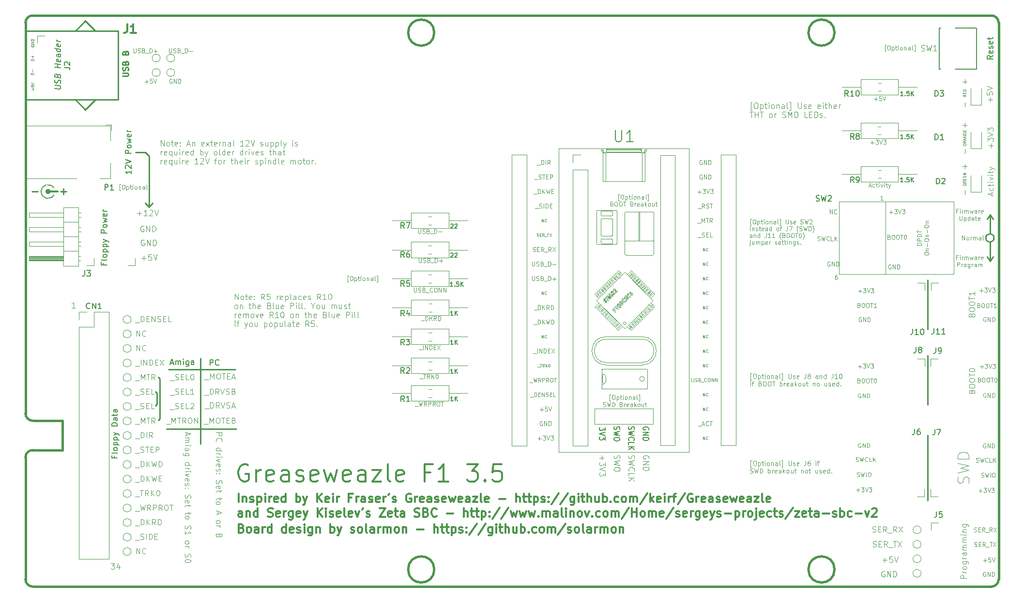
<source format=gto>
G04 #@! TF.GenerationSoftware,KiCad,Pcbnew,(5.1.2)-2*
G04 #@! TF.CreationDate,2020-12-14T08:03:05+00:00*
G04 #@! TF.ProjectId,Greaseweazle F1 3.5 Inch,47726561-7365-4776-9561-7a6c65204631,2.0*
G04 #@! TF.SameCoordinates,Original*
G04 #@! TF.FileFunction,Legend,Top*
G04 #@! TF.FilePolarity,Positive*
%FSLAX46Y46*%
G04 Gerber Fmt 4.6, Leading zero omitted, Abs format (unit mm)*
G04 Created by KiCad (PCBNEW (5.1.2)-2) date 2020-12-14 08:03:05*
%MOMM*%
%LPD*%
G04 APERTURE LIST*
%ADD10C,0.125000*%
%ADD11C,0.254000*%
%ADD12C,0.200000*%
%ADD13C,0.075000*%
%ADD14C,0.300000*%
%ADD15C,0.400000*%
%ADD16C,0.304800*%
%ADD17C,0.100000*%
%ADD18C,0.381000*%
%ADD19C,0.120000*%
%ADD20C,0.127000*%
%ADD21C,0.150000*%
%ADD22C,0.250000*%
%ADD23C,0.050000*%
G04 APERTURE END LIST*
D10*
X191452571Y-94113000D02*
X191381142Y-94077285D01*
X191274000Y-94077285D01*
X191166857Y-94113000D01*
X191095428Y-94184428D01*
X191059714Y-94255857D01*
X191024000Y-94398714D01*
X191024000Y-94505857D01*
X191059714Y-94648714D01*
X191095428Y-94720142D01*
X191166857Y-94791571D01*
X191274000Y-94827285D01*
X191345428Y-94827285D01*
X191452571Y-94791571D01*
X191488285Y-94755857D01*
X191488285Y-94505857D01*
X191345428Y-94505857D01*
X191809714Y-94827285D02*
X191809714Y-94077285D01*
X192238285Y-94827285D01*
X192238285Y-94077285D01*
X192595428Y-94827285D02*
X192595428Y-94077285D01*
X192774000Y-94077285D01*
X192881142Y-94113000D01*
X192952571Y-94184428D01*
X192988285Y-94255857D01*
X193024000Y-94398714D01*
X193024000Y-94505857D01*
X192988285Y-94648714D01*
X192952571Y-94720142D01*
X192881142Y-94791571D01*
X192774000Y-94827285D01*
X192595428Y-94827285D01*
X189311571Y-90346571D02*
X189418714Y-90382285D01*
X189597285Y-90382285D01*
X189668714Y-90346571D01*
X189704428Y-90310857D01*
X189740142Y-90239428D01*
X189740142Y-90168000D01*
X189704428Y-90096571D01*
X189668714Y-90060857D01*
X189597285Y-90025142D01*
X189454428Y-89989428D01*
X189383000Y-89953714D01*
X189347285Y-89918000D01*
X189311571Y-89846571D01*
X189311571Y-89775142D01*
X189347285Y-89703714D01*
X189383000Y-89668000D01*
X189454428Y-89632285D01*
X189633000Y-89632285D01*
X189740142Y-89668000D01*
X189990142Y-89632285D02*
X190168714Y-90382285D01*
X190311571Y-89846571D01*
X190454428Y-90382285D01*
X190633000Y-89632285D01*
X191347285Y-90310857D02*
X191311571Y-90346571D01*
X191204428Y-90382285D01*
X191133000Y-90382285D01*
X191025857Y-90346571D01*
X190954428Y-90275142D01*
X190918714Y-90203714D01*
X190883000Y-90060857D01*
X190883000Y-89953714D01*
X190918714Y-89810857D01*
X190954428Y-89739428D01*
X191025857Y-89668000D01*
X191133000Y-89632285D01*
X191204428Y-89632285D01*
X191311571Y-89668000D01*
X191347285Y-89703714D01*
X192025857Y-90382285D02*
X191668714Y-90382285D01*
X191668714Y-89632285D01*
X192275857Y-90382285D02*
X192275857Y-89632285D01*
X192704428Y-90382285D02*
X192383000Y-89953714D01*
X192704428Y-89632285D02*
X192275857Y-90060857D01*
X191434714Y-85683285D02*
X191434714Y-84933285D01*
X191863285Y-85683285D01*
X191863285Y-84933285D01*
X192649000Y-85611857D02*
X192613285Y-85647571D01*
X192506142Y-85683285D01*
X192434714Y-85683285D01*
X192327571Y-85647571D01*
X192256142Y-85576142D01*
X192220428Y-85504714D01*
X192184714Y-85361857D01*
X192184714Y-85254714D01*
X192220428Y-85111857D01*
X192256142Y-85040428D01*
X192327571Y-84969000D01*
X192434714Y-84933285D01*
X192506142Y-84933285D01*
X192613285Y-84969000D01*
X192649000Y-85004714D01*
X201878571Y-85397571D02*
X202450000Y-85397571D01*
X202164285Y-85683285D02*
X202164285Y-85111857D01*
X202735714Y-84933285D02*
X203200000Y-84933285D01*
X202950000Y-85219000D01*
X203057142Y-85219000D01*
X203128571Y-85254714D01*
X203164285Y-85290428D01*
X203200000Y-85361857D01*
X203200000Y-85540428D01*
X203164285Y-85611857D01*
X203128571Y-85647571D01*
X203057142Y-85683285D01*
X202842857Y-85683285D01*
X202771428Y-85647571D01*
X202735714Y-85611857D01*
X203414285Y-84933285D02*
X203664285Y-85683285D01*
X203914285Y-84933285D01*
X204092857Y-84933285D02*
X204557142Y-84933285D01*
X204307142Y-85219000D01*
X204414285Y-85219000D01*
X204485714Y-85254714D01*
X204521428Y-85290428D01*
X204557142Y-85361857D01*
X204557142Y-85540428D01*
X204521428Y-85611857D01*
X204485714Y-85647571D01*
X204414285Y-85683285D01*
X204200000Y-85683285D01*
X204128571Y-85647571D01*
X204092857Y-85611857D01*
X201825000Y-89735428D02*
X201932142Y-89771142D01*
X201967857Y-89806857D01*
X202003571Y-89878285D01*
X202003571Y-89985428D01*
X201967857Y-90056857D01*
X201932142Y-90092571D01*
X201860714Y-90128285D01*
X201575000Y-90128285D01*
X201575000Y-89378285D01*
X201825000Y-89378285D01*
X201896428Y-89414000D01*
X201932142Y-89449714D01*
X201967857Y-89521142D01*
X201967857Y-89592571D01*
X201932142Y-89664000D01*
X201896428Y-89699714D01*
X201825000Y-89735428D01*
X201575000Y-89735428D01*
X202467857Y-89378285D02*
X202610714Y-89378285D01*
X202682142Y-89414000D01*
X202753571Y-89485428D01*
X202789285Y-89628285D01*
X202789285Y-89878285D01*
X202753571Y-90021142D01*
X202682142Y-90092571D01*
X202610714Y-90128285D01*
X202467857Y-90128285D01*
X202396428Y-90092571D01*
X202325000Y-90021142D01*
X202289285Y-89878285D01*
X202289285Y-89628285D01*
X202325000Y-89485428D01*
X202396428Y-89414000D01*
X202467857Y-89378285D01*
X203253571Y-89378285D02*
X203396428Y-89378285D01*
X203467857Y-89414000D01*
X203539285Y-89485428D01*
X203575000Y-89628285D01*
X203575000Y-89878285D01*
X203539285Y-90021142D01*
X203467857Y-90092571D01*
X203396428Y-90128285D01*
X203253571Y-90128285D01*
X203182142Y-90092571D01*
X203110714Y-90021142D01*
X203075000Y-89878285D01*
X203075000Y-89628285D01*
X203110714Y-89485428D01*
X203182142Y-89414000D01*
X203253571Y-89378285D01*
X203789285Y-89378285D02*
X204217857Y-89378285D01*
X204003571Y-90128285D02*
X204003571Y-89378285D01*
X204610714Y-89378285D02*
X204682142Y-89378285D01*
X204753571Y-89414000D01*
X204789285Y-89449714D01*
X204825000Y-89521142D01*
X204860714Y-89664000D01*
X204860714Y-89842571D01*
X204825000Y-89985428D01*
X204789285Y-90056857D01*
X204753571Y-90092571D01*
X204682142Y-90128285D01*
X204610714Y-90128285D01*
X204539285Y-90092571D01*
X204503571Y-90056857D01*
X204467857Y-89985428D01*
X204432142Y-89842571D01*
X204432142Y-89664000D01*
X204467857Y-89521142D01*
X204503571Y-89449714D01*
X204539285Y-89414000D01*
X204610714Y-89378285D01*
X202120571Y-94621000D02*
X202049142Y-94585285D01*
X201942000Y-94585285D01*
X201834857Y-94621000D01*
X201763428Y-94692428D01*
X201727714Y-94763857D01*
X201692000Y-94906714D01*
X201692000Y-95013857D01*
X201727714Y-95156714D01*
X201763428Y-95228142D01*
X201834857Y-95299571D01*
X201942000Y-95335285D01*
X202013428Y-95335285D01*
X202120571Y-95299571D01*
X202156285Y-95263857D01*
X202156285Y-95013857D01*
X202013428Y-95013857D01*
X202477714Y-95335285D02*
X202477714Y-94585285D01*
X202906285Y-95335285D01*
X202906285Y-94585285D01*
X203263428Y-95335285D02*
X203263428Y-94585285D01*
X203442000Y-94585285D01*
X203549142Y-94621000D01*
X203620571Y-94692428D01*
X203656285Y-94763857D01*
X203692000Y-94906714D01*
X203692000Y-95013857D01*
X203656285Y-95156714D01*
X203620571Y-95228142D01*
X203549142Y-95299571D01*
X203442000Y-95335285D01*
X203263428Y-95335285D01*
X159758000Y-128555904D02*
X159805619Y-128460666D01*
X159805619Y-128317809D01*
X159758000Y-128174951D01*
X159662761Y-128079713D01*
X159567523Y-128032094D01*
X159377047Y-127984475D01*
X159234190Y-127984475D01*
X159043714Y-128032094D01*
X158948476Y-128079713D01*
X158853238Y-128174951D01*
X158805619Y-128317809D01*
X158805619Y-128413047D01*
X158853238Y-128555904D01*
X158900857Y-128603523D01*
X159234190Y-128603523D01*
X159234190Y-128413047D01*
X158805619Y-129032094D02*
X159805619Y-129032094D01*
X158805619Y-129603523D01*
X159805619Y-129603523D01*
X158805619Y-130079713D02*
X159805619Y-130079713D01*
X159805619Y-130317809D01*
X159758000Y-130460666D01*
X159662761Y-130555904D01*
X159567523Y-130603523D01*
X159377047Y-130651142D01*
X159234190Y-130651142D01*
X159043714Y-130603523D01*
X158948476Y-130555904D01*
X158853238Y-130460666D01*
X158805619Y-130317809D01*
X158805619Y-130079713D01*
X156313238Y-127984476D02*
X156265619Y-128127333D01*
X156265619Y-128365428D01*
X156313238Y-128460666D01*
X156360857Y-128508285D01*
X156456095Y-128555904D01*
X156551333Y-128555904D01*
X156646571Y-128508285D01*
X156694190Y-128460666D01*
X156741809Y-128365428D01*
X156789428Y-128174952D01*
X156837047Y-128079714D01*
X156884666Y-128032095D01*
X156979904Y-127984476D01*
X157075142Y-127984476D01*
X157170380Y-128032095D01*
X157218000Y-128079714D01*
X157265619Y-128174952D01*
X157265619Y-128413047D01*
X157218000Y-128555904D01*
X157265619Y-128889238D02*
X156265619Y-129127333D01*
X156979904Y-129317809D01*
X156265619Y-129508285D01*
X157265619Y-129746381D01*
X156360857Y-130698761D02*
X156313238Y-130651142D01*
X156265619Y-130508285D01*
X156265619Y-130413047D01*
X156313238Y-130270190D01*
X156408476Y-130174952D01*
X156503714Y-130127333D01*
X156694190Y-130079714D01*
X156837047Y-130079714D01*
X157027523Y-130127333D01*
X157122761Y-130174952D01*
X157218000Y-130270190D01*
X157265619Y-130413047D01*
X157265619Y-130508285D01*
X157218000Y-130651142D01*
X157170380Y-130698761D01*
X156265619Y-131603523D02*
X156265619Y-131127333D01*
X157265619Y-131127333D01*
X156265619Y-131936857D02*
X157265619Y-131936857D01*
X156265619Y-132508285D02*
X156837047Y-132079714D01*
X157265619Y-132508285D02*
X156694190Y-131936857D01*
X153773238Y-127984475D02*
X153725619Y-128127332D01*
X153725619Y-128365428D01*
X153773238Y-128460666D01*
X153820857Y-128508285D01*
X153916095Y-128555904D01*
X154011333Y-128555904D01*
X154106571Y-128508285D01*
X154154190Y-128460666D01*
X154201809Y-128365428D01*
X154249428Y-128174951D01*
X154297047Y-128079713D01*
X154344666Y-128032094D01*
X154439904Y-127984475D01*
X154535142Y-127984475D01*
X154630380Y-128032094D01*
X154678000Y-128079713D01*
X154725619Y-128174951D01*
X154725619Y-128413047D01*
X154678000Y-128555904D01*
X154725619Y-128889237D02*
X153725619Y-129127332D01*
X154439904Y-129317808D01*
X153725619Y-129508285D01*
X154725619Y-129746380D01*
X154725619Y-130317808D02*
X154725619Y-130508285D01*
X154678000Y-130603523D01*
X154582761Y-130698761D01*
X154392285Y-130746380D01*
X154058952Y-130746380D01*
X153868476Y-130698761D01*
X153773238Y-130603523D01*
X153725619Y-130508285D01*
X153725619Y-130317808D01*
X153773238Y-130222570D01*
X153868476Y-130127332D01*
X154058952Y-130079713D01*
X154392285Y-130079713D01*
X154582761Y-130127332D01*
X154678000Y-130222570D01*
X154725619Y-130317808D01*
X151566571Y-128032095D02*
X151566571Y-128794000D01*
X151185619Y-128413047D02*
X151947523Y-128413047D01*
X152185619Y-129174952D02*
X152185619Y-129794000D01*
X151804666Y-129460666D01*
X151804666Y-129603523D01*
X151757047Y-129698761D01*
X151709428Y-129746380D01*
X151614190Y-129794000D01*
X151376095Y-129794000D01*
X151280857Y-129746380D01*
X151233238Y-129698761D01*
X151185619Y-129603523D01*
X151185619Y-129317809D01*
X151233238Y-129222571D01*
X151280857Y-129174952D01*
X152185619Y-130079714D02*
X151185619Y-130413047D01*
X152185619Y-130746380D01*
X152185619Y-130984476D02*
X152185619Y-131603523D01*
X151804666Y-131270190D01*
X151804666Y-131413047D01*
X151757047Y-131508285D01*
X151709428Y-131555904D01*
X151614190Y-131603523D01*
X151376095Y-131603523D01*
X151280857Y-131555904D01*
X151233238Y-131508285D01*
X151185619Y-131413047D01*
X151185619Y-131127333D01*
X151233238Y-131032095D01*
X151280857Y-130984476D01*
X84129619Y-123976952D02*
X85129619Y-123976952D01*
X85129619Y-124357904D01*
X85082000Y-124453142D01*
X85034380Y-124500761D01*
X84939142Y-124548380D01*
X84796285Y-124548380D01*
X84701047Y-124500761D01*
X84653428Y-124453142D01*
X84605809Y-124357904D01*
X84605809Y-123976952D01*
X84224857Y-125548380D02*
X84177238Y-125500761D01*
X84129619Y-125357904D01*
X84129619Y-125262666D01*
X84177238Y-125119809D01*
X84272476Y-125024571D01*
X84367714Y-124976952D01*
X84558190Y-124929333D01*
X84701047Y-124929333D01*
X84891523Y-124976952D01*
X84986761Y-125024571D01*
X85082000Y-125119809D01*
X85129619Y-125262666D01*
X85129619Y-125357904D01*
X85082000Y-125500761D01*
X85034380Y-125548380D01*
X84129619Y-127167428D02*
X85129619Y-127167428D01*
X84177238Y-127167428D02*
X84129619Y-127072190D01*
X84129619Y-126881714D01*
X84177238Y-126786476D01*
X84224857Y-126738857D01*
X84320095Y-126691238D01*
X84605809Y-126691238D01*
X84701047Y-126738857D01*
X84748666Y-126786476D01*
X84796285Y-126881714D01*
X84796285Y-127072190D01*
X84748666Y-127167428D01*
X84129619Y-127643619D02*
X84796285Y-127643619D01*
X84605809Y-127643619D02*
X84701047Y-127691238D01*
X84748666Y-127738857D01*
X84796285Y-127834095D01*
X84796285Y-127929333D01*
X84129619Y-128262666D02*
X84796285Y-128262666D01*
X85129619Y-128262666D02*
X85082000Y-128215047D01*
X85034380Y-128262666D01*
X85082000Y-128310285D01*
X85129619Y-128262666D01*
X85034380Y-128262666D01*
X84796285Y-128643619D02*
X84129619Y-128881714D01*
X84796285Y-129119809D01*
X84177238Y-129881714D02*
X84129619Y-129786476D01*
X84129619Y-129595999D01*
X84177238Y-129500761D01*
X84272476Y-129453142D01*
X84653428Y-129453142D01*
X84748666Y-129500761D01*
X84796285Y-129595999D01*
X84796285Y-129786476D01*
X84748666Y-129881714D01*
X84653428Y-129929333D01*
X84558190Y-129929333D01*
X84462952Y-129453142D01*
X84177238Y-130310285D02*
X84129619Y-130405523D01*
X84129619Y-130595999D01*
X84177238Y-130691238D01*
X84272476Y-130738857D01*
X84320095Y-130738857D01*
X84415333Y-130691238D01*
X84462952Y-130595999D01*
X84462952Y-130453142D01*
X84510571Y-130357904D01*
X84605809Y-130310285D01*
X84653428Y-130310285D01*
X84748666Y-130357904D01*
X84796285Y-130453142D01*
X84796285Y-130595999D01*
X84748666Y-130691238D01*
X84224857Y-131167428D02*
X84177238Y-131215047D01*
X84129619Y-131167428D01*
X84177238Y-131119809D01*
X84224857Y-131167428D01*
X84129619Y-131167428D01*
X84748666Y-131167428D02*
X84701047Y-131215047D01*
X84653428Y-131167428D01*
X84701047Y-131119809D01*
X84748666Y-131167428D01*
X84653428Y-131167428D01*
X84177238Y-132357904D02*
X84129619Y-132500761D01*
X84129619Y-132738857D01*
X84177238Y-132834095D01*
X84224857Y-132881714D01*
X84320095Y-132929333D01*
X84415333Y-132929333D01*
X84510571Y-132881714D01*
X84558190Y-132834095D01*
X84605809Y-132738857D01*
X84653428Y-132548380D01*
X84701047Y-132453142D01*
X84748666Y-132405523D01*
X84843904Y-132357904D01*
X84939142Y-132357904D01*
X85034380Y-132405523D01*
X85082000Y-132453142D01*
X85129619Y-132548380D01*
X85129619Y-132786476D01*
X85082000Y-132929333D01*
X84177238Y-133738857D02*
X84129619Y-133643619D01*
X84129619Y-133453142D01*
X84177238Y-133357904D01*
X84272476Y-133310285D01*
X84653428Y-133310285D01*
X84748666Y-133357904D01*
X84796285Y-133453142D01*
X84796285Y-133643619D01*
X84748666Y-133738857D01*
X84653428Y-133786476D01*
X84558190Y-133786476D01*
X84462952Y-133310285D01*
X84796285Y-134072190D02*
X84796285Y-134453142D01*
X85129619Y-134215047D02*
X84272476Y-134215047D01*
X84177238Y-134262666D01*
X84129619Y-134357904D01*
X84129619Y-134453142D01*
X84796285Y-135405523D02*
X84796285Y-135786476D01*
X85129619Y-135548380D02*
X84272476Y-135548380D01*
X84177238Y-135596000D01*
X84129619Y-135691238D01*
X84129619Y-135786476D01*
X84129619Y-136262666D02*
X84177238Y-136167428D01*
X84224857Y-136119809D01*
X84320095Y-136072190D01*
X84605809Y-136072190D01*
X84701047Y-136119809D01*
X84748666Y-136167428D01*
X84796285Y-136262666D01*
X84796285Y-136405523D01*
X84748666Y-136500761D01*
X84701047Y-136548380D01*
X84605809Y-136596000D01*
X84320095Y-136596000D01*
X84224857Y-136548380D01*
X84177238Y-136500761D01*
X84129619Y-136405523D01*
X84129619Y-136262666D01*
X84415333Y-137738857D02*
X84415333Y-138215047D01*
X84129619Y-137643619D02*
X85129619Y-137976952D01*
X84129619Y-138310285D01*
X84129619Y-139548380D02*
X84177238Y-139453142D01*
X84224857Y-139405523D01*
X84320095Y-139357904D01*
X84605809Y-139357904D01*
X84701047Y-139405523D01*
X84748666Y-139453142D01*
X84796285Y-139548380D01*
X84796285Y-139691238D01*
X84748666Y-139786476D01*
X84701047Y-139834095D01*
X84605809Y-139881714D01*
X84320095Y-139881714D01*
X84224857Y-139834095D01*
X84177238Y-139786476D01*
X84129619Y-139691238D01*
X84129619Y-139548380D01*
X84129619Y-140310285D02*
X84796285Y-140310285D01*
X84605809Y-140310285D02*
X84701047Y-140357904D01*
X84748666Y-140405523D01*
X84796285Y-140500761D01*
X84796285Y-140596000D01*
X84653428Y-142024571D02*
X84605809Y-142167428D01*
X84558190Y-142215047D01*
X84462952Y-142262666D01*
X84320095Y-142262666D01*
X84224857Y-142215047D01*
X84177238Y-142167428D01*
X84129619Y-142072190D01*
X84129619Y-141691238D01*
X85129619Y-141691238D01*
X85129619Y-142024571D01*
X85082000Y-142119809D01*
X85034380Y-142167428D01*
X84939142Y-142215047D01*
X84843904Y-142215047D01*
X84748666Y-142167428D01*
X84701047Y-142119809D01*
X84653428Y-142024571D01*
X84653428Y-141691238D01*
X78954333Y-124001047D02*
X78954333Y-124477238D01*
X78668619Y-123905809D02*
X79668619Y-124239142D01*
X78668619Y-124572476D01*
X78668619Y-124905809D02*
X79335285Y-124905809D01*
X79240047Y-124905809D02*
X79287666Y-124953428D01*
X79335285Y-125048666D01*
X79335285Y-125191523D01*
X79287666Y-125286761D01*
X79192428Y-125334380D01*
X78668619Y-125334380D01*
X79192428Y-125334380D02*
X79287666Y-125382000D01*
X79335285Y-125477238D01*
X79335285Y-125620095D01*
X79287666Y-125715333D01*
X79192428Y-125762952D01*
X78668619Y-125762952D01*
X78668619Y-126239142D02*
X79335285Y-126239142D01*
X79668619Y-126239142D02*
X79621000Y-126191523D01*
X79573380Y-126239142D01*
X79621000Y-126286761D01*
X79668619Y-126239142D01*
X79573380Y-126239142D01*
X78668619Y-127143904D02*
X79192428Y-127143904D01*
X79287666Y-127096285D01*
X79335285Y-127001047D01*
X79335285Y-126810571D01*
X79287666Y-126715333D01*
X78716238Y-127143904D02*
X78668619Y-127048666D01*
X78668619Y-126810571D01*
X78716238Y-126715333D01*
X78811476Y-126667714D01*
X78906714Y-126667714D01*
X79001952Y-126715333D01*
X79049571Y-126810571D01*
X79049571Y-127048666D01*
X79097190Y-127143904D01*
X79335285Y-128048666D02*
X78525761Y-128048666D01*
X78430523Y-128001047D01*
X78382904Y-127953428D01*
X78335285Y-127858190D01*
X78335285Y-127715333D01*
X78382904Y-127620095D01*
X78716238Y-128048666D02*
X78668619Y-127953428D01*
X78668619Y-127762952D01*
X78716238Y-127667714D01*
X78763857Y-127620095D01*
X78859095Y-127572476D01*
X79144809Y-127572476D01*
X79240047Y-127620095D01*
X79287666Y-127667714D01*
X79335285Y-127762952D01*
X79335285Y-127953428D01*
X79287666Y-128048666D01*
X78668619Y-129715333D02*
X79668619Y-129715333D01*
X78716238Y-129715333D02*
X78668619Y-129620095D01*
X78668619Y-129429619D01*
X78716238Y-129334380D01*
X78763857Y-129286761D01*
X78859095Y-129239142D01*
X79144809Y-129239142D01*
X79240047Y-129286761D01*
X79287666Y-129334380D01*
X79335285Y-129429619D01*
X79335285Y-129620095D01*
X79287666Y-129715333D01*
X78668619Y-130191523D02*
X79335285Y-130191523D01*
X79144809Y-130191523D02*
X79240047Y-130239142D01*
X79287666Y-130286761D01*
X79335285Y-130382000D01*
X79335285Y-130477238D01*
X78668619Y-130810571D02*
X79335285Y-130810571D01*
X79668619Y-130810571D02*
X79621000Y-130762952D01*
X79573380Y-130810571D01*
X79621000Y-130858190D01*
X79668619Y-130810571D01*
X79573380Y-130810571D01*
X79335285Y-131191523D02*
X78668619Y-131429619D01*
X79335285Y-131667714D01*
X78716238Y-132429619D02*
X78668619Y-132334380D01*
X78668619Y-132143904D01*
X78716238Y-132048666D01*
X78811476Y-132001047D01*
X79192428Y-132001047D01*
X79287666Y-132048666D01*
X79335285Y-132143904D01*
X79335285Y-132334380D01*
X79287666Y-132429619D01*
X79192428Y-132477238D01*
X79097190Y-132477238D01*
X79001952Y-132001047D01*
X78716238Y-132858190D02*
X78668619Y-132953428D01*
X78668619Y-133143904D01*
X78716238Y-133239142D01*
X78811476Y-133286761D01*
X78859095Y-133286761D01*
X78954333Y-133239142D01*
X79001952Y-133143904D01*
X79001952Y-133001047D01*
X79049571Y-132905809D01*
X79144809Y-132858190D01*
X79192428Y-132858190D01*
X79287666Y-132905809D01*
X79335285Y-133001047D01*
X79335285Y-133143904D01*
X79287666Y-133239142D01*
X78763857Y-133715333D02*
X78716238Y-133762952D01*
X78668619Y-133715333D01*
X78716238Y-133667714D01*
X78763857Y-133715333D01*
X78668619Y-133715333D01*
X79287666Y-133715333D02*
X79240047Y-133762952D01*
X79192428Y-133715333D01*
X79240047Y-133667714D01*
X79287666Y-133715333D01*
X79192428Y-133715333D01*
X78716238Y-134905809D02*
X78668619Y-135048666D01*
X78668619Y-135286761D01*
X78716238Y-135382000D01*
X78763857Y-135429619D01*
X78859095Y-135477238D01*
X78954333Y-135477238D01*
X79049571Y-135429619D01*
X79097190Y-135382000D01*
X79144809Y-135286761D01*
X79192428Y-135096285D01*
X79240047Y-135001047D01*
X79287666Y-134953428D01*
X79382904Y-134905809D01*
X79478142Y-134905809D01*
X79573380Y-134953428D01*
X79621000Y-135001047D01*
X79668619Y-135096285D01*
X79668619Y-135334380D01*
X79621000Y-135477238D01*
X78716238Y-136286761D02*
X78668619Y-136191523D01*
X78668619Y-136001047D01*
X78716238Y-135905809D01*
X78811476Y-135858190D01*
X79192428Y-135858190D01*
X79287666Y-135905809D01*
X79335285Y-136001047D01*
X79335285Y-136191523D01*
X79287666Y-136286761D01*
X79192428Y-136334380D01*
X79097190Y-136334380D01*
X79001952Y-135858190D01*
X79335285Y-136620095D02*
X79335285Y-137001047D01*
X79668619Y-136762952D02*
X78811476Y-136762952D01*
X78716238Y-136810571D01*
X78668619Y-136905809D01*
X78668619Y-137001047D01*
X79335285Y-137953428D02*
X79335285Y-138334380D01*
X79668619Y-138096285D02*
X78811476Y-138096285D01*
X78716238Y-138143904D01*
X78668619Y-138239142D01*
X78668619Y-138334380D01*
X78668619Y-138810571D02*
X78716238Y-138715333D01*
X78763857Y-138667714D01*
X78859095Y-138620095D01*
X79144809Y-138620095D01*
X79240047Y-138667714D01*
X79287666Y-138715333D01*
X79335285Y-138810571D01*
X79335285Y-138953428D01*
X79287666Y-139048666D01*
X79240047Y-139096285D01*
X79144809Y-139143904D01*
X78859095Y-139143904D01*
X78763857Y-139096285D01*
X78716238Y-139048666D01*
X78668619Y-138953428D01*
X78668619Y-138810571D01*
X78716238Y-140286761D02*
X78668619Y-140429619D01*
X78668619Y-140667714D01*
X78716238Y-140762952D01*
X78763857Y-140810571D01*
X78859095Y-140858190D01*
X78954333Y-140858190D01*
X79049571Y-140810571D01*
X79097190Y-140762952D01*
X79144809Y-140667714D01*
X79192428Y-140477238D01*
X79240047Y-140382000D01*
X79287666Y-140334380D01*
X79382904Y-140286761D01*
X79478142Y-140286761D01*
X79573380Y-140334380D01*
X79621000Y-140382000D01*
X79668619Y-140477238D01*
X79668619Y-140715333D01*
X79621000Y-140858190D01*
X78668619Y-141810571D02*
X78668619Y-141239142D01*
X78668619Y-141524857D02*
X79668619Y-141524857D01*
X79525761Y-141429619D01*
X79430523Y-141334380D01*
X79382904Y-141239142D01*
X78668619Y-143143904D02*
X78716238Y-143048666D01*
X78763857Y-143001047D01*
X78859095Y-142953428D01*
X79144809Y-142953428D01*
X79240047Y-143001047D01*
X79287666Y-143048666D01*
X79335285Y-143143904D01*
X79335285Y-143286761D01*
X79287666Y-143382000D01*
X79240047Y-143429619D01*
X79144809Y-143477238D01*
X78859095Y-143477238D01*
X78763857Y-143429619D01*
X78716238Y-143382000D01*
X78668619Y-143286761D01*
X78668619Y-143143904D01*
X78668619Y-143905809D02*
X79335285Y-143905809D01*
X79144809Y-143905809D02*
X79240047Y-143953428D01*
X79287666Y-144001047D01*
X79335285Y-144096285D01*
X79335285Y-144191523D01*
X78716238Y-145239142D02*
X78668619Y-145382000D01*
X78668619Y-145620095D01*
X78716238Y-145715333D01*
X78763857Y-145762952D01*
X78859095Y-145810571D01*
X78954333Y-145810571D01*
X79049571Y-145762952D01*
X79097190Y-145715333D01*
X79144809Y-145620095D01*
X79192428Y-145429619D01*
X79240047Y-145334380D01*
X79287666Y-145286761D01*
X79382904Y-145239142D01*
X79478142Y-145239142D01*
X79573380Y-145286761D01*
X79621000Y-145334380D01*
X79668619Y-145429619D01*
X79668619Y-145667714D01*
X79621000Y-145810571D01*
X79668619Y-146429619D02*
X79668619Y-146524857D01*
X79621000Y-146620095D01*
X79573380Y-146667714D01*
X79478142Y-146715333D01*
X79287666Y-146762952D01*
X79049571Y-146762952D01*
X78859095Y-146715333D01*
X78763857Y-146667714D01*
X78716238Y-146620095D01*
X78668619Y-146524857D01*
X78668619Y-146429619D01*
X78716238Y-146334380D01*
X78763857Y-146286761D01*
X78859095Y-146239142D01*
X79049571Y-146191523D01*
X79287666Y-146191523D01*
X79478142Y-146239142D01*
X79573380Y-146286761D01*
X79621000Y-146334380D01*
X79668619Y-146429619D01*
D11*
X75819000Y-112903000D02*
X87503000Y-112903000D01*
X87630000Y-123317000D02*
X87503000Y-123317000D01*
X75438000Y-123317000D02*
X87630000Y-123317000D01*
X81407000Y-110998000D02*
X81407000Y-125984000D01*
X74295000Y-121539000D02*
X74041000Y-121793000D01*
X74295000Y-114554000D02*
X74295000Y-121539000D01*
X74041000Y-114300000D02*
X74295000Y-114554000D01*
X73787000Y-118999000D02*
X73533000Y-119253000D01*
X73787000Y-117094000D02*
X73787000Y-118999000D01*
X73533000Y-116840000D02*
X73787000Y-117094000D01*
D10*
X75351047Y-122467619D02*
X76112952Y-122467619D01*
X76351047Y-122372380D02*
X76351047Y-121372380D01*
X76684380Y-122086666D01*
X77017714Y-121372380D01*
X77017714Y-122372380D01*
X77351047Y-121372380D02*
X77922476Y-121372380D01*
X77636761Y-122372380D02*
X77636761Y-121372380D01*
X78827238Y-122372380D02*
X78493904Y-121896190D01*
X78255809Y-122372380D02*
X78255809Y-121372380D01*
X78636761Y-121372380D01*
X78732000Y-121420000D01*
X78779619Y-121467619D01*
X78827238Y-121562857D01*
X78827238Y-121705714D01*
X78779619Y-121800952D01*
X78732000Y-121848571D01*
X78636761Y-121896190D01*
X78255809Y-121896190D01*
X79446285Y-121372380D02*
X79636761Y-121372380D01*
X79732000Y-121420000D01*
X79827238Y-121515238D01*
X79874857Y-121705714D01*
X79874857Y-122039047D01*
X79827238Y-122229523D01*
X79732000Y-122324761D01*
X79636761Y-122372380D01*
X79446285Y-122372380D01*
X79351047Y-122324761D01*
X79255809Y-122229523D01*
X79208190Y-122039047D01*
X79208190Y-121705714D01*
X79255809Y-121515238D01*
X79351047Y-121420000D01*
X79446285Y-121372380D01*
X80303428Y-122372380D02*
X80303428Y-121372380D01*
X80874857Y-122372380D01*
X80874857Y-121372380D01*
X76041523Y-119927619D02*
X76803428Y-119927619D01*
X76993904Y-119784761D02*
X77136761Y-119832380D01*
X77374857Y-119832380D01*
X77470095Y-119784761D01*
X77517714Y-119737142D01*
X77565333Y-119641904D01*
X77565333Y-119546666D01*
X77517714Y-119451428D01*
X77470095Y-119403809D01*
X77374857Y-119356190D01*
X77184380Y-119308571D01*
X77089142Y-119260952D01*
X77041523Y-119213333D01*
X76993904Y-119118095D01*
X76993904Y-119022857D01*
X77041523Y-118927619D01*
X77089142Y-118880000D01*
X77184380Y-118832380D01*
X77422476Y-118832380D01*
X77565333Y-118880000D01*
X77993904Y-119308571D02*
X78327238Y-119308571D01*
X78470095Y-119832380D02*
X77993904Y-119832380D01*
X77993904Y-118832380D01*
X78470095Y-118832380D01*
X79374857Y-119832380D02*
X78898666Y-119832380D01*
X78898666Y-118832380D01*
X79660571Y-118927619D02*
X79708190Y-118880000D01*
X79803428Y-118832380D01*
X80041523Y-118832380D01*
X80136761Y-118880000D01*
X80184380Y-118927619D01*
X80232000Y-119022857D01*
X80232000Y-119118095D01*
X80184380Y-119260952D01*
X79612952Y-119832380D01*
X80232000Y-119832380D01*
X82026476Y-122467619D02*
X82788380Y-122467619D01*
X83026476Y-122372380D02*
X83026476Y-121372380D01*
X83359809Y-122086666D01*
X83693142Y-121372380D01*
X83693142Y-122372380D01*
X84359809Y-121372380D02*
X84550285Y-121372380D01*
X84645523Y-121420000D01*
X84740761Y-121515238D01*
X84788380Y-121705714D01*
X84788380Y-122039047D01*
X84740761Y-122229523D01*
X84645523Y-122324761D01*
X84550285Y-122372380D01*
X84359809Y-122372380D01*
X84264571Y-122324761D01*
X84169333Y-122229523D01*
X84121714Y-122039047D01*
X84121714Y-121705714D01*
X84169333Y-121515238D01*
X84264571Y-121420000D01*
X84359809Y-121372380D01*
X85074095Y-121372380D02*
X85645523Y-121372380D01*
X85359809Y-122372380D02*
X85359809Y-121372380D01*
X85978857Y-121848571D02*
X86312190Y-121848571D01*
X86455047Y-122372380D02*
X85978857Y-122372380D01*
X85978857Y-121372380D01*
X86455047Y-121372380D01*
X87216952Y-121848571D02*
X87359809Y-121896190D01*
X87407428Y-121943809D01*
X87455047Y-122039047D01*
X87455047Y-122181904D01*
X87407428Y-122277142D01*
X87359809Y-122324761D01*
X87264571Y-122372380D01*
X86883619Y-122372380D01*
X86883619Y-121372380D01*
X87216952Y-121372380D01*
X87312190Y-121420000D01*
X87359809Y-121467619D01*
X87407428Y-121562857D01*
X87407428Y-121658095D01*
X87359809Y-121753333D01*
X87312190Y-121800952D01*
X87216952Y-121848571D01*
X86883619Y-121848571D01*
X82121714Y-119800619D02*
X82883619Y-119800619D01*
X83121714Y-119705380D02*
X83121714Y-118705380D01*
X83359809Y-118705380D01*
X83502666Y-118753000D01*
X83597904Y-118848238D01*
X83645523Y-118943476D01*
X83693142Y-119133952D01*
X83693142Y-119276809D01*
X83645523Y-119467285D01*
X83597904Y-119562523D01*
X83502666Y-119657761D01*
X83359809Y-119705380D01*
X83121714Y-119705380D01*
X84693142Y-119705380D02*
X84359809Y-119229190D01*
X84121714Y-119705380D02*
X84121714Y-118705380D01*
X84502666Y-118705380D01*
X84597904Y-118753000D01*
X84645523Y-118800619D01*
X84693142Y-118895857D01*
X84693142Y-119038714D01*
X84645523Y-119133952D01*
X84597904Y-119181571D01*
X84502666Y-119229190D01*
X84121714Y-119229190D01*
X84978857Y-118705380D02*
X85312190Y-119705380D01*
X85645523Y-118705380D01*
X85931238Y-119657761D02*
X86074095Y-119705380D01*
X86312190Y-119705380D01*
X86407428Y-119657761D01*
X86455047Y-119610142D01*
X86502666Y-119514904D01*
X86502666Y-119419666D01*
X86455047Y-119324428D01*
X86407428Y-119276809D01*
X86312190Y-119229190D01*
X86121714Y-119181571D01*
X86026476Y-119133952D01*
X85978857Y-119086333D01*
X85931238Y-118991095D01*
X85931238Y-118895857D01*
X85978857Y-118800619D01*
X86026476Y-118753000D01*
X86121714Y-118705380D01*
X86359809Y-118705380D01*
X86502666Y-118753000D01*
X86883619Y-119419666D02*
X87359809Y-119419666D01*
X86788380Y-119705380D02*
X87121714Y-118705380D01*
X87455047Y-119705380D01*
X82050285Y-117387619D02*
X82812190Y-117387619D01*
X83050285Y-117292380D02*
X83050285Y-116292380D01*
X83288380Y-116292380D01*
X83431238Y-116340000D01*
X83526476Y-116435238D01*
X83574095Y-116530476D01*
X83621714Y-116720952D01*
X83621714Y-116863809D01*
X83574095Y-117054285D01*
X83526476Y-117149523D01*
X83431238Y-117244761D01*
X83288380Y-117292380D01*
X83050285Y-117292380D01*
X84621714Y-117292380D02*
X84288380Y-116816190D01*
X84050285Y-117292380D02*
X84050285Y-116292380D01*
X84431238Y-116292380D01*
X84526476Y-116340000D01*
X84574095Y-116387619D01*
X84621714Y-116482857D01*
X84621714Y-116625714D01*
X84574095Y-116720952D01*
X84526476Y-116768571D01*
X84431238Y-116816190D01*
X84050285Y-116816190D01*
X84907428Y-116292380D02*
X85240761Y-117292380D01*
X85574095Y-116292380D01*
X85859809Y-117244761D02*
X86002666Y-117292380D01*
X86240761Y-117292380D01*
X86336000Y-117244761D01*
X86383619Y-117197142D01*
X86431238Y-117101904D01*
X86431238Y-117006666D01*
X86383619Y-116911428D01*
X86336000Y-116863809D01*
X86240761Y-116816190D01*
X86050285Y-116768571D01*
X85955047Y-116720952D01*
X85907428Y-116673333D01*
X85859809Y-116578095D01*
X85859809Y-116482857D01*
X85907428Y-116387619D01*
X85955047Y-116340000D01*
X86050285Y-116292380D01*
X86288380Y-116292380D01*
X86431238Y-116340000D01*
X87193142Y-116768571D02*
X87336000Y-116816190D01*
X87383619Y-116863809D01*
X87431238Y-116959047D01*
X87431238Y-117101904D01*
X87383619Y-117197142D01*
X87336000Y-117244761D01*
X87240761Y-117292380D01*
X86859809Y-117292380D01*
X86859809Y-116292380D01*
X87193142Y-116292380D01*
X87288380Y-116340000D01*
X87336000Y-116387619D01*
X87383619Y-116482857D01*
X87383619Y-116578095D01*
X87336000Y-116673333D01*
X87288380Y-116720952D01*
X87193142Y-116768571D01*
X86859809Y-116768571D01*
D12*
X83058095Y-112212380D02*
X83058095Y-111212380D01*
X83439047Y-111212380D01*
X83534285Y-111260000D01*
X83581904Y-111307619D01*
X83629523Y-111402857D01*
X83629523Y-111545714D01*
X83581904Y-111640952D01*
X83534285Y-111688571D01*
X83439047Y-111736190D01*
X83058095Y-111736190D01*
X84629523Y-112117142D02*
X84581904Y-112164761D01*
X84439047Y-112212380D01*
X84343809Y-112212380D01*
X84200952Y-112164761D01*
X84105714Y-112069523D01*
X84058095Y-111974285D01*
X84010476Y-111783809D01*
X84010476Y-111640952D01*
X84058095Y-111450476D01*
X84105714Y-111355238D01*
X84200952Y-111260000D01*
X84343809Y-111212380D01*
X84439047Y-111212380D01*
X84581904Y-111260000D01*
X84629523Y-111307619D01*
X76184380Y-111799666D02*
X76660571Y-111799666D01*
X76089142Y-112085380D02*
X76422476Y-111085380D01*
X76755809Y-112085380D01*
X77089142Y-112085380D02*
X77089142Y-111418714D01*
X77089142Y-111513952D02*
X77136761Y-111466333D01*
X77232000Y-111418714D01*
X77374857Y-111418714D01*
X77470095Y-111466333D01*
X77517714Y-111561571D01*
X77517714Y-112085380D01*
X77517714Y-111561571D02*
X77565333Y-111466333D01*
X77660571Y-111418714D01*
X77803428Y-111418714D01*
X77898666Y-111466333D01*
X77946285Y-111561571D01*
X77946285Y-112085380D01*
X78422476Y-112085380D02*
X78422476Y-111418714D01*
X78422476Y-111085380D02*
X78374857Y-111133000D01*
X78422476Y-111180619D01*
X78470095Y-111133000D01*
X78422476Y-111085380D01*
X78422476Y-111180619D01*
X79327238Y-111418714D02*
X79327238Y-112228238D01*
X79279619Y-112323476D01*
X79232000Y-112371095D01*
X79136761Y-112418714D01*
X78993904Y-112418714D01*
X78898666Y-112371095D01*
X79327238Y-112037761D02*
X79232000Y-112085380D01*
X79041523Y-112085380D01*
X78946285Y-112037761D01*
X78898666Y-111990142D01*
X78851047Y-111894904D01*
X78851047Y-111609190D01*
X78898666Y-111513952D01*
X78946285Y-111466333D01*
X79041523Y-111418714D01*
X79232000Y-111418714D01*
X79327238Y-111466333D01*
X80232000Y-112085380D02*
X80232000Y-111561571D01*
X80184380Y-111466333D01*
X80089142Y-111418714D01*
X79898666Y-111418714D01*
X79803428Y-111466333D01*
X80232000Y-112037761D02*
X80136761Y-112085380D01*
X79898666Y-112085380D01*
X79803428Y-112037761D01*
X79755809Y-111942523D01*
X79755809Y-111847285D01*
X79803428Y-111752047D01*
X79898666Y-111704428D01*
X80136761Y-111704428D01*
X80232000Y-111656809D01*
D10*
X76041523Y-117387619D02*
X76803428Y-117387619D01*
X76993904Y-117244761D02*
X77136761Y-117292380D01*
X77374857Y-117292380D01*
X77470095Y-117244761D01*
X77517714Y-117197142D01*
X77565333Y-117101904D01*
X77565333Y-117006666D01*
X77517714Y-116911428D01*
X77470095Y-116863809D01*
X77374857Y-116816190D01*
X77184380Y-116768571D01*
X77089142Y-116720952D01*
X77041523Y-116673333D01*
X76993904Y-116578095D01*
X76993904Y-116482857D01*
X77041523Y-116387619D01*
X77089142Y-116340000D01*
X77184380Y-116292380D01*
X77422476Y-116292380D01*
X77565333Y-116340000D01*
X77993904Y-116768571D02*
X78327238Y-116768571D01*
X78470095Y-117292380D02*
X77993904Y-117292380D01*
X77993904Y-116292380D01*
X78470095Y-116292380D01*
X79374857Y-117292380D02*
X78898666Y-117292380D01*
X78898666Y-116292380D01*
X80232000Y-117292380D02*
X79660571Y-117292380D01*
X79946285Y-117292380D02*
X79946285Y-116292380D01*
X79851047Y-116435238D01*
X79755809Y-116530476D01*
X79660571Y-116578095D01*
X82097904Y-114720619D02*
X82859809Y-114720619D01*
X83097904Y-114625380D02*
X83097904Y-113625380D01*
X83431238Y-114339666D01*
X83764571Y-113625380D01*
X83764571Y-114625380D01*
X84431238Y-113625380D02*
X84621714Y-113625380D01*
X84716952Y-113673000D01*
X84812190Y-113768238D01*
X84859809Y-113958714D01*
X84859809Y-114292047D01*
X84812190Y-114482523D01*
X84716952Y-114577761D01*
X84621714Y-114625380D01*
X84431238Y-114625380D01*
X84336000Y-114577761D01*
X84240761Y-114482523D01*
X84193142Y-114292047D01*
X84193142Y-113958714D01*
X84240761Y-113768238D01*
X84336000Y-113673000D01*
X84431238Y-113625380D01*
X85145523Y-113625380D02*
X85716952Y-113625380D01*
X85431238Y-114625380D02*
X85431238Y-113625380D01*
X86050285Y-114101571D02*
X86383619Y-114101571D01*
X86526476Y-114625380D02*
X86050285Y-114625380D01*
X86050285Y-113625380D01*
X86526476Y-113625380D01*
X86907428Y-114339666D02*
X87383619Y-114339666D01*
X86812190Y-114625380D02*
X87145523Y-113625380D01*
X87478857Y-114625380D01*
X76041523Y-114847619D02*
X76803428Y-114847619D01*
X76993904Y-114704761D02*
X77136761Y-114752380D01*
X77374857Y-114752380D01*
X77470095Y-114704761D01*
X77517714Y-114657142D01*
X77565333Y-114561904D01*
X77565333Y-114466666D01*
X77517714Y-114371428D01*
X77470095Y-114323809D01*
X77374857Y-114276190D01*
X77184380Y-114228571D01*
X77089142Y-114180952D01*
X77041523Y-114133333D01*
X76993904Y-114038095D01*
X76993904Y-113942857D01*
X77041523Y-113847619D01*
X77089142Y-113800000D01*
X77184380Y-113752380D01*
X77422476Y-113752380D01*
X77565333Y-113800000D01*
X77993904Y-114228571D02*
X78327238Y-114228571D01*
X78470095Y-114752380D02*
X77993904Y-114752380D01*
X77993904Y-113752380D01*
X78470095Y-113752380D01*
X79374857Y-114752380D02*
X78898666Y-114752380D01*
X78898666Y-113752380D01*
X79898666Y-113752380D02*
X79993904Y-113752380D01*
X80089142Y-113800000D01*
X80136761Y-113847619D01*
X80184380Y-113942857D01*
X80232000Y-114133333D01*
X80232000Y-114371428D01*
X80184380Y-114561904D01*
X80136761Y-114657142D01*
X80089142Y-114704761D01*
X79993904Y-114752380D01*
X79898666Y-114752380D01*
X79803428Y-114704761D01*
X79755809Y-114657142D01*
X79708190Y-114561904D01*
X79660571Y-114371428D01*
X79660571Y-114133333D01*
X79708190Y-113942857D01*
X79755809Y-113847619D01*
X79803428Y-113800000D01*
X79898666Y-113752380D01*
X207486285Y-91148142D02*
X206736285Y-91148142D01*
X206736285Y-90969571D01*
X206772000Y-90862428D01*
X206843428Y-90791000D01*
X206914857Y-90755285D01*
X207057714Y-90719571D01*
X207164857Y-90719571D01*
X207307714Y-90755285D01*
X207379142Y-90791000D01*
X207450571Y-90862428D01*
X207486285Y-90969571D01*
X207486285Y-91148142D01*
X207486285Y-90398142D02*
X206736285Y-90398142D01*
X206736285Y-90112428D01*
X206772000Y-90041000D01*
X206807714Y-90005285D01*
X206879142Y-89969571D01*
X206986285Y-89969571D01*
X207057714Y-90005285D01*
X207093428Y-90041000D01*
X207129142Y-90112428D01*
X207129142Y-90398142D01*
X207486285Y-89648142D02*
X206736285Y-89648142D01*
X206736285Y-89469571D01*
X206772000Y-89362428D01*
X206843428Y-89291000D01*
X206914857Y-89255285D01*
X207057714Y-89219571D01*
X207164857Y-89219571D01*
X207307714Y-89255285D01*
X207379142Y-89291000D01*
X207450571Y-89362428D01*
X207486285Y-89469571D01*
X207486285Y-89648142D01*
X206736285Y-89005285D02*
X206736285Y-88576714D01*
X207486285Y-88791000D02*
X206736285Y-88791000D01*
X207986285Y-92719571D02*
X207986285Y-92576714D01*
X208022000Y-92505285D01*
X208093428Y-92433857D01*
X208236285Y-92398142D01*
X208486285Y-92398142D01*
X208629142Y-92433857D01*
X208700571Y-92505285D01*
X208736285Y-92576714D01*
X208736285Y-92719571D01*
X208700571Y-92791000D01*
X208629142Y-92862428D01*
X208486285Y-92898142D01*
X208236285Y-92898142D01*
X208093428Y-92862428D01*
X208022000Y-92791000D01*
X207986285Y-92719571D01*
X208236285Y-92076714D02*
X208736285Y-92076714D01*
X208307714Y-92076714D02*
X208272000Y-92041000D01*
X208236285Y-91969571D01*
X208236285Y-91862428D01*
X208272000Y-91791000D01*
X208343428Y-91755285D01*
X208736285Y-91755285D01*
X208450571Y-91398142D02*
X208450571Y-90826714D01*
X207986285Y-90326714D02*
X207986285Y-90183857D01*
X208022000Y-90112428D01*
X208093428Y-90041000D01*
X208236285Y-90005285D01*
X208486285Y-90005285D01*
X208629142Y-90041000D01*
X208700571Y-90112428D01*
X208736285Y-90183857D01*
X208736285Y-90326714D01*
X208700571Y-90398142D01*
X208629142Y-90469571D01*
X208486285Y-90505285D01*
X208236285Y-90505285D01*
X208093428Y-90469571D01*
X208022000Y-90398142D01*
X207986285Y-90326714D01*
X208236285Y-89683857D02*
X208736285Y-89683857D01*
X208307714Y-89683857D02*
X208272000Y-89648142D01*
X208236285Y-89576714D01*
X208236285Y-89469571D01*
X208272000Y-89398142D01*
X208343428Y-89362428D01*
X208736285Y-89362428D01*
X208450571Y-89005285D02*
X208450571Y-88433857D01*
X207986285Y-87933857D02*
X207986285Y-87791000D01*
X208022000Y-87719571D01*
X208093428Y-87648142D01*
X208236285Y-87612428D01*
X208486285Y-87612428D01*
X208629142Y-87648142D01*
X208700571Y-87719571D01*
X208736285Y-87791000D01*
X208736285Y-87933857D01*
X208700571Y-88005285D01*
X208629142Y-88076714D01*
X208486285Y-88112428D01*
X208236285Y-88112428D01*
X208093428Y-88076714D01*
X208022000Y-88005285D01*
X207986285Y-87933857D01*
X208236285Y-87291000D02*
X208736285Y-87291000D01*
X208307714Y-87291000D02*
X208272000Y-87255285D01*
X208236285Y-87183857D01*
X208236285Y-87076714D01*
X208272000Y-87005285D01*
X208343428Y-86969571D01*
X208736285Y-86969571D01*
D13*
X177733607Y-87689285D02*
X177555035Y-87689285D01*
X177555035Y-86617857D01*
X177733607Y-86617857D01*
X178162178Y-86689285D02*
X178305035Y-86689285D01*
X178376464Y-86725000D01*
X178447892Y-86796428D01*
X178483607Y-86939285D01*
X178483607Y-87189285D01*
X178447892Y-87332142D01*
X178376464Y-87403571D01*
X178305035Y-87439285D01*
X178162178Y-87439285D01*
X178090750Y-87403571D01*
X178019321Y-87332142D01*
X177983607Y-87189285D01*
X177983607Y-86939285D01*
X178019321Y-86796428D01*
X178090750Y-86725000D01*
X178162178Y-86689285D01*
X178805035Y-86939285D02*
X178805035Y-87689285D01*
X178805035Y-86975000D02*
X178876464Y-86939285D01*
X179019321Y-86939285D01*
X179090750Y-86975000D01*
X179126464Y-87010714D01*
X179162178Y-87082142D01*
X179162178Y-87296428D01*
X179126464Y-87367857D01*
X179090750Y-87403571D01*
X179019321Y-87439285D01*
X178876464Y-87439285D01*
X178805035Y-87403571D01*
X179376464Y-86939285D02*
X179662178Y-86939285D01*
X179483607Y-86689285D02*
X179483607Y-87332142D01*
X179519321Y-87403571D01*
X179590750Y-87439285D01*
X179662178Y-87439285D01*
X179912178Y-87439285D02*
X179912178Y-86939285D01*
X179912178Y-86689285D02*
X179876464Y-86725000D01*
X179912178Y-86760714D01*
X179947892Y-86725000D01*
X179912178Y-86689285D01*
X179912178Y-86760714D01*
X180376464Y-87439285D02*
X180305035Y-87403571D01*
X180269321Y-87367857D01*
X180233607Y-87296428D01*
X180233607Y-87082142D01*
X180269321Y-87010714D01*
X180305035Y-86975000D01*
X180376464Y-86939285D01*
X180483607Y-86939285D01*
X180555035Y-86975000D01*
X180590750Y-87010714D01*
X180626464Y-87082142D01*
X180626464Y-87296428D01*
X180590750Y-87367857D01*
X180555035Y-87403571D01*
X180483607Y-87439285D01*
X180376464Y-87439285D01*
X180947892Y-86939285D02*
X180947892Y-87439285D01*
X180947892Y-87010714D02*
X180983607Y-86975000D01*
X181055035Y-86939285D01*
X181162178Y-86939285D01*
X181233607Y-86975000D01*
X181269321Y-87046428D01*
X181269321Y-87439285D01*
X181947892Y-87439285D02*
X181947892Y-87046428D01*
X181912178Y-86975000D01*
X181840750Y-86939285D01*
X181697892Y-86939285D01*
X181626464Y-86975000D01*
X181947892Y-87403571D02*
X181876464Y-87439285D01*
X181697892Y-87439285D01*
X181626464Y-87403571D01*
X181590750Y-87332142D01*
X181590750Y-87260714D01*
X181626464Y-87189285D01*
X181697892Y-87153571D01*
X181876464Y-87153571D01*
X181947892Y-87117857D01*
X182412178Y-87439285D02*
X182340750Y-87403571D01*
X182305035Y-87332142D01*
X182305035Y-86689285D01*
X182626464Y-87689285D02*
X182805035Y-87689285D01*
X182805035Y-86617857D01*
X182626464Y-86617857D01*
X183769321Y-86689285D02*
X183769321Y-87296428D01*
X183805035Y-87367857D01*
X183840750Y-87403571D01*
X183912178Y-87439285D01*
X184055035Y-87439285D01*
X184126464Y-87403571D01*
X184162178Y-87367857D01*
X184197892Y-87296428D01*
X184197892Y-86689285D01*
X184519321Y-87403571D02*
X184590750Y-87439285D01*
X184733607Y-87439285D01*
X184805035Y-87403571D01*
X184840750Y-87332142D01*
X184840750Y-87296428D01*
X184805035Y-87225000D01*
X184733607Y-87189285D01*
X184626464Y-87189285D01*
X184555035Y-87153571D01*
X184519321Y-87082142D01*
X184519321Y-87046428D01*
X184555035Y-86975000D01*
X184626464Y-86939285D01*
X184733607Y-86939285D01*
X184805035Y-86975000D01*
X185447892Y-87403571D02*
X185376464Y-87439285D01*
X185233607Y-87439285D01*
X185162178Y-87403571D01*
X185126464Y-87332142D01*
X185126464Y-87046428D01*
X185162178Y-86975000D01*
X185233607Y-86939285D01*
X185376464Y-86939285D01*
X185447892Y-86975000D01*
X185483607Y-87046428D01*
X185483607Y-87117857D01*
X185126464Y-87189285D01*
X186340750Y-87403571D02*
X186447892Y-87439285D01*
X186626464Y-87439285D01*
X186697892Y-87403571D01*
X186733607Y-87367857D01*
X186769321Y-87296428D01*
X186769321Y-87225000D01*
X186733607Y-87153571D01*
X186697892Y-87117857D01*
X186626464Y-87082142D01*
X186483607Y-87046428D01*
X186412178Y-87010714D01*
X186376464Y-86975000D01*
X186340750Y-86903571D01*
X186340750Y-86832142D01*
X186376464Y-86760714D01*
X186412178Y-86725000D01*
X186483607Y-86689285D01*
X186662178Y-86689285D01*
X186769321Y-86725000D01*
X187019321Y-86689285D02*
X187197892Y-87439285D01*
X187340750Y-86903571D01*
X187483607Y-87439285D01*
X187662178Y-86689285D01*
X187912178Y-86760714D02*
X187947892Y-86725000D01*
X188019321Y-86689285D01*
X188197892Y-86689285D01*
X188269321Y-86725000D01*
X188305035Y-86760714D01*
X188340750Y-86832142D01*
X188340750Y-86903571D01*
X188305035Y-87010714D01*
X187876464Y-87439285D01*
X188340750Y-87439285D01*
X177519321Y-88639285D02*
X177519321Y-88139285D01*
X177519321Y-87889285D02*
X177483607Y-87925000D01*
X177519321Y-87960714D01*
X177555035Y-87925000D01*
X177519321Y-87889285D01*
X177519321Y-87960714D01*
X177876464Y-88139285D02*
X177876464Y-88639285D01*
X177876464Y-88210714D02*
X177912178Y-88175000D01*
X177983607Y-88139285D01*
X178090750Y-88139285D01*
X178162178Y-88175000D01*
X178197892Y-88246428D01*
X178197892Y-88639285D01*
X178519321Y-88603571D02*
X178590750Y-88639285D01*
X178733607Y-88639285D01*
X178805035Y-88603571D01*
X178840750Y-88532142D01*
X178840750Y-88496428D01*
X178805035Y-88425000D01*
X178733607Y-88389285D01*
X178626464Y-88389285D01*
X178555035Y-88353571D01*
X178519321Y-88282142D01*
X178519321Y-88246428D01*
X178555035Y-88175000D01*
X178626464Y-88139285D01*
X178733607Y-88139285D01*
X178805035Y-88175000D01*
X179055035Y-88139285D02*
X179340750Y-88139285D01*
X179162178Y-87889285D02*
X179162178Y-88532142D01*
X179197892Y-88603571D01*
X179269321Y-88639285D01*
X179340750Y-88639285D01*
X179876464Y-88603571D02*
X179805035Y-88639285D01*
X179662178Y-88639285D01*
X179590750Y-88603571D01*
X179555035Y-88532142D01*
X179555035Y-88246428D01*
X179590750Y-88175000D01*
X179662178Y-88139285D01*
X179805035Y-88139285D01*
X179876464Y-88175000D01*
X179912178Y-88246428D01*
X179912178Y-88317857D01*
X179555035Y-88389285D01*
X180555035Y-88639285D02*
X180555035Y-88246428D01*
X180519321Y-88175000D01*
X180447892Y-88139285D01*
X180305035Y-88139285D01*
X180233607Y-88175000D01*
X180555035Y-88603571D02*
X180483607Y-88639285D01*
X180305035Y-88639285D01*
X180233607Y-88603571D01*
X180197892Y-88532142D01*
X180197892Y-88460714D01*
X180233607Y-88389285D01*
X180305035Y-88353571D01*
X180483607Y-88353571D01*
X180555035Y-88317857D01*
X181233607Y-88639285D02*
X181233607Y-87889285D01*
X181233607Y-88603571D02*
X181162178Y-88639285D01*
X181019321Y-88639285D01*
X180947892Y-88603571D01*
X180912178Y-88567857D01*
X180876464Y-88496428D01*
X180876464Y-88282142D01*
X180912178Y-88210714D01*
X180947892Y-88175000D01*
X181019321Y-88139285D01*
X181162178Y-88139285D01*
X181233607Y-88175000D01*
X182269321Y-88639285D02*
X182197892Y-88603571D01*
X182162178Y-88567857D01*
X182126464Y-88496428D01*
X182126464Y-88282142D01*
X182162178Y-88210714D01*
X182197892Y-88175000D01*
X182269321Y-88139285D01*
X182376464Y-88139285D01*
X182447892Y-88175000D01*
X182483607Y-88210714D01*
X182519321Y-88282142D01*
X182519321Y-88496428D01*
X182483607Y-88567857D01*
X182447892Y-88603571D01*
X182376464Y-88639285D01*
X182269321Y-88639285D01*
X182733607Y-88139285D02*
X183019321Y-88139285D01*
X182840750Y-88639285D02*
X182840750Y-87996428D01*
X182876464Y-87925000D01*
X182947892Y-87889285D01*
X183019321Y-87889285D01*
X184055035Y-87889285D02*
X184055035Y-88425000D01*
X184019321Y-88532142D01*
X183947892Y-88603571D01*
X183840750Y-88639285D01*
X183769321Y-88639285D01*
X184340750Y-87889285D02*
X184840750Y-87889285D01*
X184519321Y-88639285D01*
X185912178Y-88925000D02*
X185876464Y-88889285D01*
X185805035Y-88782142D01*
X185769321Y-88710714D01*
X185733607Y-88603571D01*
X185697892Y-88425000D01*
X185697892Y-88282142D01*
X185733607Y-88103571D01*
X185769321Y-87996428D01*
X185805035Y-87925000D01*
X185876464Y-87817857D01*
X185912178Y-87782142D01*
X186162178Y-88603571D02*
X186269321Y-88639285D01*
X186447892Y-88639285D01*
X186519321Y-88603571D01*
X186555035Y-88567857D01*
X186590750Y-88496428D01*
X186590750Y-88425000D01*
X186555035Y-88353571D01*
X186519321Y-88317857D01*
X186447892Y-88282142D01*
X186305035Y-88246428D01*
X186233607Y-88210714D01*
X186197892Y-88175000D01*
X186162178Y-88103571D01*
X186162178Y-88032142D01*
X186197892Y-87960714D01*
X186233607Y-87925000D01*
X186305035Y-87889285D01*
X186483607Y-87889285D01*
X186590750Y-87925000D01*
X186840750Y-87889285D02*
X187019321Y-88639285D01*
X187162178Y-88103571D01*
X187305035Y-88639285D01*
X187483607Y-87889285D01*
X187769321Y-88639285D02*
X187769321Y-87889285D01*
X187947892Y-87889285D01*
X188055035Y-87925000D01*
X188126464Y-87996428D01*
X188162178Y-88067857D01*
X188197892Y-88210714D01*
X188197892Y-88317857D01*
X188162178Y-88460714D01*
X188126464Y-88532142D01*
X188055035Y-88603571D01*
X187947892Y-88639285D01*
X187769321Y-88639285D01*
X188447892Y-88925000D02*
X188483607Y-88889285D01*
X188555035Y-88782142D01*
X188590750Y-88710714D01*
X188626464Y-88603571D01*
X188662178Y-88425000D01*
X188662178Y-88282142D01*
X188626464Y-88103571D01*
X188590750Y-87996428D01*
X188555035Y-87925000D01*
X188483607Y-87817857D01*
X188447892Y-87782142D01*
X177840750Y-89839285D02*
X177840750Y-89446428D01*
X177805035Y-89375000D01*
X177733607Y-89339285D01*
X177590750Y-89339285D01*
X177519321Y-89375000D01*
X177840750Y-89803571D02*
X177769321Y-89839285D01*
X177590750Y-89839285D01*
X177519321Y-89803571D01*
X177483607Y-89732142D01*
X177483607Y-89660714D01*
X177519321Y-89589285D01*
X177590750Y-89553571D01*
X177769321Y-89553571D01*
X177840750Y-89517857D01*
X178197892Y-89339285D02*
X178197892Y-89839285D01*
X178197892Y-89410714D02*
X178233607Y-89375000D01*
X178305035Y-89339285D01*
X178412178Y-89339285D01*
X178483607Y-89375000D01*
X178519321Y-89446428D01*
X178519321Y-89839285D01*
X179197892Y-89839285D02*
X179197892Y-89089285D01*
X179197892Y-89803571D02*
X179126464Y-89839285D01*
X178983607Y-89839285D01*
X178912178Y-89803571D01*
X178876464Y-89767857D01*
X178840750Y-89696428D01*
X178840750Y-89482142D01*
X178876464Y-89410714D01*
X178912178Y-89375000D01*
X178983607Y-89339285D01*
X179126464Y-89339285D01*
X179197892Y-89375000D01*
X180340750Y-89089285D02*
X180340750Y-89625000D01*
X180305035Y-89732142D01*
X180233607Y-89803571D01*
X180126464Y-89839285D01*
X180055035Y-89839285D01*
X181090750Y-89839285D02*
X180662178Y-89839285D01*
X180876464Y-89839285D02*
X180876464Y-89089285D01*
X180805035Y-89196428D01*
X180733607Y-89267857D01*
X180662178Y-89303571D01*
X181805035Y-89839285D02*
X181376464Y-89839285D01*
X181590750Y-89839285D02*
X181590750Y-89089285D01*
X181519321Y-89196428D01*
X181447892Y-89267857D01*
X181376464Y-89303571D01*
X182912178Y-90125000D02*
X182876464Y-90089285D01*
X182805035Y-89982142D01*
X182769321Y-89910714D01*
X182733607Y-89803571D01*
X182697892Y-89625000D01*
X182697892Y-89482142D01*
X182733607Y-89303571D01*
X182769321Y-89196428D01*
X182805035Y-89125000D01*
X182876464Y-89017857D01*
X182912178Y-88982142D01*
X183447892Y-89446428D02*
X183555035Y-89482142D01*
X183590750Y-89517857D01*
X183626464Y-89589285D01*
X183626464Y-89696428D01*
X183590750Y-89767857D01*
X183555035Y-89803571D01*
X183483607Y-89839285D01*
X183197892Y-89839285D01*
X183197892Y-89089285D01*
X183447892Y-89089285D01*
X183519321Y-89125000D01*
X183555035Y-89160714D01*
X183590750Y-89232142D01*
X183590750Y-89303571D01*
X183555035Y-89375000D01*
X183519321Y-89410714D01*
X183447892Y-89446428D01*
X183197892Y-89446428D01*
X184090750Y-89089285D02*
X184233607Y-89089285D01*
X184305035Y-89125000D01*
X184376464Y-89196428D01*
X184412178Y-89339285D01*
X184412178Y-89589285D01*
X184376464Y-89732142D01*
X184305035Y-89803571D01*
X184233607Y-89839285D01*
X184090750Y-89839285D01*
X184019321Y-89803571D01*
X183947892Y-89732142D01*
X183912178Y-89589285D01*
X183912178Y-89339285D01*
X183947892Y-89196428D01*
X184019321Y-89125000D01*
X184090750Y-89089285D01*
X184876464Y-89089285D02*
X185019321Y-89089285D01*
X185090750Y-89125000D01*
X185162178Y-89196428D01*
X185197892Y-89339285D01*
X185197892Y-89589285D01*
X185162178Y-89732142D01*
X185090750Y-89803571D01*
X185019321Y-89839285D01*
X184876464Y-89839285D01*
X184805035Y-89803571D01*
X184733607Y-89732142D01*
X184697892Y-89589285D01*
X184697892Y-89339285D01*
X184733607Y-89196428D01*
X184805035Y-89125000D01*
X184876464Y-89089285D01*
X185412178Y-89089285D02*
X185840750Y-89089285D01*
X185626464Y-89839285D02*
X185626464Y-89089285D01*
X186233607Y-89089285D02*
X186305035Y-89089285D01*
X186376464Y-89125000D01*
X186412178Y-89160714D01*
X186447892Y-89232142D01*
X186483607Y-89375000D01*
X186483607Y-89553571D01*
X186447892Y-89696428D01*
X186412178Y-89767857D01*
X186376464Y-89803571D01*
X186305035Y-89839285D01*
X186233607Y-89839285D01*
X186162178Y-89803571D01*
X186126464Y-89767857D01*
X186090750Y-89696428D01*
X186055035Y-89553571D01*
X186055035Y-89375000D01*
X186090750Y-89232142D01*
X186126464Y-89160714D01*
X186162178Y-89125000D01*
X186233607Y-89089285D01*
X186733607Y-90125000D02*
X186769321Y-90089285D01*
X186840750Y-89982142D01*
X186876464Y-89910714D01*
X186912178Y-89803571D01*
X186947892Y-89625000D01*
X186947892Y-89482142D01*
X186912178Y-89303571D01*
X186876464Y-89196428D01*
X186840750Y-89125000D01*
X186769321Y-89017857D01*
X186733607Y-88982142D01*
X177519321Y-90539285D02*
X177519321Y-91182142D01*
X177483607Y-91253571D01*
X177412178Y-91289285D01*
X177376464Y-91289285D01*
X177519321Y-90289285D02*
X177483607Y-90325000D01*
X177519321Y-90360714D01*
X177555035Y-90325000D01*
X177519321Y-90289285D01*
X177519321Y-90360714D01*
X178197892Y-90539285D02*
X178197892Y-91039285D01*
X177876464Y-90539285D02*
X177876464Y-90932142D01*
X177912178Y-91003571D01*
X177983607Y-91039285D01*
X178090750Y-91039285D01*
X178162178Y-91003571D01*
X178197892Y-90967857D01*
X178555035Y-91039285D02*
X178555035Y-90539285D01*
X178555035Y-90610714D02*
X178590750Y-90575000D01*
X178662178Y-90539285D01*
X178769321Y-90539285D01*
X178840750Y-90575000D01*
X178876464Y-90646428D01*
X178876464Y-91039285D01*
X178876464Y-90646428D02*
X178912178Y-90575000D01*
X178983607Y-90539285D01*
X179090750Y-90539285D01*
X179162178Y-90575000D01*
X179197892Y-90646428D01*
X179197892Y-91039285D01*
X179555035Y-90539285D02*
X179555035Y-91289285D01*
X179555035Y-90575000D02*
X179626464Y-90539285D01*
X179769321Y-90539285D01*
X179840750Y-90575000D01*
X179876464Y-90610714D01*
X179912178Y-90682142D01*
X179912178Y-90896428D01*
X179876464Y-90967857D01*
X179840750Y-91003571D01*
X179769321Y-91039285D01*
X179626464Y-91039285D01*
X179555035Y-91003571D01*
X180519321Y-91003571D02*
X180447892Y-91039285D01*
X180305035Y-91039285D01*
X180233607Y-91003571D01*
X180197892Y-90932142D01*
X180197892Y-90646428D01*
X180233607Y-90575000D01*
X180305035Y-90539285D01*
X180447892Y-90539285D01*
X180519321Y-90575000D01*
X180555035Y-90646428D01*
X180555035Y-90717857D01*
X180197892Y-90789285D01*
X180876464Y-91039285D02*
X180876464Y-90539285D01*
X180876464Y-90682142D02*
X180912178Y-90610714D01*
X180947892Y-90575000D01*
X181019321Y-90539285D01*
X181090750Y-90539285D01*
X181876464Y-91003571D02*
X181947892Y-91039285D01*
X182090750Y-91039285D01*
X182162178Y-91003571D01*
X182197892Y-90932142D01*
X182197892Y-90896428D01*
X182162178Y-90825000D01*
X182090750Y-90789285D01*
X181983607Y-90789285D01*
X181912178Y-90753571D01*
X181876464Y-90682142D01*
X181876464Y-90646428D01*
X181912178Y-90575000D01*
X181983607Y-90539285D01*
X182090750Y-90539285D01*
X182162178Y-90575000D01*
X182805035Y-91003571D02*
X182733607Y-91039285D01*
X182590750Y-91039285D01*
X182519321Y-91003571D01*
X182483607Y-90932142D01*
X182483607Y-90646428D01*
X182519321Y-90575000D01*
X182590750Y-90539285D01*
X182733607Y-90539285D01*
X182805035Y-90575000D01*
X182840750Y-90646428D01*
X182840750Y-90717857D01*
X182483607Y-90789285D01*
X183055035Y-90539285D02*
X183340750Y-90539285D01*
X183162178Y-90289285D02*
X183162178Y-90932142D01*
X183197892Y-91003571D01*
X183269321Y-91039285D01*
X183340750Y-91039285D01*
X183483607Y-90539285D02*
X183769321Y-90539285D01*
X183590750Y-90289285D02*
X183590750Y-90932142D01*
X183626464Y-91003571D01*
X183697892Y-91039285D01*
X183769321Y-91039285D01*
X184019321Y-91039285D02*
X184019321Y-90539285D01*
X184019321Y-90289285D02*
X183983607Y-90325000D01*
X184019321Y-90360714D01*
X184055035Y-90325000D01*
X184019321Y-90289285D01*
X184019321Y-90360714D01*
X184376464Y-90539285D02*
X184376464Y-91039285D01*
X184376464Y-90610714D02*
X184412178Y-90575000D01*
X184483607Y-90539285D01*
X184590750Y-90539285D01*
X184662178Y-90575000D01*
X184697892Y-90646428D01*
X184697892Y-91039285D01*
X185376464Y-90539285D02*
X185376464Y-91146428D01*
X185340750Y-91217857D01*
X185305035Y-91253571D01*
X185233607Y-91289285D01*
X185126464Y-91289285D01*
X185055035Y-91253571D01*
X185376464Y-91003571D02*
X185305035Y-91039285D01*
X185162178Y-91039285D01*
X185090750Y-91003571D01*
X185055035Y-90967857D01*
X185019321Y-90896428D01*
X185019321Y-90682142D01*
X185055035Y-90610714D01*
X185090750Y-90575000D01*
X185162178Y-90539285D01*
X185305035Y-90539285D01*
X185376464Y-90575000D01*
X185697892Y-91003571D02*
X185769321Y-91039285D01*
X185912178Y-91039285D01*
X185983607Y-91003571D01*
X186019321Y-90932142D01*
X186019321Y-90896428D01*
X185983607Y-90825000D01*
X185912178Y-90789285D01*
X185805035Y-90789285D01*
X185733607Y-90753571D01*
X185697892Y-90682142D01*
X185697892Y-90646428D01*
X185733607Y-90575000D01*
X185805035Y-90539285D01*
X185912178Y-90539285D01*
X185983607Y-90575000D01*
X186340750Y-90967857D02*
X186376464Y-91003571D01*
X186340750Y-91039285D01*
X186305035Y-91003571D01*
X186340750Y-90967857D01*
X186340750Y-91039285D01*
D10*
X192725657Y-96414085D02*
X192582800Y-96414085D01*
X192511371Y-96449800D01*
X192475657Y-96485514D01*
X192404228Y-96592657D01*
X192368514Y-96735514D01*
X192368514Y-97021228D01*
X192404228Y-97092657D01*
X192439942Y-97128371D01*
X192511371Y-97164085D01*
X192654228Y-97164085D01*
X192725657Y-97128371D01*
X192761371Y-97092657D01*
X192797085Y-97021228D01*
X192797085Y-96842657D01*
X192761371Y-96771228D01*
X192725657Y-96735514D01*
X192654228Y-96699800D01*
X192511371Y-96699800D01*
X192439942Y-96735514D01*
X192404228Y-96771228D01*
X192368514Y-96842657D01*
X200747285Y-83270285D02*
X200318714Y-83270285D01*
X200533000Y-83270285D02*
X200533000Y-82520285D01*
X200461571Y-82627428D01*
X200390142Y-82698857D01*
X200318714Y-82734571D01*
D11*
X51943000Y-81788000D02*
X52959000Y-81788000D01*
X57404000Y-81280000D02*
X57404000Y-82296000D01*
X56896000Y-81788000D02*
X57912000Y-81788000D01*
D14*
X54737000Y-81788000D02*
X56388000Y-81788000D01*
D15*
X54991000Y-81788000D02*
G75*
G03X54991000Y-81788000I-254000J0D01*
G01*
D12*
X55783935Y-82370588D02*
G75*
G02X55753000Y-81153000I-1046935J582588D01*
G01*
D11*
X219456000Y-93980000D02*
X218948000Y-93218000D01*
X219456000Y-93980000D02*
X219964000Y-93218000D01*
X219456000Y-90678000D02*
X219456000Y-93980000D01*
X219456000Y-85852000D02*
X219964000Y-86614000D01*
X219456000Y-85852000D02*
X218948000Y-86614000D01*
X219456000Y-89154000D02*
X219456000Y-85852000D01*
X220174420Y-89916000D02*
G75*
G03X220174420Y-89916000I-718420J0D01*
G01*
D10*
X213810714Y-93301428D02*
X213560714Y-93301428D01*
X213560714Y-93694285D02*
X213560714Y-92944285D01*
X213917857Y-92944285D01*
X214203571Y-93694285D02*
X214203571Y-93194285D01*
X214203571Y-92944285D02*
X214167857Y-92980000D01*
X214203571Y-93015714D01*
X214239285Y-92980000D01*
X214203571Y-92944285D01*
X214203571Y-93015714D01*
X214560714Y-93694285D02*
X214560714Y-93194285D01*
X214560714Y-93337142D02*
X214596428Y-93265714D01*
X214632142Y-93230000D01*
X214703571Y-93194285D01*
X214775000Y-93194285D01*
X215025000Y-93694285D02*
X215025000Y-93194285D01*
X215025000Y-93265714D02*
X215060714Y-93230000D01*
X215132142Y-93194285D01*
X215239285Y-93194285D01*
X215310714Y-93230000D01*
X215346428Y-93301428D01*
X215346428Y-93694285D01*
X215346428Y-93301428D02*
X215382142Y-93230000D01*
X215453571Y-93194285D01*
X215560714Y-93194285D01*
X215632142Y-93230000D01*
X215667857Y-93301428D01*
X215667857Y-93694285D01*
X215953571Y-93194285D02*
X216096428Y-93694285D01*
X216239285Y-93337142D01*
X216382142Y-93694285D01*
X216525000Y-93194285D01*
X217132142Y-93694285D02*
X217132142Y-93301428D01*
X217096428Y-93230000D01*
X217025000Y-93194285D01*
X216882142Y-93194285D01*
X216810714Y-93230000D01*
X217132142Y-93658571D02*
X217060714Y-93694285D01*
X216882142Y-93694285D01*
X216810714Y-93658571D01*
X216775000Y-93587142D01*
X216775000Y-93515714D01*
X216810714Y-93444285D01*
X216882142Y-93408571D01*
X217060714Y-93408571D01*
X217132142Y-93372857D01*
X217489285Y-93694285D02*
X217489285Y-93194285D01*
X217489285Y-93337142D02*
X217525000Y-93265714D01*
X217560714Y-93230000D01*
X217632142Y-93194285D01*
X217703571Y-93194285D01*
X218239285Y-93658571D02*
X218167857Y-93694285D01*
X218025000Y-93694285D01*
X217953571Y-93658571D01*
X217917857Y-93587142D01*
X217917857Y-93301428D01*
X217953571Y-93230000D01*
X218025000Y-93194285D01*
X218167857Y-93194285D01*
X218239285Y-93230000D01*
X218275000Y-93301428D01*
X218275000Y-93372857D01*
X217917857Y-93444285D01*
X213721428Y-94944285D02*
X213721428Y-94194285D01*
X214007142Y-94194285D01*
X214078571Y-94230000D01*
X214114285Y-94265714D01*
X214150000Y-94337142D01*
X214150000Y-94444285D01*
X214114285Y-94515714D01*
X214078571Y-94551428D01*
X214007142Y-94587142D01*
X213721428Y-94587142D01*
X214471428Y-94944285D02*
X214471428Y-94444285D01*
X214471428Y-94587142D02*
X214507142Y-94515714D01*
X214542857Y-94480000D01*
X214614285Y-94444285D01*
X214685714Y-94444285D01*
X215042857Y-94944285D02*
X214971428Y-94908571D01*
X214935714Y-94872857D01*
X214900000Y-94801428D01*
X214900000Y-94587142D01*
X214935714Y-94515714D01*
X214971428Y-94480000D01*
X215042857Y-94444285D01*
X215150000Y-94444285D01*
X215221428Y-94480000D01*
X215257142Y-94515714D01*
X215292857Y-94587142D01*
X215292857Y-94801428D01*
X215257142Y-94872857D01*
X215221428Y-94908571D01*
X215150000Y-94944285D01*
X215042857Y-94944285D01*
X215935714Y-94444285D02*
X215935714Y-95051428D01*
X215900000Y-95122857D01*
X215864285Y-95158571D01*
X215792857Y-95194285D01*
X215685714Y-95194285D01*
X215614285Y-95158571D01*
X215935714Y-94908571D02*
X215864285Y-94944285D01*
X215721428Y-94944285D01*
X215650000Y-94908571D01*
X215614285Y-94872857D01*
X215578571Y-94801428D01*
X215578571Y-94587142D01*
X215614285Y-94515714D01*
X215650000Y-94480000D01*
X215721428Y-94444285D01*
X215864285Y-94444285D01*
X215935714Y-94480000D01*
X216292857Y-94944285D02*
X216292857Y-94444285D01*
X216292857Y-94587142D02*
X216328571Y-94515714D01*
X216364285Y-94480000D01*
X216435714Y-94444285D01*
X216507142Y-94444285D01*
X217078571Y-94944285D02*
X217078571Y-94551428D01*
X217042857Y-94480000D01*
X216971428Y-94444285D01*
X216828571Y-94444285D01*
X216757142Y-94480000D01*
X217078571Y-94908571D02*
X217007142Y-94944285D01*
X216828571Y-94944285D01*
X216757142Y-94908571D01*
X216721428Y-94837142D01*
X216721428Y-94765714D01*
X216757142Y-94694285D01*
X216828571Y-94658571D01*
X217007142Y-94658571D01*
X217078571Y-94622857D01*
X217435714Y-94944285D02*
X217435714Y-94444285D01*
X217435714Y-94515714D02*
X217471428Y-94480000D01*
X217542857Y-94444285D01*
X217650000Y-94444285D01*
X217721428Y-94480000D01*
X217757142Y-94551428D01*
X217757142Y-94944285D01*
X217757142Y-94551428D02*
X217792857Y-94480000D01*
X217864285Y-94444285D01*
X217971428Y-94444285D01*
X218042857Y-94480000D01*
X218078571Y-94551428D01*
X218078571Y-94944285D01*
X213810714Y-85173428D02*
X213560714Y-85173428D01*
X213560714Y-85566285D02*
X213560714Y-84816285D01*
X213917857Y-84816285D01*
X214203571Y-85566285D02*
X214203571Y-85066285D01*
X214203571Y-84816285D02*
X214167857Y-84852000D01*
X214203571Y-84887714D01*
X214239285Y-84852000D01*
X214203571Y-84816285D01*
X214203571Y-84887714D01*
X214560714Y-85566285D02*
X214560714Y-85066285D01*
X214560714Y-85209142D02*
X214596428Y-85137714D01*
X214632142Y-85102000D01*
X214703571Y-85066285D01*
X214775000Y-85066285D01*
X215025000Y-85566285D02*
X215025000Y-85066285D01*
X215025000Y-85137714D02*
X215060714Y-85102000D01*
X215132142Y-85066285D01*
X215239285Y-85066285D01*
X215310714Y-85102000D01*
X215346428Y-85173428D01*
X215346428Y-85566285D01*
X215346428Y-85173428D02*
X215382142Y-85102000D01*
X215453571Y-85066285D01*
X215560714Y-85066285D01*
X215632142Y-85102000D01*
X215667857Y-85173428D01*
X215667857Y-85566285D01*
X215953571Y-85066285D02*
X216096428Y-85566285D01*
X216239285Y-85209142D01*
X216382142Y-85566285D01*
X216525000Y-85066285D01*
X217132142Y-85566285D02*
X217132142Y-85173428D01*
X217096428Y-85102000D01*
X217025000Y-85066285D01*
X216882142Y-85066285D01*
X216810714Y-85102000D01*
X217132142Y-85530571D02*
X217060714Y-85566285D01*
X216882142Y-85566285D01*
X216810714Y-85530571D01*
X216775000Y-85459142D01*
X216775000Y-85387714D01*
X216810714Y-85316285D01*
X216882142Y-85280571D01*
X217060714Y-85280571D01*
X217132142Y-85244857D01*
X217489285Y-85566285D02*
X217489285Y-85066285D01*
X217489285Y-85209142D02*
X217525000Y-85137714D01*
X217560714Y-85102000D01*
X217632142Y-85066285D01*
X217703571Y-85066285D01*
X218239285Y-85530571D02*
X218167857Y-85566285D01*
X218025000Y-85566285D01*
X217953571Y-85530571D01*
X217917857Y-85459142D01*
X217917857Y-85173428D01*
X217953571Y-85102000D01*
X218025000Y-85066285D01*
X218167857Y-85066285D01*
X218239285Y-85102000D01*
X218275000Y-85173428D01*
X218275000Y-85244857D01*
X217917857Y-85316285D01*
X214132142Y-86066285D02*
X214132142Y-86673428D01*
X214167857Y-86744857D01*
X214203571Y-86780571D01*
X214275000Y-86816285D01*
X214417857Y-86816285D01*
X214489285Y-86780571D01*
X214525000Y-86744857D01*
X214560714Y-86673428D01*
X214560714Y-86066285D01*
X214917857Y-86316285D02*
X214917857Y-87066285D01*
X214917857Y-86352000D02*
X214989285Y-86316285D01*
X215132142Y-86316285D01*
X215203571Y-86352000D01*
X215239285Y-86387714D01*
X215275000Y-86459142D01*
X215275000Y-86673428D01*
X215239285Y-86744857D01*
X215203571Y-86780571D01*
X215132142Y-86816285D01*
X214989285Y-86816285D01*
X214917857Y-86780571D01*
X215917857Y-86816285D02*
X215917857Y-86066285D01*
X215917857Y-86780571D02*
X215846428Y-86816285D01*
X215703571Y-86816285D01*
X215632142Y-86780571D01*
X215596428Y-86744857D01*
X215560714Y-86673428D01*
X215560714Y-86459142D01*
X215596428Y-86387714D01*
X215632142Y-86352000D01*
X215703571Y-86316285D01*
X215846428Y-86316285D01*
X215917857Y-86352000D01*
X216596428Y-86816285D02*
X216596428Y-86423428D01*
X216560714Y-86352000D01*
X216489285Y-86316285D01*
X216346428Y-86316285D01*
X216275000Y-86352000D01*
X216596428Y-86780571D02*
X216525000Y-86816285D01*
X216346428Y-86816285D01*
X216275000Y-86780571D01*
X216239285Y-86709142D01*
X216239285Y-86637714D01*
X216275000Y-86566285D01*
X216346428Y-86530571D01*
X216525000Y-86530571D01*
X216596428Y-86494857D01*
X216846428Y-86316285D02*
X217132142Y-86316285D01*
X216953571Y-86066285D02*
X216953571Y-86709142D01*
X216989285Y-86780571D01*
X217060714Y-86816285D01*
X217132142Y-86816285D01*
X217667857Y-86780571D02*
X217596428Y-86816285D01*
X217453571Y-86816285D01*
X217382142Y-86780571D01*
X217346428Y-86709142D01*
X217346428Y-86423428D01*
X217382142Y-86352000D01*
X217453571Y-86316285D01*
X217596428Y-86316285D01*
X217667857Y-86352000D01*
X217703571Y-86423428D01*
X217703571Y-86494857D01*
X217346428Y-86566285D01*
X214596428Y-90255285D02*
X214596428Y-89505285D01*
X215024999Y-90255285D01*
X215024999Y-89505285D01*
X215489285Y-90255285D02*
X215417857Y-90219571D01*
X215382142Y-90183857D01*
X215346428Y-90112428D01*
X215346428Y-89898142D01*
X215382142Y-89826714D01*
X215417857Y-89791000D01*
X215489285Y-89755285D01*
X215596428Y-89755285D01*
X215667857Y-89791000D01*
X215703571Y-89826714D01*
X215739285Y-89898142D01*
X215739285Y-90112428D01*
X215703571Y-90183857D01*
X215667857Y-90219571D01*
X215596428Y-90255285D01*
X215489285Y-90255285D01*
X216060714Y-90255285D02*
X216060714Y-89755285D01*
X216060714Y-89898142D02*
X216096428Y-89826714D01*
X216132142Y-89791000D01*
X216203571Y-89755285D01*
X216274999Y-89755285D01*
X216524999Y-90255285D02*
X216524999Y-89755285D01*
X216524999Y-89826714D02*
X216560714Y-89791000D01*
X216632142Y-89755285D01*
X216739285Y-89755285D01*
X216810714Y-89791000D01*
X216846428Y-89862428D01*
X216846428Y-90255285D01*
X216846428Y-89862428D02*
X216882142Y-89791000D01*
X216953571Y-89755285D01*
X217060714Y-89755285D01*
X217132142Y-89791000D01*
X217167857Y-89862428D01*
X217167857Y-90255285D01*
X217846428Y-90255285D02*
X217846428Y-89862428D01*
X217810714Y-89791000D01*
X217739285Y-89755285D01*
X217596428Y-89755285D01*
X217524999Y-89791000D01*
X217846428Y-90219571D02*
X217774999Y-90255285D01*
X217596428Y-90255285D01*
X217524999Y-90219571D01*
X217489285Y-90148142D01*
X217489285Y-90076714D01*
X217524999Y-90005285D01*
X217596428Y-89969571D01*
X217774999Y-89969571D01*
X217846428Y-89933857D01*
X218310714Y-90255285D02*
X218239285Y-90219571D01*
X218203571Y-90148142D01*
X218203571Y-89505285D01*
X215067428Y-82295952D02*
X215067428Y-81534047D01*
X215067428Y-75056952D02*
X215067428Y-74295047D01*
X215067428Y-66928952D02*
X215067428Y-66167047D01*
X214676297Y-62555428D02*
X215438202Y-62555428D01*
X215057250Y-62936380D02*
X215057250Y-62174476D01*
X214676297Y-77414428D02*
X215438202Y-77414428D01*
X215057250Y-77795380D02*
X215057250Y-77033476D01*
X214676297Y-70175428D02*
X215438202Y-70175428D01*
X215057250Y-70556380D02*
X215057250Y-69794476D01*
D13*
X201261571Y-57231285D02*
X201083000Y-57231285D01*
X201083000Y-56159857D01*
X201261571Y-56159857D01*
X201690142Y-56231285D02*
X201833000Y-56231285D01*
X201904428Y-56267000D01*
X201975857Y-56338428D01*
X202011571Y-56481285D01*
X202011571Y-56731285D01*
X201975857Y-56874142D01*
X201904428Y-56945571D01*
X201833000Y-56981285D01*
X201690142Y-56981285D01*
X201618714Y-56945571D01*
X201547285Y-56874142D01*
X201511571Y-56731285D01*
X201511571Y-56481285D01*
X201547285Y-56338428D01*
X201618714Y-56267000D01*
X201690142Y-56231285D01*
X202333000Y-56481285D02*
X202333000Y-57231285D01*
X202333000Y-56517000D02*
X202404428Y-56481285D01*
X202547285Y-56481285D01*
X202618714Y-56517000D01*
X202654428Y-56552714D01*
X202690142Y-56624142D01*
X202690142Y-56838428D01*
X202654428Y-56909857D01*
X202618714Y-56945571D01*
X202547285Y-56981285D01*
X202404428Y-56981285D01*
X202333000Y-56945571D01*
X202904428Y-56481285D02*
X203190142Y-56481285D01*
X203011571Y-56231285D02*
X203011571Y-56874142D01*
X203047285Y-56945571D01*
X203118714Y-56981285D01*
X203190142Y-56981285D01*
X203440142Y-56981285D02*
X203440142Y-56481285D01*
X203440142Y-56231285D02*
X203404428Y-56267000D01*
X203440142Y-56302714D01*
X203475857Y-56267000D01*
X203440142Y-56231285D01*
X203440142Y-56302714D01*
X203904428Y-56981285D02*
X203833000Y-56945571D01*
X203797285Y-56909857D01*
X203761571Y-56838428D01*
X203761571Y-56624142D01*
X203797285Y-56552714D01*
X203833000Y-56517000D01*
X203904428Y-56481285D01*
X204011571Y-56481285D01*
X204083000Y-56517000D01*
X204118714Y-56552714D01*
X204154428Y-56624142D01*
X204154428Y-56838428D01*
X204118714Y-56909857D01*
X204083000Y-56945571D01*
X204011571Y-56981285D01*
X203904428Y-56981285D01*
X204475857Y-56481285D02*
X204475857Y-56981285D01*
X204475857Y-56552714D02*
X204511571Y-56517000D01*
X204583000Y-56481285D01*
X204690142Y-56481285D01*
X204761571Y-56517000D01*
X204797285Y-56588428D01*
X204797285Y-56981285D01*
X205475857Y-56981285D02*
X205475857Y-56588428D01*
X205440142Y-56517000D01*
X205368714Y-56481285D01*
X205225857Y-56481285D01*
X205154428Y-56517000D01*
X205475857Y-56945571D02*
X205404428Y-56981285D01*
X205225857Y-56981285D01*
X205154428Y-56945571D01*
X205118714Y-56874142D01*
X205118714Y-56802714D01*
X205154428Y-56731285D01*
X205225857Y-56695571D01*
X205404428Y-56695571D01*
X205475857Y-56659857D01*
X205940142Y-56981285D02*
X205868714Y-56945571D01*
X205833000Y-56874142D01*
X205833000Y-56231285D01*
X206154428Y-57231285D02*
X206333000Y-57231285D01*
X206333000Y-56159857D01*
X206154428Y-56159857D01*
X177864559Y-67562214D02*
X177626464Y-67562214D01*
X177626464Y-66133642D01*
X177864559Y-66133642D01*
X178435988Y-66228880D02*
X178626464Y-66228880D01*
X178721702Y-66276500D01*
X178816940Y-66371738D01*
X178864559Y-66562214D01*
X178864559Y-66895547D01*
X178816940Y-67086023D01*
X178721702Y-67181261D01*
X178626464Y-67228880D01*
X178435988Y-67228880D01*
X178340750Y-67181261D01*
X178245511Y-67086023D01*
X178197892Y-66895547D01*
X178197892Y-66562214D01*
X178245511Y-66371738D01*
X178340750Y-66276500D01*
X178435988Y-66228880D01*
X179293130Y-66562214D02*
X179293130Y-67562214D01*
X179293130Y-66609833D02*
X179388369Y-66562214D01*
X179578845Y-66562214D01*
X179674083Y-66609833D01*
X179721702Y-66657452D01*
X179769321Y-66752690D01*
X179769321Y-67038404D01*
X179721702Y-67133642D01*
X179674083Y-67181261D01*
X179578845Y-67228880D01*
X179388369Y-67228880D01*
X179293130Y-67181261D01*
X180055035Y-66562214D02*
X180435988Y-66562214D01*
X180197892Y-66228880D02*
X180197892Y-67086023D01*
X180245511Y-67181261D01*
X180340750Y-67228880D01*
X180435988Y-67228880D01*
X180769321Y-67228880D02*
X180769321Y-66562214D01*
X180769321Y-66228880D02*
X180721702Y-66276500D01*
X180769321Y-66324119D01*
X180816940Y-66276500D01*
X180769321Y-66228880D01*
X180769321Y-66324119D01*
X181388369Y-67228880D02*
X181293130Y-67181261D01*
X181245511Y-67133642D01*
X181197892Y-67038404D01*
X181197892Y-66752690D01*
X181245511Y-66657452D01*
X181293130Y-66609833D01*
X181388369Y-66562214D01*
X181531226Y-66562214D01*
X181626464Y-66609833D01*
X181674083Y-66657452D01*
X181721702Y-66752690D01*
X181721702Y-67038404D01*
X181674083Y-67133642D01*
X181626464Y-67181261D01*
X181531226Y-67228880D01*
X181388369Y-67228880D01*
X182150273Y-66562214D02*
X182150273Y-67228880D01*
X182150273Y-66657452D02*
X182197892Y-66609833D01*
X182293130Y-66562214D01*
X182435988Y-66562214D01*
X182531226Y-66609833D01*
X182578845Y-66705071D01*
X182578845Y-67228880D01*
X183483607Y-67228880D02*
X183483607Y-66705071D01*
X183435988Y-66609833D01*
X183340750Y-66562214D01*
X183150273Y-66562214D01*
X183055035Y-66609833D01*
X183483607Y-67181261D02*
X183388369Y-67228880D01*
X183150273Y-67228880D01*
X183055035Y-67181261D01*
X183007416Y-67086023D01*
X183007416Y-66990785D01*
X183055035Y-66895547D01*
X183150273Y-66847928D01*
X183388369Y-66847928D01*
X183483607Y-66800309D01*
X184102654Y-67228880D02*
X184007416Y-67181261D01*
X183959797Y-67086023D01*
X183959797Y-66228880D01*
X184388369Y-67562214D02*
X184626464Y-67562214D01*
X184626464Y-66133642D01*
X184388369Y-66133642D01*
X185912178Y-66228880D02*
X185912178Y-67038404D01*
X185959797Y-67133642D01*
X186007416Y-67181261D01*
X186102654Y-67228880D01*
X186293130Y-67228880D01*
X186388369Y-67181261D01*
X186435988Y-67133642D01*
X186483607Y-67038404D01*
X186483607Y-66228880D01*
X186912178Y-67181261D02*
X187007416Y-67228880D01*
X187197892Y-67228880D01*
X187293130Y-67181261D01*
X187340750Y-67086023D01*
X187340750Y-67038404D01*
X187293130Y-66943166D01*
X187197892Y-66895547D01*
X187055035Y-66895547D01*
X186959797Y-66847928D01*
X186912178Y-66752690D01*
X186912178Y-66705071D01*
X186959797Y-66609833D01*
X187055035Y-66562214D01*
X187197892Y-66562214D01*
X187293130Y-66609833D01*
X188150273Y-67181261D02*
X188055035Y-67228880D01*
X187864559Y-67228880D01*
X187769321Y-67181261D01*
X187721702Y-67086023D01*
X187721702Y-66705071D01*
X187769321Y-66609833D01*
X187864559Y-66562214D01*
X188055035Y-66562214D01*
X188150273Y-66609833D01*
X188197892Y-66705071D01*
X188197892Y-66800309D01*
X187721702Y-66895547D01*
X189769321Y-67181261D02*
X189674083Y-67228880D01*
X189483607Y-67228880D01*
X189388369Y-67181261D01*
X189340750Y-67086023D01*
X189340750Y-66705071D01*
X189388369Y-66609833D01*
X189483607Y-66562214D01*
X189674083Y-66562214D01*
X189769321Y-66609833D01*
X189816940Y-66705071D01*
X189816940Y-66800309D01*
X189340750Y-66895547D01*
X190245511Y-67228880D02*
X190245511Y-66562214D01*
X190245511Y-66228880D02*
X190197892Y-66276500D01*
X190245511Y-66324119D01*
X190293130Y-66276500D01*
X190245511Y-66228880D01*
X190245511Y-66324119D01*
X190578845Y-66562214D02*
X190959797Y-66562214D01*
X190721702Y-66228880D02*
X190721702Y-67086023D01*
X190769321Y-67181261D01*
X190864559Y-67228880D01*
X190959797Y-67228880D01*
X191293130Y-67228880D02*
X191293130Y-66228880D01*
X191721702Y-67228880D02*
X191721702Y-66705071D01*
X191674083Y-66609833D01*
X191578845Y-66562214D01*
X191435988Y-66562214D01*
X191340750Y-66609833D01*
X191293130Y-66657452D01*
X192578845Y-67181261D02*
X192483607Y-67228880D01*
X192293130Y-67228880D01*
X192197892Y-67181261D01*
X192150273Y-67086023D01*
X192150273Y-66705071D01*
X192197892Y-66609833D01*
X192293130Y-66562214D01*
X192483607Y-66562214D01*
X192578845Y-66609833D01*
X192626464Y-66705071D01*
X192626464Y-66800309D01*
X192150273Y-66895547D01*
X193055035Y-67228880D02*
X193055035Y-66562214D01*
X193055035Y-66752690D02*
X193102654Y-66657452D01*
X193150273Y-66609833D01*
X193245511Y-66562214D01*
X193340750Y-66562214D01*
X177435988Y-67803880D02*
X178007416Y-67803880D01*
X177721702Y-68803880D02*
X177721702Y-67803880D01*
X178340750Y-68803880D02*
X178340750Y-67803880D01*
X178340750Y-68280071D02*
X178912178Y-68280071D01*
X178912178Y-68803880D02*
X178912178Y-67803880D01*
X179245511Y-67803880D02*
X179816940Y-67803880D01*
X179531226Y-68803880D02*
X179531226Y-67803880D01*
X181055035Y-68803880D02*
X180959797Y-68756261D01*
X180912178Y-68708642D01*
X180864559Y-68613404D01*
X180864559Y-68327690D01*
X180912178Y-68232452D01*
X180959797Y-68184833D01*
X181055035Y-68137214D01*
X181197892Y-68137214D01*
X181293130Y-68184833D01*
X181340750Y-68232452D01*
X181388369Y-68327690D01*
X181388369Y-68613404D01*
X181340750Y-68708642D01*
X181293130Y-68756261D01*
X181197892Y-68803880D01*
X181055035Y-68803880D01*
X181816940Y-68803880D02*
X181816940Y-68137214D01*
X181816940Y-68327690D02*
X181864559Y-68232452D01*
X181912178Y-68184833D01*
X182007416Y-68137214D01*
X182102654Y-68137214D01*
X183150273Y-68756261D02*
X183293130Y-68803880D01*
X183531226Y-68803880D01*
X183626464Y-68756261D01*
X183674083Y-68708642D01*
X183721702Y-68613404D01*
X183721702Y-68518166D01*
X183674083Y-68422928D01*
X183626464Y-68375309D01*
X183531226Y-68327690D01*
X183340750Y-68280071D01*
X183245511Y-68232452D01*
X183197892Y-68184833D01*
X183150273Y-68089595D01*
X183150273Y-67994357D01*
X183197892Y-67899119D01*
X183245511Y-67851500D01*
X183340750Y-67803880D01*
X183578845Y-67803880D01*
X183721702Y-67851500D01*
X184150273Y-68803880D02*
X184150273Y-67803880D01*
X184483607Y-68518166D01*
X184816940Y-67803880D01*
X184816940Y-68803880D01*
X185293130Y-68803880D02*
X185293130Y-67803880D01*
X185531226Y-67803880D01*
X185674083Y-67851500D01*
X185769321Y-67946738D01*
X185816940Y-68041976D01*
X185864559Y-68232452D01*
X185864559Y-68375309D01*
X185816940Y-68565785D01*
X185769321Y-68661023D01*
X185674083Y-68756261D01*
X185531226Y-68803880D01*
X185293130Y-68803880D01*
X187531226Y-68803880D02*
X187055035Y-68803880D01*
X187055035Y-67803880D01*
X187864559Y-68280071D02*
X188197892Y-68280071D01*
X188340750Y-68803880D02*
X187864559Y-68803880D01*
X187864559Y-67803880D01*
X188340750Y-67803880D01*
X188769321Y-68803880D02*
X188769321Y-67803880D01*
X189007416Y-67803880D01*
X189150273Y-67851500D01*
X189245511Y-67946738D01*
X189293130Y-68041976D01*
X189340750Y-68232452D01*
X189340750Y-68375309D01*
X189293130Y-68565785D01*
X189245511Y-68661023D01*
X189150273Y-68756261D01*
X189007416Y-68803880D01*
X188769321Y-68803880D01*
X189721702Y-68756261D02*
X189816940Y-68803880D01*
X190007416Y-68803880D01*
X190102654Y-68756261D01*
X190150273Y-68661023D01*
X190150273Y-68613404D01*
X190102654Y-68518166D01*
X190007416Y-68470547D01*
X189864559Y-68470547D01*
X189769321Y-68422928D01*
X189721702Y-68327690D01*
X189721702Y-68280071D01*
X189769321Y-68184833D01*
X189864559Y-68137214D01*
X190007416Y-68137214D01*
X190102654Y-68184833D01*
X190578845Y-68708642D02*
X190626464Y-68756261D01*
X190578845Y-68803880D01*
X190531226Y-68756261D01*
X190578845Y-68708642D01*
X190578845Y-68803880D01*
D10*
X177792297Y-130014071D02*
X177601821Y-130014071D01*
X177601821Y-128871214D01*
X177792297Y-128871214D01*
X178249440Y-128947404D02*
X178401821Y-128947404D01*
X178478011Y-128985500D01*
X178554202Y-129061690D01*
X178592297Y-129214071D01*
X178592297Y-129480738D01*
X178554202Y-129633119D01*
X178478011Y-129709309D01*
X178401821Y-129747404D01*
X178249440Y-129747404D01*
X178173250Y-129709309D01*
X178097059Y-129633119D01*
X178058964Y-129480738D01*
X178058964Y-129214071D01*
X178097059Y-129061690D01*
X178173250Y-128985500D01*
X178249440Y-128947404D01*
X178935154Y-129214071D02*
X178935154Y-130014071D01*
X178935154Y-129252166D02*
X179011345Y-129214071D01*
X179163726Y-129214071D01*
X179239916Y-129252166D01*
X179278011Y-129290261D01*
X179316107Y-129366452D01*
X179316107Y-129595023D01*
X179278011Y-129671214D01*
X179239916Y-129709309D01*
X179163726Y-129747404D01*
X179011345Y-129747404D01*
X178935154Y-129709309D01*
X179544678Y-129214071D02*
X179849440Y-129214071D01*
X179658964Y-128947404D02*
X179658964Y-129633119D01*
X179697059Y-129709309D01*
X179773250Y-129747404D01*
X179849440Y-129747404D01*
X180116107Y-129747404D02*
X180116107Y-129214071D01*
X180116107Y-128947404D02*
X180078011Y-128985500D01*
X180116107Y-129023595D01*
X180154202Y-128985500D01*
X180116107Y-128947404D01*
X180116107Y-129023595D01*
X180611345Y-129747404D02*
X180535154Y-129709309D01*
X180497059Y-129671214D01*
X180458964Y-129595023D01*
X180458964Y-129366452D01*
X180497059Y-129290261D01*
X180535154Y-129252166D01*
X180611345Y-129214071D01*
X180725630Y-129214071D01*
X180801821Y-129252166D01*
X180839916Y-129290261D01*
X180878011Y-129366452D01*
X180878011Y-129595023D01*
X180839916Y-129671214D01*
X180801821Y-129709309D01*
X180725630Y-129747404D01*
X180611345Y-129747404D01*
X181220869Y-129214071D02*
X181220869Y-129747404D01*
X181220869Y-129290261D02*
X181258964Y-129252166D01*
X181335154Y-129214071D01*
X181449440Y-129214071D01*
X181525630Y-129252166D01*
X181563726Y-129328357D01*
X181563726Y-129747404D01*
X182287535Y-129747404D02*
X182287535Y-129328357D01*
X182249440Y-129252166D01*
X182173250Y-129214071D01*
X182020869Y-129214071D01*
X181944678Y-129252166D01*
X182287535Y-129709309D02*
X182211345Y-129747404D01*
X182020869Y-129747404D01*
X181944678Y-129709309D01*
X181906583Y-129633119D01*
X181906583Y-129556928D01*
X181944678Y-129480738D01*
X182020869Y-129442642D01*
X182211345Y-129442642D01*
X182287535Y-129404547D01*
X182782773Y-129747404D02*
X182706583Y-129709309D01*
X182668488Y-129633119D01*
X182668488Y-128947404D01*
X183011345Y-130014071D02*
X183201821Y-130014071D01*
X183201821Y-128871214D01*
X183011345Y-128871214D01*
X184230392Y-128947404D02*
X184230392Y-129595023D01*
X184268488Y-129671214D01*
X184306583Y-129709309D01*
X184382773Y-129747404D01*
X184535154Y-129747404D01*
X184611345Y-129709309D01*
X184649440Y-129671214D01*
X184687535Y-129595023D01*
X184687535Y-128947404D01*
X185030392Y-129709309D02*
X185106583Y-129747404D01*
X185258964Y-129747404D01*
X185335154Y-129709309D01*
X185373250Y-129633119D01*
X185373250Y-129595023D01*
X185335154Y-129518833D01*
X185258964Y-129480738D01*
X185144678Y-129480738D01*
X185068488Y-129442642D01*
X185030392Y-129366452D01*
X185030392Y-129328357D01*
X185068488Y-129252166D01*
X185144678Y-129214071D01*
X185258964Y-129214071D01*
X185335154Y-129252166D01*
X186020869Y-129709309D02*
X185944678Y-129747404D01*
X185792297Y-129747404D01*
X185716107Y-129709309D01*
X185678011Y-129633119D01*
X185678011Y-129328357D01*
X185716107Y-129252166D01*
X185792297Y-129214071D01*
X185944678Y-129214071D01*
X186020869Y-129252166D01*
X186058964Y-129328357D01*
X186058964Y-129404547D01*
X185678011Y-129480738D01*
X187239916Y-128947404D02*
X187239916Y-129518833D01*
X187201821Y-129633119D01*
X187125630Y-129709309D01*
X187011345Y-129747404D01*
X186935154Y-129747404D01*
X187963726Y-128947404D02*
X187811345Y-128947404D01*
X187735154Y-128985500D01*
X187697059Y-129023595D01*
X187620869Y-129137880D01*
X187582773Y-129290261D01*
X187582773Y-129595023D01*
X187620869Y-129671214D01*
X187658964Y-129709309D01*
X187735154Y-129747404D01*
X187887535Y-129747404D01*
X187963726Y-129709309D01*
X188001821Y-129671214D01*
X188039916Y-129595023D01*
X188039916Y-129404547D01*
X188001821Y-129328357D01*
X187963726Y-129290261D01*
X187887535Y-129252166D01*
X187735154Y-129252166D01*
X187658964Y-129290261D01*
X187620869Y-129328357D01*
X187582773Y-129404547D01*
X188992297Y-129747404D02*
X188992297Y-129214071D01*
X188992297Y-128947404D02*
X188954202Y-128985500D01*
X188992297Y-129023595D01*
X189030392Y-128985500D01*
X188992297Y-128947404D01*
X188992297Y-129023595D01*
X189258964Y-129214071D02*
X189563726Y-129214071D01*
X189373250Y-129747404D02*
X189373250Y-129061690D01*
X189411345Y-128985500D01*
X189487535Y-128947404D01*
X189563726Y-128947404D01*
X177525630Y-131034309D02*
X177639916Y-131072404D01*
X177830392Y-131072404D01*
X177906583Y-131034309D01*
X177944678Y-130996214D01*
X177982773Y-130920023D01*
X177982773Y-130843833D01*
X177944678Y-130767642D01*
X177906583Y-130729547D01*
X177830392Y-130691452D01*
X177678011Y-130653357D01*
X177601821Y-130615261D01*
X177563726Y-130577166D01*
X177525630Y-130500976D01*
X177525630Y-130424785D01*
X177563726Y-130348595D01*
X177601821Y-130310500D01*
X177678011Y-130272404D01*
X177868488Y-130272404D01*
X177982773Y-130310500D01*
X178249440Y-130272404D02*
X178439916Y-131072404D01*
X178592297Y-130500976D01*
X178744678Y-131072404D01*
X178935154Y-130272404D01*
X179239916Y-131072404D02*
X179239916Y-130272404D01*
X179430392Y-130272404D01*
X179544678Y-130310500D01*
X179620869Y-130386690D01*
X179658964Y-130462880D01*
X179697059Y-130615261D01*
X179697059Y-130729547D01*
X179658964Y-130881928D01*
X179620869Y-130958119D01*
X179544678Y-131034309D01*
X179430392Y-131072404D01*
X179239916Y-131072404D01*
X180649440Y-131072404D02*
X180649440Y-130272404D01*
X180649440Y-130577166D02*
X180725630Y-130539071D01*
X180878011Y-130539071D01*
X180954202Y-130577166D01*
X180992297Y-130615261D01*
X181030392Y-130691452D01*
X181030392Y-130920023D01*
X180992297Y-130996214D01*
X180954202Y-131034309D01*
X180878011Y-131072404D01*
X180725630Y-131072404D01*
X180649440Y-131034309D01*
X181373250Y-131072404D02*
X181373250Y-130539071D01*
X181373250Y-130691452D02*
X181411345Y-130615261D01*
X181449440Y-130577166D01*
X181525630Y-130539071D01*
X181601821Y-130539071D01*
X182173250Y-131034309D02*
X182097059Y-131072404D01*
X181944678Y-131072404D01*
X181868488Y-131034309D01*
X181830392Y-130958119D01*
X181830392Y-130653357D01*
X181868488Y-130577166D01*
X181944678Y-130539071D01*
X182097059Y-130539071D01*
X182173250Y-130577166D01*
X182211345Y-130653357D01*
X182211345Y-130729547D01*
X181830392Y-130805738D01*
X182897059Y-131072404D02*
X182897059Y-130653357D01*
X182858964Y-130577166D01*
X182782773Y-130539071D01*
X182630392Y-130539071D01*
X182554202Y-130577166D01*
X182897059Y-131034309D02*
X182820869Y-131072404D01*
X182630392Y-131072404D01*
X182554202Y-131034309D01*
X182516107Y-130958119D01*
X182516107Y-130881928D01*
X182554202Y-130805738D01*
X182630392Y-130767642D01*
X182820869Y-130767642D01*
X182897059Y-130729547D01*
X183278011Y-131072404D02*
X183278011Y-130272404D01*
X183354202Y-130767642D02*
X183582773Y-131072404D01*
X183582773Y-130539071D02*
X183278011Y-130843833D01*
X184039916Y-131072404D02*
X183963726Y-131034309D01*
X183925630Y-130996214D01*
X183887535Y-130920023D01*
X183887535Y-130691452D01*
X183925630Y-130615261D01*
X183963726Y-130577166D01*
X184039916Y-130539071D01*
X184154202Y-130539071D01*
X184230392Y-130577166D01*
X184268488Y-130615261D01*
X184306583Y-130691452D01*
X184306583Y-130920023D01*
X184268488Y-130996214D01*
X184230392Y-131034309D01*
X184154202Y-131072404D01*
X184039916Y-131072404D01*
X184992297Y-130539071D02*
X184992297Y-131072404D01*
X184649440Y-130539071D02*
X184649440Y-130958119D01*
X184687535Y-131034309D01*
X184763726Y-131072404D01*
X184878011Y-131072404D01*
X184954202Y-131034309D01*
X184992297Y-130996214D01*
X185258964Y-130539071D02*
X185563726Y-130539071D01*
X185373250Y-130272404D02*
X185373250Y-130958119D01*
X185411345Y-131034309D01*
X185487535Y-131072404D01*
X185563726Y-131072404D01*
X186439916Y-130539071D02*
X186439916Y-131072404D01*
X186439916Y-130615261D02*
X186478011Y-130577166D01*
X186554202Y-130539071D01*
X186668488Y-130539071D01*
X186744678Y-130577166D01*
X186782773Y-130653357D01*
X186782773Y-131072404D01*
X187278011Y-131072404D02*
X187201821Y-131034309D01*
X187163726Y-130996214D01*
X187125630Y-130920023D01*
X187125630Y-130691452D01*
X187163726Y-130615261D01*
X187201821Y-130577166D01*
X187278011Y-130539071D01*
X187392297Y-130539071D01*
X187468488Y-130577166D01*
X187506583Y-130615261D01*
X187544678Y-130691452D01*
X187544678Y-130920023D01*
X187506583Y-130996214D01*
X187468488Y-131034309D01*
X187392297Y-131072404D01*
X187278011Y-131072404D01*
X187773250Y-130539071D02*
X188078011Y-130539071D01*
X187887535Y-130272404D02*
X187887535Y-130958119D01*
X187925630Y-131034309D01*
X188001821Y-131072404D01*
X188078011Y-131072404D01*
X189297059Y-130539071D02*
X189297059Y-131072404D01*
X188954202Y-130539071D02*
X188954202Y-130958119D01*
X188992297Y-131034309D01*
X189068488Y-131072404D01*
X189182773Y-131072404D01*
X189258964Y-131034309D01*
X189297059Y-130996214D01*
X189639916Y-131034309D02*
X189716107Y-131072404D01*
X189868488Y-131072404D01*
X189944678Y-131034309D01*
X189982773Y-130958119D01*
X189982773Y-130920023D01*
X189944678Y-130843833D01*
X189868488Y-130805738D01*
X189754202Y-130805738D01*
X189678011Y-130767642D01*
X189639916Y-130691452D01*
X189639916Y-130653357D01*
X189678011Y-130577166D01*
X189754202Y-130539071D01*
X189868488Y-130539071D01*
X189944678Y-130577166D01*
X190630392Y-131034309D02*
X190554202Y-131072404D01*
X190401821Y-131072404D01*
X190325630Y-131034309D01*
X190287535Y-130958119D01*
X190287535Y-130653357D01*
X190325630Y-130577166D01*
X190401821Y-130539071D01*
X190554202Y-130539071D01*
X190630392Y-130577166D01*
X190668488Y-130653357D01*
X190668488Y-130729547D01*
X190287535Y-130805738D01*
X191354202Y-131072404D02*
X191354202Y-130272404D01*
X191354202Y-131034309D02*
X191278011Y-131072404D01*
X191125630Y-131072404D01*
X191049440Y-131034309D01*
X191011345Y-130996214D01*
X190973250Y-130920023D01*
X190973250Y-130691452D01*
X191011345Y-130615261D01*
X191049440Y-130577166D01*
X191125630Y-130539071D01*
X191278011Y-130539071D01*
X191354202Y-130577166D01*
X191735154Y-130996214D02*
X191773250Y-131034309D01*
X191735154Y-131072404D01*
X191697059Y-131034309D01*
X191735154Y-130996214D01*
X191735154Y-131072404D01*
X177792297Y-114774071D02*
X177601821Y-114774071D01*
X177601821Y-113631214D01*
X177792297Y-113631214D01*
X178249440Y-113707404D02*
X178401821Y-113707404D01*
X178478011Y-113745500D01*
X178554202Y-113821690D01*
X178592297Y-113974071D01*
X178592297Y-114240738D01*
X178554202Y-114393119D01*
X178478011Y-114469309D01*
X178401821Y-114507404D01*
X178249440Y-114507404D01*
X178173250Y-114469309D01*
X178097059Y-114393119D01*
X178058964Y-114240738D01*
X178058964Y-113974071D01*
X178097059Y-113821690D01*
X178173250Y-113745500D01*
X178249440Y-113707404D01*
X178935154Y-113974071D02*
X178935154Y-114774071D01*
X178935154Y-114012166D02*
X179011345Y-113974071D01*
X179163726Y-113974071D01*
X179239916Y-114012166D01*
X179278011Y-114050261D01*
X179316107Y-114126452D01*
X179316107Y-114355023D01*
X179278011Y-114431214D01*
X179239916Y-114469309D01*
X179163726Y-114507404D01*
X179011345Y-114507404D01*
X178935154Y-114469309D01*
X179544678Y-113974071D02*
X179849440Y-113974071D01*
X179658964Y-113707404D02*
X179658964Y-114393119D01*
X179697059Y-114469309D01*
X179773250Y-114507404D01*
X179849440Y-114507404D01*
X180116107Y-114507404D02*
X180116107Y-113974071D01*
X180116107Y-113707404D02*
X180078011Y-113745500D01*
X180116107Y-113783595D01*
X180154202Y-113745500D01*
X180116107Y-113707404D01*
X180116107Y-113783595D01*
X180611345Y-114507404D02*
X180535154Y-114469309D01*
X180497059Y-114431214D01*
X180458964Y-114355023D01*
X180458964Y-114126452D01*
X180497059Y-114050261D01*
X180535154Y-114012166D01*
X180611345Y-113974071D01*
X180725630Y-113974071D01*
X180801821Y-114012166D01*
X180839916Y-114050261D01*
X180878011Y-114126452D01*
X180878011Y-114355023D01*
X180839916Y-114431214D01*
X180801821Y-114469309D01*
X180725630Y-114507404D01*
X180611345Y-114507404D01*
X181220869Y-113974071D02*
X181220869Y-114507404D01*
X181220869Y-114050261D02*
X181258964Y-114012166D01*
X181335154Y-113974071D01*
X181449440Y-113974071D01*
X181525630Y-114012166D01*
X181563726Y-114088357D01*
X181563726Y-114507404D01*
X182287535Y-114507404D02*
X182287535Y-114088357D01*
X182249440Y-114012166D01*
X182173250Y-113974071D01*
X182020869Y-113974071D01*
X181944678Y-114012166D01*
X182287535Y-114469309D02*
X182211345Y-114507404D01*
X182020869Y-114507404D01*
X181944678Y-114469309D01*
X181906583Y-114393119D01*
X181906583Y-114316928D01*
X181944678Y-114240738D01*
X182020869Y-114202642D01*
X182211345Y-114202642D01*
X182287535Y-114164547D01*
X182782773Y-114507404D02*
X182706583Y-114469309D01*
X182668488Y-114393119D01*
X182668488Y-113707404D01*
X183011345Y-114774071D02*
X183201821Y-114774071D01*
X183201821Y-113631214D01*
X183011345Y-113631214D01*
X184230392Y-113707404D02*
X184230392Y-114355023D01*
X184268488Y-114431214D01*
X184306583Y-114469309D01*
X184382773Y-114507404D01*
X184535154Y-114507404D01*
X184611345Y-114469309D01*
X184649440Y-114431214D01*
X184687535Y-114355023D01*
X184687535Y-113707404D01*
X185030392Y-114469309D02*
X185106583Y-114507404D01*
X185258964Y-114507404D01*
X185335154Y-114469309D01*
X185373250Y-114393119D01*
X185373250Y-114355023D01*
X185335154Y-114278833D01*
X185258964Y-114240738D01*
X185144678Y-114240738D01*
X185068488Y-114202642D01*
X185030392Y-114126452D01*
X185030392Y-114088357D01*
X185068488Y-114012166D01*
X185144678Y-113974071D01*
X185258964Y-113974071D01*
X185335154Y-114012166D01*
X186020869Y-114469309D02*
X185944678Y-114507404D01*
X185792297Y-114507404D01*
X185716107Y-114469309D01*
X185678011Y-114393119D01*
X185678011Y-114088357D01*
X185716107Y-114012166D01*
X185792297Y-113974071D01*
X185944678Y-113974071D01*
X186020869Y-114012166D01*
X186058964Y-114088357D01*
X186058964Y-114164547D01*
X185678011Y-114240738D01*
X187239916Y-113707404D02*
X187239916Y-114278833D01*
X187201821Y-114393119D01*
X187125630Y-114469309D01*
X187011345Y-114507404D01*
X186935154Y-114507404D01*
X187735154Y-114050261D02*
X187658964Y-114012166D01*
X187620869Y-113974071D01*
X187582773Y-113897880D01*
X187582773Y-113859785D01*
X187620869Y-113783595D01*
X187658964Y-113745500D01*
X187735154Y-113707404D01*
X187887535Y-113707404D01*
X187963726Y-113745500D01*
X188001821Y-113783595D01*
X188039916Y-113859785D01*
X188039916Y-113897880D01*
X188001821Y-113974071D01*
X187963726Y-114012166D01*
X187887535Y-114050261D01*
X187735154Y-114050261D01*
X187658964Y-114088357D01*
X187620869Y-114126452D01*
X187582773Y-114202642D01*
X187582773Y-114355023D01*
X187620869Y-114431214D01*
X187658964Y-114469309D01*
X187735154Y-114507404D01*
X187887535Y-114507404D01*
X187963726Y-114469309D01*
X188001821Y-114431214D01*
X188039916Y-114355023D01*
X188039916Y-114202642D01*
X188001821Y-114126452D01*
X187963726Y-114088357D01*
X187887535Y-114050261D01*
X189335154Y-114507404D02*
X189335154Y-114088357D01*
X189297059Y-114012166D01*
X189220869Y-113974071D01*
X189068488Y-113974071D01*
X188992297Y-114012166D01*
X189335154Y-114469309D02*
X189258964Y-114507404D01*
X189068488Y-114507404D01*
X188992297Y-114469309D01*
X188954202Y-114393119D01*
X188954202Y-114316928D01*
X188992297Y-114240738D01*
X189068488Y-114202642D01*
X189258964Y-114202642D01*
X189335154Y-114164547D01*
X189716107Y-113974071D02*
X189716107Y-114507404D01*
X189716107Y-114050261D02*
X189754202Y-114012166D01*
X189830392Y-113974071D01*
X189944678Y-113974071D01*
X190020869Y-114012166D01*
X190058964Y-114088357D01*
X190058964Y-114507404D01*
X190782773Y-114507404D02*
X190782773Y-113707404D01*
X190782773Y-114469309D02*
X190706583Y-114507404D01*
X190554202Y-114507404D01*
X190478011Y-114469309D01*
X190439916Y-114431214D01*
X190401821Y-114355023D01*
X190401821Y-114126452D01*
X190439916Y-114050261D01*
X190478011Y-114012166D01*
X190554202Y-113974071D01*
X190706583Y-113974071D01*
X190782773Y-114012166D01*
X192001821Y-113707404D02*
X192001821Y-114278833D01*
X191963726Y-114393119D01*
X191887535Y-114469309D01*
X191773250Y-114507404D01*
X191697059Y-114507404D01*
X192801821Y-114507404D02*
X192344678Y-114507404D01*
X192573250Y-114507404D02*
X192573250Y-113707404D01*
X192497059Y-113821690D01*
X192420869Y-113897880D01*
X192344678Y-113935976D01*
X193297059Y-113707404D02*
X193373250Y-113707404D01*
X193449440Y-113745500D01*
X193487535Y-113783595D01*
X193525630Y-113859785D01*
X193563726Y-114012166D01*
X193563726Y-114202642D01*
X193525630Y-114355023D01*
X193487535Y-114431214D01*
X193449440Y-114469309D01*
X193373250Y-114507404D01*
X193297059Y-114507404D01*
X193220869Y-114469309D01*
X193182773Y-114431214D01*
X193144678Y-114355023D01*
X193106583Y-114202642D01*
X193106583Y-114012166D01*
X193144678Y-113859785D01*
X193182773Y-113783595D01*
X193220869Y-113745500D01*
X193297059Y-113707404D01*
X177563726Y-115832404D02*
X177563726Y-115299071D01*
X177563726Y-115032404D02*
X177525630Y-115070500D01*
X177563726Y-115108595D01*
X177601821Y-115070500D01*
X177563726Y-115032404D01*
X177563726Y-115108595D01*
X177830392Y-115299071D02*
X178135154Y-115299071D01*
X177944678Y-115832404D02*
X177944678Y-115146690D01*
X177982773Y-115070500D01*
X178058964Y-115032404D01*
X178135154Y-115032404D01*
X179278011Y-115413357D02*
X179392297Y-115451452D01*
X179430392Y-115489547D01*
X179468488Y-115565738D01*
X179468488Y-115680023D01*
X179430392Y-115756214D01*
X179392297Y-115794309D01*
X179316107Y-115832404D01*
X179011345Y-115832404D01*
X179011345Y-115032404D01*
X179278011Y-115032404D01*
X179354202Y-115070500D01*
X179392297Y-115108595D01*
X179430392Y-115184785D01*
X179430392Y-115260976D01*
X179392297Y-115337166D01*
X179354202Y-115375261D01*
X179278011Y-115413357D01*
X179011345Y-115413357D01*
X179963726Y-115032404D02*
X180116107Y-115032404D01*
X180192297Y-115070500D01*
X180268488Y-115146690D01*
X180306583Y-115299071D01*
X180306583Y-115565738D01*
X180268488Y-115718119D01*
X180192297Y-115794309D01*
X180116107Y-115832404D01*
X179963726Y-115832404D01*
X179887535Y-115794309D01*
X179811345Y-115718119D01*
X179773250Y-115565738D01*
X179773250Y-115299071D01*
X179811345Y-115146690D01*
X179887535Y-115070500D01*
X179963726Y-115032404D01*
X180801821Y-115032404D02*
X180954202Y-115032404D01*
X181030392Y-115070500D01*
X181106583Y-115146690D01*
X181144678Y-115299071D01*
X181144678Y-115565738D01*
X181106583Y-115718119D01*
X181030392Y-115794309D01*
X180954202Y-115832404D01*
X180801821Y-115832404D01*
X180725630Y-115794309D01*
X180649440Y-115718119D01*
X180611345Y-115565738D01*
X180611345Y-115299071D01*
X180649440Y-115146690D01*
X180725630Y-115070500D01*
X180801821Y-115032404D01*
X181373250Y-115032404D02*
X181830392Y-115032404D01*
X181601821Y-115832404D02*
X181601821Y-115032404D01*
X182706583Y-115832404D02*
X182706583Y-115032404D01*
X182706583Y-115337166D02*
X182782773Y-115299071D01*
X182935154Y-115299071D01*
X183011345Y-115337166D01*
X183049440Y-115375261D01*
X183087535Y-115451452D01*
X183087535Y-115680023D01*
X183049440Y-115756214D01*
X183011345Y-115794309D01*
X182935154Y-115832404D01*
X182782773Y-115832404D01*
X182706583Y-115794309D01*
X183430392Y-115832404D02*
X183430392Y-115299071D01*
X183430392Y-115451452D02*
X183468488Y-115375261D01*
X183506583Y-115337166D01*
X183582773Y-115299071D01*
X183658964Y-115299071D01*
X184230392Y-115794309D02*
X184154202Y-115832404D01*
X184001821Y-115832404D01*
X183925630Y-115794309D01*
X183887535Y-115718119D01*
X183887535Y-115413357D01*
X183925630Y-115337166D01*
X184001821Y-115299071D01*
X184154202Y-115299071D01*
X184230392Y-115337166D01*
X184268488Y-115413357D01*
X184268488Y-115489547D01*
X183887535Y-115565738D01*
X184954202Y-115832404D02*
X184954202Y-115413357D01*
X184916107Y-115337166D01*
X184839916Y-115299071D01*
X184687535Y-115299071D01*
X184611345Y-115337166D01*
X184954202Y-115794309D02*
X184878011Y-115832404D01*
X184687535Y-115832404D01*
X184611345Y-115794309D01*
X184573250Y-115718119D01*
X184573250Y-115641928D01*
X184611345Y-115565738D01*
X184687535Y-115527642D01*
X184878011Y-115527642D01*
X184954202Y-115489547D01*
X185335154Y-115832404D02*
X185335154Y-115032404D01*
X185411345Y-115527642D02*
X185639916Y-115832404D01*
X185639916Y-115299071D02*
X185335154Y-115603833D01*
X186097059Y-115832404D02*
X186020869Y-115794309D01*
X185982773Y-115756214D01*
X185944678Y-115680023D01*
X185944678Y-115451452D01*
X185982773Y-115375261D01*
X186020869Y-115337166D01*
X186097059Y-115299071D01*
X186211345Y-115299071D01*
X186287535Y-115337166D01*
X186325630Y-115375261D01*
X186363726Y-115451452D01*
X186363726Y-115680023D01*
X186325630Y-115756214D01*
X186287535Y-115794309D01*
X186211345Y-115832404D01*
X186097059Y-115832404D01*
X187049440Y-115299071D02*
X187049440Y-115832404D01*
X186706583Y-115299071D02*
X186706583Y-115718119D01*
X186744678Y-115794309D01*
X186820869Y-115832404D01*
X186935154Y-115832404D01*
X187011345Y-115794309D01*
X187049440Y-115756214D01*
X187316107Y-115299071D02*
X187620869Y-115299071D01*
X187430392Y-115032404D02*
X187430392Y-115718119D01*
X187468488Y-115794309D01*
X187544678Y-115832404D01*
X187620869Y-115832404D01*
X188497059Y-115299071D02*
X188497059Y-115832404D01*
X188497059Y-115375261D02*
X188535154Y-115337166D01*
X188611345Y-115299071D01*
X188725630Y-115299071D01*
X188801821Y-115337166D01*
X188839916Y-115413357D01*
X188839916Y-115832404D01*
X189335154Y-115832404D02*
X189258964Y-115794309D01*
X189220869Y-115756214D01*
X189182773Y-115680023D01*
X189182773Y-115451452D01*
X189220869Y-115375261D01*
X189258964Y-115337166D01*
X189335154Y-115299071D01*
X189449440Y-115299071D01*
X189525630Y-115337166D01*
X189563726Y-115375261D01*
X189601821Y-115451452D01*
X189601821Y-115680023D01*
X189563726Y-115756214D01*
X189525630Y-115794309D01*
X189449440Y-115832404D01*
X189335154Y-115832404D01*
X190897059Y-115299071D02*
X190897059Y-115832404D01*
X190554202Y-115299071D02*
X190554202Y-115718119D01*
X190592297Y-115794309D01*
X190668488Y-115832404D01*
X190782773Y-115832404D01*
X190858964Y-115794309D01*
X190897059Y-115756214D01*
X191239916Y-115794309D02*
X191316107Y-115832404D01*
X191468488Y-115832404D01*
X191544678Y-115794309D01*
X191582773Y-115718119D01*
X191582773Y-115680023D01*
X191544678Y-115603833D01*
X191468488Y-115565738D01*
X191354202Y-115565738D01*
X191278011Y-115527642D01*
X191239916Y-115451452D01*
X191239916Y-115413357D01*
X191278011Y-115337166D01*
X191354202Y-115299071D01*
X191468488Y-115299071D01*
X191544678Y-115337166D01*
X192230392Y-115794309D02*
X192154202Y-115832404D01*
X192001821Y-115832404D01*
X191925630Y-115794309D01*
X191887535Y-115718119D01*
X191887535Y-115413357D01*
X191925630Y-115337166D01*
X192001821Y-115299071D01*
X192154202Y-115299071D01*
X192230392Y-115337166D01*
X192268488Y-115413357D01*
X192268488Y-115489547D01*
X191887535Y-115565738D01*
X192954202Y-115832404D02*
X192954202Y-115032404D01*
X192954202Y-115794309D02*
X192878011Y-115832404D01*
X192725630Y-115832404D01*
X192649440Y-115794309D01*
X192611345Y-115756214D01*
X192573250Y-115680023D01*
X192573250Y-115451452D01*
X192611345Y-115375261D01*
X192649440Y-115337166D01*
X192725630Y-115299071D01*
X192878011Y-115299071D01*
X192954202Y-115337166D01*
X193335154Y-115756214D02*
X193373250Y-115794309D01*
X193335154Y-115832404D01*
X193297059Y-115794309D01*
X193335154Y-115756214D01*
X193335154Y-115832404D01*
X214761000Y-80462333D02*
X214737190Y-80509952D01*
X214737190Y-80581380D01*
X214761000Y-80652809D01*
X214808619Y-80700428D01*
X214856238Y-80724238D01*
X214951476Y-80748047D01*
X215022904Y-80748047D01*
X215118142Y-80724238D01*
X215165761Y-80700428D01*
X215213380Y-80652809D01*
X215237190Y-80581380D01*
X215237190Y-80533761D01*
X215213380Y-80462333D01*
X215189571Y-80438523D01*
X215022904Y-80438523D01*
X215022904Y-80533761D01*
X215237190Y-79938523D02*
X214999095Y-80105190D01*
X215237190Y-80224238D02*
X214737190Y-80224238D01*
X214737190Y-80033761D01*
X214761000Y-79986142D01*
X214784809Y-79962333D01*
X214832428Y-79938523D01*
X214903857Y-79938523D01*
X214951476Y-79962333D01*
X214975285Y-79986142D01*
X214999095Y-80033761D01*
X214999095Y-80224238D01*
X214975285Y-79724238D02*
X214975285Y-79557571D01*
X215237190Y-79486142D02*
X215237190Y-79724238D01*
X214737190Y-79724238D01*
X214737190Y-79486142D01*
X214975285Y-79271857D02*
X214975285Y-79105190D01*
X215237190Y-79033761D02*
X215237190Y-79271857D01*
X214737190Y-79271857D01*
X214737190Y-79033761D01*
X215237190Y-78819476D02*
X214737190Y-78819476D01*
X215237190Y-78533761D01*
X214737190Y-78533761D01*
X214737190Y-73640000D02*
X214737190Y-73544761D01*
X214761000Y-73497142D01*
X214808619Y-73449523D01*
X214903857Y-73425714D01*
X215070523Y-73425714D01*
X215165761Y-73449523D01*
X215213380Y-73497142D01*
X215237190Y-73544761D01*
X215237190Y-73640000D01*
X215213380Y-73687619D01*
X215165761Y-73735238D01*
X215070523Y-73759047D01*
X214903857Y-73759047D01*
X214808619Y-73735238D01*
X214761000Y-73687619D01*
X214737190Y-73640000D01*
X215237190Y-72925714D02*
X214999095Y-73092380D01*
X215237190Y-73211428D02*
X214737190Y-73211428D01*
X214737190Y-73020952D01*
X214761000Y-72973333D01*
X214784809Y-72949523D01*
X214832428Y-72925714D01*
X214903857Y-72925714D01*
X214951476Y-72949523D01*
X214975285Y-72973333D01*
X214999095Y-73020952D01*
X214999095Y-73211428D01*
X215094333Y-72735238D02*
X215094333Y-72497142D01*
X215237190Y-72782857D02*
X214737190Y-72616190D01*
X215237190Y-72449523D01*
X215237190Y-72282857D02*
X214737190Y-72282857D01*
X215237190Y-71997142D01*
X214737190Y-71997142D01*
X214761000Y-71497142D02*
X214737190Y-71544761D01*
X214737190Y-71616190D01*
X214761000Y-71687619D01*
X214808619Y-71735238D01*
X214856238Y-71759047D01*
X214951476Y-71782857D01*
X215022904Y-71782857D01*
X215118142Y-71759047D01*
X215165761Y-71735238D01*
X215213380Y-71687619D01*
X215237190Y-71616190D01*
X215237190Y-71568571D01*
X215213380Y-71497142D01*
X215189571Y-71473333D01*
X215022904Y-71473333D01*
X215022904Y-71568571D01*
X214975285Y-71259047D02*
X214975285Y-71092380D01*
X215237190Y-71020952D02*
X215237190Y-71259047D01*
X214737190Y-71259047D01*
X214737190Y-71020952D01*
X215237190Y-64837428D02*
X214999095Y-65004095D01*
X215237190Y-65123142D02*
X214737190Y-65123142D01*
X214737190Y-64932666D01*
X214761000Y-64885047D01*
X214784809Y-64861238D01*
X214832428Y-64837428D01*
X214903857Y-64837428D01*
X214951476Y-64861238D01*
X214975285Y-64885047D01*
X214999095Y-64932666D01*
X214999095Y-65123142D01*
X214975285Y-64623142D02*
X214975285Y-64456476D01*
X215237190Y-64385047D02*
X215237190Y-64623142D01*
X214737190Y-64623142D01*
X214737190Y-64385047D01*
X215237190Y-64170761D02*
X214737190Y-64170761D01*
X214737190Y-64051714D01*
X214761000Y-63980285D01*
X214808619Y-63932666D01*
X214856238Y-63908857D01*
X214951476Y-63885047D01*
X215022904Y-63885047D01*
X215118142Y-63908857D01*
X215165761Y-63932666D01*
X215213380Y-63980285D01*
X215237190Y-64051714D01*
X215237190Y-64170761D01*
X199187714Y-65585571D02*
X199759142Y-65585571D01*
X199473428Y-65871285D02*
X199473428Y-65299857D01*
X200473428Y-65121285D02*
X200116285Y-65121285D01*
X200080571Y-65478428D01*
X200116285Y-65442714D01*
X200187714Y-65407000D01*
X200366285Y-65407000D01*
X200437714Y-65442714D01*
X200473428Y-65478428D01*
X200509142Y-65549857D01*
X200509142Y-65728428D01*
X200473428Y-65799857D01*
X200437714Y-65835571D01*
X200366285Y-65871285D01*
X200187714Y-65871285D01*
X200116285Y-65835571D01*
X200080571Y-65799857D01*
X200723428Y-65121285D02*
X200973428Y-65871285D01*
X201223428Y-65121285D01*
X219527428Y-66055714D02*
X219527428Y-65293809D01*
X219908380Y-65674761D02*
X219146476Y-65674761D01*
X218908380Y-64341428D02*
X218908380Y-64817619D01*
X219384571Y-64865238D01*
X219336952Y-64817619D01*
X219289333Y-64722380D01*
X219289333Y-64484285D01*
X219336952Y-64389047D01*
X219384571Y-64341428D01*
X219479809Y-64293809D01*
X219717904Y-64293809D01*
X219813142Y-64341428D01*
X219860761Y-64389047D01*
X219908380Y-64484285D01*
X219908380Y-64722380D01*
X219860761Y-64817619D01*
X219813142Y-64865238D01*
X218908380Y-64008095D02*
X219908380Y-63674761D01*
X218908380Y-63341428D01*
D13*
X74454845Y-73807380D02*
X74454845Y-72807380D01*
X75026273Y-73807380D01*
X75026273Y-72807380D01*
X75645321Y-73807380D02*
X75550083Y-73759761D01*
X75502464Y-73712142D01*
X75454845Y-73616904D01*
X75454845Y-73331190D01*
X75502464Y-73235952D01*
X75550083Y-73188333D01*
X75645321Y-73140714D01*
X75788178Y-73140714D01*
X75883416Y-73188333D01*
X75931035Y-73235952D01*
X75978654Y-73331190D01*
X75978654Y-73616904D01*
X75931035Y-73712142D01*
X75883416Y-73759761D01*
X75788178Y-73807380D01*
X75645321Y-73807380D01*
X76264369Y-73140714D02*
X76645321Y-73140714D01*
X76407226Y-72807380D02*
X76407226Y-73664523D01*
X76454845Y-73759761D01*
X76550083Y-73807380D01*
X76645321Y-73807380D01*
X77359607Y-73759761D02*
X77264369Y-73807380D01*
X77073892Y-73807380D01*
X76978654Y-73759761D01*
X76931035Y-73664523D01*
X76931035Y-73283571D01*
X76978654Y-73188333D01*
X77073892Y-73140714D01*
X77264369Y-73140714D01*
X77359607Y-73188333D01*
X77407226Y-73283571D01*
X77407226Y-73378809D01*
X76931035Y-73474047D01*
X77835797Y-73712142D02*
X77883416Y-73759761D01*
X77835797Y-73807380D01*
X77788178Y-73759761D01*
X77835797Y-73712142D01*
X77835797Y-73807380D01*
X77835797Y-73188333D02*
X77883416Y-73235952D01*
X77835797Y-73283571D01*
X77788178Y-73235952D01*
X77835797Y-73188333D01*
X77835797Y-73283571D01*
X79026273Y-73521666D02*
X79502464Y-73521666D01*
X78931035Y-73807380D02*
X79264369Y-72807380D01*
X79597702Y-73807380D01*
X79931035Y-73140714D02*
X79931035Y-73807380D01*
X79931035Y-73235952D02*
X79978654Y-73188333D01*
X80073892Y-73140714D01*
X80216750Y-73140714D01*
X80311988Y-73188333D01*
X80359607Y-73283571D01*
X80359607Y-73807380D01*
X81978654Y-73759761D02*
X81883416Y-73807380D01*
X81692940Y-73807380D01*
X81597702Y-73759761D01*
X81550083Y-73664523D01*
X81550083Y-73283571D01*
X81597702Y-73188333D01*
X81692940Y-73140714D01*
X81883416Y-73140714D01*
X81978654Y-73188333D01*
X82026273Y-73283571D01*
X82026273Y-73378809D01*
X81550083Y-73474047D01*
X82359607Y-73807380D02*
X82883416Y-73140714D01*
X82359607Y-73140714D02*
X82883416Y-73807380D01*
X83121511Y-73140714D02*
X83502464Y-73140714D01*
X83264369Y-72807380D02*
X83264369Y-73664523D01*
X83311988Y-73759761D01*
X83407226Y-73807380D01*
X83502464Y-73807380D01*
X84216750Y-73759761D02*
X84121511Y-73807380D01*
X83931035Y-73807380D01*
X83835797Y-73759761D01*
X83788178Y-73664523D01*
X83788178Y-73283571D01*
X83835797Y-73188333D01*
X83931035Y-73140714D01*
X84121511Y-73140714D01*
X84216750Y-73188333D01*
X84264369Y-73283571D01*
X84264369Y-73378809D01*
X83788178Y-73474047D01*
X84692940Y-73807380D02*
X84692940Y-73140714D01*
X84692940Y-73331190D02*
X84740559Y-73235952D01*
X84788178Y-73188333D01*
X84883416Y-73140714D01*
X84978654Y-73140714D01*
X85311988Y-73140714D02*
X85311988Y-73807380D01*
X85311988Y-73235952D02*
X85359607Y-73188333D01*
X85454845Y-73140714D01*
X85597702Y-73140714D01*
X85692940Y-73188333D01*
X85740559Y-73283571D01*
X85740559Y-73807380D01*
X86645321Y-73807380D02*
X86645321Y-73283571D01*
X86597702Y-73188333D01*
X86502464Y-73140714D01*
X86311988Y-73140714D01*
X86216750Y-73188333D01*
X86645321Y-73759761D02*
X86550083Y-73807380D01*
X86311988Y-73807380D01*
X86216750Y-73759761D01*
X86169130Y-73664523D01*
X86169130Y-73569285D01*
X86216750Y-73474047D01*
X86311988Y-73426428D01*
X86550083Y-73426428D01*
X86645321Y-73378809D01*
X87264369Y-73807380D02*
X87169130Y-73759761D01*
X87121511Y-73664523D01*
X87121511Y-72807380D01*
X88931035Y-73807380D02*
X88359607Y-73807380D01*
X88645321Y-73807380D02*
X88645321Y-72807380D01*
X88550083Y-72950238D01*
X88454845Y-73045476D01*
X88359607Y-73093095D01*
X89311988Y-72902619D02*
X89359607Y-72855000D01*
X89454845Y-72807380D01*
X89692940Y-72807380D01*
X89788178Y-72855000D01*
X89835797Y-72902619D01*
X89883416Y-72997857D01*
X89883416Y-73093095D01*
X89835797Y-73235952D01*
X89264369Y-73807380D01*
X89883416Y-73807380D01*
X90169130Y-72807380D02*
X90502464Y-73807380D01*
X90835797Y-72807380D01*
X91883416Y-73759761D02*
X91978654Y-73807380D01*
X92169130Y-73807380D01*
X92264369Y-73759761D01*
X92311988Y-73664523D01*
X92311988Y-73616904D01*
X92264369Y-73521666D01*
X92169130Y-73474047D01*
X92026273Y-73474047D01*
X91931035Y-73426428D01*
X91883416Y-73331190D01*
X91883416Y-73283571D01*
X91931035Y-73188333D01*
X92026273Y-73140714D01*
X92169130Y-73140714D01*
X92264369Y-73188333D01*
X93169130Y-73140714D02*
X93169130Y-73807380D01*
X92740559Y-73140714D02*
X92740559Y-73664523D01*
X92788178Y-73759761D01*
X92883416Y-73807380D01*
X93026273Y-73807380D01*
X93121511Y-73759761D01*
X93169130Y-73712142D01*
X93645321Y-73140714D02*
X93645321Y-74140714D01*
X93645321Y-73188333D02*
X93740559Y-73140714D01*
X93931035Y-73140714D01*
X94026273Y-73188333D01*
X94073892Y-73235952D01*
X94121511Y-73331190D01*
X94121511Y-73616904D01*
X94073892Y-73712142D01*
X94026273Y-73759761D01*
X93931035Y-73807380D01*
X93740559Y-73807380D01*
X93645321Y-73759761D01*
X94550083Y-73140714D02*
X94550083Y-74140714D01*
X94550083Y-73188333D02*
X94645321Y-73140714D01*
X94835797Y-73140714D01*
X94931035Y-73188333D01*
X94978654Y-73235952D01*
X95026273Y-73331190D01*
X95026273Y-73616904D01*
X94978654Y-73712142D01*
X94931035Y-73759761D01*
X94835797Y-73807380D01*
X94645321Y-73807380D01*
X94550083Y-73759761D01*
X95597702Y-73807380D02*
X95502464Y-73759761D01*
X95454845Y-73664523D01*
X95454845Y-72807380D01*
X95883416Y-73140714D02*
X96121511Y-73807380D01*
X96359607Y-73140714D02*
X96121511Y-73807380D01*
X96026273Y-74045476D01*
X95978654Y-74093095D01*
X95883416Y-74140714D01*
X97502464Y-73807380D02*
X97502464Y-73140714D01*
X97502464Y-72807380D02*
X97454845Y-72855000D01*
X97502464Y-72902619D01*
X97550083Y-72855000D01*
X97502464Y-72807380D01*
X97502464Y-72902619D01*
X97931035Y-73759761D02*
X98026273Y-73807380D01*
X98216750Y-73807380D01*
X98311988Y-73759761D01*
X98359607Y-73664523D01*
X98359607Y-73616904D01*
X98311988Y-73521666D01*
X98216750Y-73474047D01*
X98073892Y-73474047D01*
X97978654Y-73426428D01*
X97931035Y-73331190D01*
X97931035Y-73283571D01*
X97978654Y-73188333D01*
X98073892Y-73140714D01*
X98216750Y-73140714D01*
X98311988Y-73188333D01*
X74454845Y-75382380D02*
X74454845Y-74715714D01*
X74454845Y-74906190D02*
X74502464Y-74810952D01*
X74550083Y-74763333D01*
X74645321Y-74715714D01*
X74740559Y-74715714D01*
X75454845Y-75334761D02*
X75359607Y-75382380D01*
X75169130Y-75382380D01*
X75073892Y-75334761D01*
X75026273Y-75239523D01*
X75026273Y-74858571D01*
X75073892Y-74763333D01*
X75169130Y-74715714D01*
X75359607Y-74715714D01*
X75454845Y-74763333D01*
X75502464Y-74858571D01*
X75502464Y-74953809D01*
X75026273Y-75049047D01*
X76359607Y-74715714D02*
X76359607Y-75715714D01*
X76359607Y-75334761D02*
X76264369Y-75382380D01*
X76073892Y-75382380D01*
X75978654Y-75334761D01*
X75931035Y-75287142D01*
X75883416Y-75191904D01*
X75883416Y-74906190D01*
X75931035Y-74810952D01*
X75978654Y-74763333D01*
X76073892Y-74715714D01*
X76264369Y-74715714D01*
X76359607Y-74763333D01*
X77264369Y-74715714D02*
X77264369Y-75382380D01*
X76835797Y-74715714D02*
X76835797Y-75239523D01*
X76883416Y-75334761D01*
X76978654Y-75382380D01*
X77121511Y-75382380D01*
X77216750Y-75334761D01*
X77264369Y-75287142D01*
X77740559Y-75382380D02*
X77740559Y-74715714D01*
X77740559Y-74382380D02*
X77692940Y-74430000D01*
X77740559Y-74477619D01*
X77788178Y-74430000D01*
X77740559Y-74382380D01*
X77740559Y-74477619D01*
X78216750Y-75382380D02*
X78216750Y-74715714D01*
X78216750Y-74906190D02*
X78264369Y-74810952D01*
X78311988Y-74763333D01*
X78407226Y-74715714D01*
X78502464Y-74715714D01*
X79216750Y-75334761D02*
X79121511Y-75382380D01*
X78931035Y-75382380D01*
X78835797Y-75334761D01*
X78788178Y-75239523D01*
X78788178Y-74858571D01*
X78835797Y-74763333D01*
X78931035Y-74715714D01*
X79121511Y-74715714D01*
X79216750Y-74763333D01*
X79264369Y-74858571D01*
X79264369Y-74953809D01*
X78788178Y-75049047D01*
X80121511Y-75382380D02*
X80121511Y-74382380D01*
X80121511Y-75334761D02*
X80026273Y-75382380D01*
X79835797Y-75382380D01*
X79740559Y-75334761D01*
X79692940Y-75287142D01*
X79645321Y-75191904D01*
X79645321Y-74906190D01*
X79692940Y-74810952D01*
X79740559Y-74763333D01*
X79835797Y-74715714D01*
X80026273Y-74715714D01*
X80121511Y-74763333D01*
X81359607Y-75382380D02*
X81359607Y-74382380D01*
X81359607Y-74763333D02*
X81454845Y-74715714D01*
X81645321Y-74715714D01*
X81740559Y-74763333D01*
X81788178Y-74810952D01*
X81835797Y-74906190D01*
X81835797Y-75191904D01*
X81788178Y-75287142D01*
X81740559Y-75334761D01*
X81645321Y-75382380D01*
X81454845Y-75382380D01*
X81359607Y-75334761D01*
X82169130Y-74715714D02*
X82407226Y-75382380D01*
X82645321Y-74715714D02*
X82407226Y-75382380D01*
X82311988Y-75620476D01*
X82264369Y-75668095D01*
X82169130Y-75715714D01*
X83931035Y-75382380D02*
X83835797Y-75334761D01*
X83788178Y-75287142D01*
X83740559Y-75191904D01*
X83740559Y-74906190D01*
X83788178Y-74810952D01*
X83835797Y-74763333D01*
X83931035Y-74715714D01*
X84073892Y-74715714D01*
X84169130Y-74763333D01*
X84216750Y-74810952D01*
X84264369Y-74906190D01*
X84264369Y-75191904D01*
X84216750Y-75287142D01*
X84169130Y-75334761D01*
X84073892Y-75382380D01*
X83931035Y-75382380D01*
X84835797Y-75382380D02*
X84740559Y-75334761D01*
X84692940Y-75239523D01*
X84692940Y-74382380D01*
X85645321Y-75382380D02*
X85645321Y-74382380D01*
X85645321Y-75334761D02*
X85550083Y-75382380D01*
X85359607Y-75382380D01*
X85264369Y-75334761D01*
X85216750Y-75287142D01*
X85169130Y-75191904D01*
X85169130Y-74906190D01*
X85216750Y-74810952D01*
X85264369Y-74763333D01*
X85359607Y-74715714D01*
X85550083Y-74715714D01*
X85645321Y-74763333D01*
X86502464Y-75334761D02*
X86407226Y-75382380D01*
X86216750Y-75382380D01*
X86121511Y-75334761D01*
X86073892Y-75239523D01*
X86073892Y-74858571D01*
X86121511Y-74763333D01*
X86216750Y-74715714D01*
X86407226Y-74715714D01*
X86502464Y-74763333D01*
X86550083Y-74858571D01*
X86550083Y-74953809D01*
X86073892Y-75049047D01*
X86978654Y-75382380D02*
X86978654Y-74715714D01*
X86978654Y-74906190D02*
X87026273Y-74810952D01*
X87073892Y-74763333D01*
X87169130Y-74715714D01*
X87264369Y-74715714D01*
X88788178Y-75382380D02*
X88788178Y-74382380D01*
X88788178Y-75334761D02*
X88692940Y-75382380D01*
X88502464Y-75382380D01*
X88407226Y-75334761D01*
X88359607Y-75287142D01*
X88311988Y-75191904D01*
X88311988Y-74906190D01*
X88359607Y-74810952D01*
X88407226Y-74763333D01*
X88502464Y-74715714D01*
X88692940Y-74715714D01*
X88788178Y-74763333D01*
X89264369Y-75382380D02*
X89264369Y-74715714D01*
X89264369Y-74906190D02*
X89311988Y-74810952D01*
X89359607Y-74763333D01*
X89454845Y-74715714D01*
X89550083Y-74715714D01*
X89883416Y-75382380D02*
X89883416Y-74715714D01*
X89883416Y-74382380D02*
X89835797Y-74430000D01*
X89883416Y-74477619D01*
X89931035Y-74430000D01*
X89883416Y-74382380D01*
X89883416Y-74477619D01*
X90264369Y-74715714D02*
X90502464Y-75382380D01*
X90740559Y-74715714D01*
X91502464Y-75334761D02*
X91407226Y-75382380D01*
X91216750Y-75382380D01*
X91121511Y-75334761D01*
X91073892Y-75239523D01*
X91073892Y-74858571D01*
X91121511Y-74763333D01*
X91216750Y-74715714D01*
X91407226Y-74715714D01*
X91502464Y-74763333D01*
X91550083Y-74858571D01*
X91550083Y-74953809D01*
X91073892Y-75049047D01*
X91931035Y-75334761D02*
X92026273Y-75382380D01*
X92216750Y-75382380D01*
X92311988Y-75334761D01*
X92359607Y-75239523D01*
X92359607Y-75191904D01*
X92311988Y-75096666D01*
X92216750Y-75049047D01*
X92073892Y-75049047D01*
X91978654Y-75001428D01*
X91931035Y-74906190D01*
X91931035Y-74858571D01*
X91978654Y-74763333D01*
X92073892Y-74715714D01*
X92216750Y-74715714D01*
X92311988Y-74763333D01*
X93407226Y-74715714D02*
X93788178Y-74715714D01*
X93550083Y-74382380D02*
X93550083Y-75239523D01*
X93597702Y-75334761D01*
X93692940Y-75382380D01*
X93788178Y-75382380D01*
X94121511Y-75382380D02*
X94121511Y-74382380D01*
X94550083Y-75382380D02*
X94550083Y-74858571D01*
X94502464Y-74763333D01*
X94407226Y-74715714D01*
X94264369Y-74715714D01*
X94169130Y-74763333D01*
X94121511Y-74810952D01*
X95454845Y-75382380D02*
X95454845Y-74858571D01*
X95407226Y-74763333D01*
X95311988Y-74715714D01*
X95121511Y-74715714D01*
X95026273Y-74763333D01*
X95454845Y-75334761D02*
X95359607Y-75382380D01*
X95121511Y-75382380D01*
X95026273Y-75334761D01*
X94978654Y-75239523D01*
X94978654Y-75144285D01*
X95026273Y-75049047D01*
X95121511Y-75001428D01*
X95359607Y-75001428D01*
X95454845Y-74953809D01*
X95788178Y-74715714D02*
X96169130Y-74715714D01*
X95931035Y-74382380D02*
X95931035Y-75239523D01*
X95978654Y-75334761D01*
X96073892Y-75382380D01*
X96169130Y-75382380D01*
X74454845Y-76957380D02*
X74454845Y-76290714D01*
X74454845Y-76481190D02*
X74502464Y-76385952D01*
X74550083Y-76338333D01*
X74645321Y-76290714D01*
X74740559Y-76290714D01*
X75454845Y-76909761D02*
X75359607Y-76957380D01*
X75169130Y-76957380D01*
X75073892Y-76909761D01*
X75026273Y-76814523D01*
X75026273Y-76433571D01*
X75073892Y-76338333D01*
X75169130Y-76290714D01*
X75359607Y-76290714D01*
X75454845Y-76338333D01*
X75502464Y-76433571D01*
X75502464Y-76528809D01*
X75026273Y-76624047D01*
X76359607Y-76290714D02*
X76359607Y-77290714D01*
X76359607Y-76909761D02*
X76264369Y-76957380D01*
X76073892Y-76957380D01*
X75978654Y-76909761D01*
X75931035Y-76862142D01*
X75883416Y-76766904D01*
X75883416Y-76481190D01*
X75931035Y-76385952D01*
X75978654Y-76338333D01*
X76073892Y-76290714D01*
X76264369Y-76290714D01*
X76359607Y-76338333D01*
X77264369Y-76290714D02*
X77264369Y-76957380D01*
X76835797Y-76290714D02*
X76835797Y-76814523D01*
X76883416Y-76909761D01*
X76978654Y-76957380D01*
X77121511Y-76957380D01*
X77216750Y-76909761D01*
X77264369Y-76862142D01*
X77740559Y-76957380D02*
X77740559Y-76290714D01*
X77740559Y-75957380D02*
X77692940Y-76005000D01*
X77740559Y-76052619D01*
X77788178Y-76005000D01*
X77740559Y-75957380D01*
X77740559Y-76052619D01*
X78216750Y-76957380D02*
X78216750Y-76290714D01*
X78216750Y-76481190D02*
X78264369Y-76385952D01*
X78311988Y-76338333D01*
X78407226Y-76290714D01*
X78502464Y-76290714D01*
X79216750Y-76909761D02*
X79121511Y-76957380D01*
X78931035Y-76957380D01*
X78835797Y-76909761D01*
X78788178Y-76814523D01*
X78788178Y-76433571D01*
X78835797Y-76338333D01*
X78931035Y-76290714D01*
X79121511Y-76290714D01*
X79216750Y-76338333D01*
X79264369Y-76433571D01*
X79264369Y-76528809D01*
X78788178Y-76624047D01*
X80978654Y-76957380D02*
X80407226Y-76957380D01*
X80692940Y-76957380D02*
X80692940Y-75957380D01*
X80597702Y-76100238D01*
X80502464Y-76195476D01*
X80407226Y-76243095D01*
X81359607Y-76052619D02*
X81407226Y-76005000D01*
X81502464Y-75957380D01*
X81740559Y-75957380D01*
X81835797Y-76005000D01*
X81883416Y-76052619D01*
X81931035Y-76147857D01*
X81931035Y-76243095D01*
X81883416Y-76385952D01*
X81311988Y-76957380D01*
X81931035Y-76957380D01*
X82216750Y-75957380D02*
X82550083Y-76957380D01*
X82883416Y-75957380D01*
X83835797Y-76290714D02*
X84216750Y-76290714D01*
X83978654Y-76957380D02*
X83978654Y-76100238D01*
X84026273Y-76005000D01*
X84121511Y-75957380D01*
X84216750Y-75957380D01*
X84692940Y-76957380D02*
X84597702Y-76909761D01*
X84550083Y-76862142D01*
X84502464Y-76766904D01*
X84502464Y-76481190D01*
X84550083Y-76385952D01*
X84597702Y-76338333D01*
X84692940Y-76290714D01*
X84835797Y-76290714D01*
X84931035Y-76338333D01*
X84978654Y-76385952D01*
X85026273Y-76481190D01*
X85026273Y-76766904D01*
X84978654Y-76862142D01*
X84931035Y-76909761D01*
X84835797Y-76957380D01*
X84692940Y-76957380D01*
X85454845Y-76957380D02*
X85454845Y-76290714D01*
X85454845Y-76481190D02*
X85502464Y-76385952D01*
X85550083Y-76338333D01*
X85645321Y-76290714D01*
X85740559Y-76290714D01*
X86692940Y-76290714D02*
X87073892Y-76290714D01*
X86835797Y-75957380D02*
X86835797Y-76814523D01*
X86883416Y-76909761D01*
X86978654Y-76957380D01*
X87073892Y-76957380D01*
X87407226Y-76957380D02*
X87407226Y-75957380D01*
X87835797Y-76957380D02*
X87835797Y-76433571D01*
X87788178Y-76338333D01*
X87692940Y-76290714D01*
X87550083Y-76290714D01*
X87454845Y-76338333D01*
X87407226Y-76385952D01*
X88692940Y-76909761D02*
X88597702Y-76957380D01*
X88407226Y-76957380D01*
X88311988Y-76909761D01*
X88264369Y-76814523D01*
X88264369Y-76433571D01*
X88311988Y-76338333D01*
X88407226Y-76290714D01*
X88597702Y-76290714D01*
X88692940Y-76338333D01*
X88740559Y-76433571D01*
X88740559Y-76528809D01*
X88264369Y-76624047D01*
X89169130Y-76957380D02*
X89169130Y-76290714D01*
X89169130Y-75957380D02*
X89121511Y-76005000D01*
X89169130Y-76052619D01*
X89216750Y-76005000D01*
X89169130Y-75957380D01*
X89169130Y-76052619D01*
X89645321Y-76957380D02*
X89645321Y-76290714D01*
X89645321Y-76481190D02*
X89692940Y-76385952D01*
X89740559Y-76338333D01*
X89835797Y-76290714D01*
X89931035Y-76290714D01*
X90978654Y-76909761D02*
X91073892Y-76957380D01*
X91264369Y-76957380D01*
X91359607Y-76909761D01*
X91407226Y-76814523D01*
X91407226Y-76766904D01*
X91359607Y-76671666D01*
X91264369Y-76624047D01*
X91121511Y-76624047D01*
X91026273Y-76576428D01*
X90978654Y-76481190D01*
X90978654Y-76433571D01*
X91026273Y-76338333D01*
X91121511Y-76290714D01*
X91264369Y-76290714D01*
X91359607Y-76338333D01*
X91835797Y-76290714D02*
X91835797Y-77290714D01*
X91835797Y-76338333D02*
X91931035Y-76290714D01*
X92121511Y-76290714D01*
X92216750Y-76338333D01*
X92264369Y-76385952D01*
X92311988Y-76481190D01*
X92311988Y-76766904D01*
X92264369Y-76862142D01*
X92216750Y-76909761D01*
X92121511Y-76957380D01*
X91931035Y-76957380D01*
X91835797Y-76909761D01*
X92740559Y-76957380D02*
X92740559Y-76290714D01*
X92740559Y-75957380D02*
X92692940Y-76005000D01*
X92740559Y-76052619D01*
X92788178Y-76005000D01*
X92740559Y-75957380D01*
X92740559Y-76052619D01*
X93216750Y-76290714D02*
X93216750Y-76957380D01*
X93216750Y-76385952D02*
X93264369Y-76338333D01*
X93359607Y-76290714D01*
X93502464Y-76290714D01*
X93597702Y-76338333D01*
X93645321Y-76433571D01*
X93645321Y-76957380D01*
X94550083Y-76957380D02*
X94550083Y-75957380D01*
X94550083Y-76909761D02*
X94454845Y-76957380D01*
X94264369Y-76957380D01*
X94169130Y-76909761D01*
X94121511Y-76862142D01*
X94073892Y-76766904D01*
X94073892Y-76481190D01*
X94121511Y-76385952D01*
X94169130Y-76338333D01*
X94264369Y-76290714D01*
X94454845Y-76290714D01*
X94550083Y-76338333D01*
X95169130Y-76957380D02*
X95073892Y-76909761D01*
X95026273Y-76814523D01*
X95026273Y-75957380D01*
X95931035Y-76909761D02*
X95835797Y-76957380D01*
X95645321Y-76957380D01*
X95550083Y-76909761D01*
X95502464Y-76814523D01*
X95502464Y-76433571D01*
X95550083Y-76338333D01*
X95645321Y-76290714D01*
X95835797Y-76290714D01*
X95931035Y-76338333D01*
X95978654Y-76433571D01*
X95978654Y-76528809D01*
X95502464Y-76624047D01*
X97169130Y-76957380D02*
X97169130Y-76290714D01*
X97169130Y-76385952D02*
X97216750Y-76338333D01*
X97311988Y-76290714D01*
X97454845Y-76290714D01*
X97550083Y-76338333D01*
X97597702Y-76433571D01*
X97597702Y-76957380D01*
X97597702Y-76433571D02*
X97645321Y-76338333D01*
X97740559Y-76290714D01*
X97883416Y-76290714D01*
X97978654Y-76338333D01*
X98026273Y-76433571D01*
X98026273Y-76957380D01*
X98645321Y-76957380D02*
X98550083Y-76909761D01*
X98502464Y-76862142D01*
X98454845Y-76766904D01*
X98454845Y-76481190D01*
X98502464Y-76385952D01*
X98550083Y-76338333D01*
X98645321Y-76290714D01*
X98788178Y-76290714D01*
X98883416Y-76338333D01*
X98931035Y-76385952D01*
X98978654Y-76481190D01*
X98978654Y-76766904D01*
X98931035Y-76862142D01*
X98883416Y-76909761D01*
X98788178Y-76957380D01*
X98645321Y-76957380D01*
X99264369Y-76290714D02*
X99645321Y-76290714D01*
X99407226Y-75957380D02*
X99407226Y-76814523D01*
X99454845Y-76909761D01*
X99550083Y-76957380D01*
X99645321Y-76957380D01*
X100121511Y-76957380D02*
X100026273Y-76909761D01*
X99978654Y-76862142D01*
X99931035Y-76766904D01*
X99931035Y-76481190D01*
X99978654Y-76385952D01*
X100026273Y-76338333D01*
X100121511Y-76290714D01*
X100264369Y-76290714D01*
X100359607Y-76338333D01*
X100407226Y-76385952D01*
X100454845Y-76481190D01*
X100454845Y-76766904D01*
X100407226Y-76862142D01*
X100359607Y-76909761D01*
X100264369Y-76957380D01*
X100121511Y-76957380D01*
X100883416Y-76957380D02*
X100883416Y-76290714D01*
X100883416Y-76481190D02*
X100931035Y-76385952D01*
X100978654Y-76338333D01*
X101073892Y-76290714D01*
X101169130Y-76290714D01*
X101502464Y-76862142D02*
X101550083Y-76909761D01*
X101502464Y-76957380D01*
X101454845Y-76909761D01*
X101502464Y-76862142D01*
X101502464Y-76957380D01*
X67403571Y-81615285D02*
X67225000Y-81615285D01*
X67225000Y-80543857D01*
X67403571Y-80543857D01*
X67832142Y-80615285D02*
X67975000Y-80615285D01*
X68046428Y-80651000D01*
X68117857Y-80722428D01*
X68153571Y-80865285D01*
X68153571Y-81115285D01*
X68117857Y-81258142D01*
X68046428Y-81329571D01*
X67975000Y-81365285D01*
X67832142Y-81365285D01*
X67760714Y-81329571D01*
X67689285Y-81258142D01*
X67653571Y-81115285D01*
X67653571Y-80865285D01*
X67689285Y-80722428D01*
X67760714Y-80651000D01*
X67832142Y-80615285D01*
X68475000Y-80865285D02*
X68475000Y-81615285D01*
X68475000Y-80901000D02*
X68546428Y-80865285D01*
X68689285Y-80865285D01*
X68760714Y-80901000D01*
X68796428Y-80936714D01*
X68832142Y-81008142D01*
X68832142Y-81222428D01*
X68796428Y-81293857D01*
X68760714Y-81329571D01*
X68689285Y-81365285D01*
X68546428Y-81365285D01*
X68475000Y-81329571D01*
X69046428Y-80865285D02*
X69332142Y-80865285D01*
X69153571Y-80615285D02*
X69153571Y-81258142D01*
X69189285Y-81329571D01*
X69260714Y-81365285D01*
X69332142Y-81365285D01*
X69582142Y-81365285D02*
X69582142Y-80865285D01*
X69582142Y-80615285D02*
X69546428Y-80651000D01*
X69582142Y-80686714D01*
X69617857Y-80651000D01*
X69582142Y-80615285D01*
X69582142Y-80686714D01*
X70046428Y-81365285D02*
X69975000Y-81329571D01*
X69939285Y-81293857D01*
X69903571Y-81222428D01*
X69903571Y-81008142D01*
X69939285Y-80936714D01*
X69975000Y-80901000D01*
X70046428Y-80865285D01*
X70153571Y-80865285D01*
X70225000Y-80901000D01*
X70260714Y-80936714D01*
X70296428Y-81008142D01*
X70296428Y-81222428D01*
X70260714Y-81293857D01*
X70225000Y-81329571D01*
X70153571Y-81365285D01*
X70046428Y-81365285D01*
X70617857Y-80865285D02*
X70617857Y-81365285D01*
X70617857Y-80936714D02*
X70653571Y-80901000D01*
X70725000Y-80865285D01*
X70832142Y-80865285D01*
X70903571Y-80901000D01*
X70939285Y-80972428D01*
X70939285Y-81365285D01*
X71617857Y-81365285D02*
X71617857Y-80972428D01*
X71582142Y-80901000D01*
X71510714Y-80865285D01*
X71367857Y-80865285D01*
X71296428Y-80901000D01*
X71617857Y-81329571D02*
X71546428Y-81365285D01*
X71367857Y-81365285D01*
X71296428Y-81329571D01*
X71260714Y-81258142D01*
X71260714Y-81186714D01*
X71296428Y-81115285D01*
X71367857Y-81079571D01*
X71546428Y-81079571D01*
X71617857Y-81043857D01*
X72082142Y-81365285D02*
X72010714Y-81329571D01*
X71975000Y-81258142D01*
X71975000Y-80615285D01*
X72296428Y-81615285D02*
X72475000Y-81615285D01*
X72475000Y-80543857D01*
X72296428Y-80543857D01*
X107281571Y-97617285D02*
X107103000Y-97617285D01*
X107103000Y-96545857D01*
X107281571Y-96545857D01*
X107710142Y-96617285D02*
X107853000Y-96617285D01*
X107924428Y-96653000D01*
X107995857Y-96724428D01*
X108031571Y-96867285D01*
X108031571Y-97117285D01*
X107995857Y-97260142D01*
X107924428Y-97331571D01*
X107853000Y-97367285D01*
X107710142Y-97367285D01*
X107638714Y-97331571D01*
X107567285Y-97260142D01*
X107531571Y-97117285D01*
X107531571Y-96867285D01*
X107567285Y-96724428D01*
X107638714Y-96653000D01*
X107710142Y-96617285D01*
X108353000Y-96867285D02*
X108353000Y-97617285D01*
X108353000Y-96903000D02*
X108424428Y-96867285D01*
X108567285Y-96867285D01*
X108638714Y-96903000D01*
X108674428Y-96938714D01*
X108710142Y-97010142D01*
X108710142Y-97224428D01*
X108674428Y-97295857D01*
X108638714Y-97331571D01*
X108567285Y-97367285D01*
X108424428Y-97367285D01*
X108353000Y-97331571D01*
X108924428Y-96867285D02*
X109210142Y-96867285D01*
X109031571Y-96617285D02*
X109031571Y-97260142D01*
X109067285Y-97331571D01*
X109138714Y-97367285D01*
X109210142Y-97367285D01*
X109460142Y-97367285D02*
X109460142Y-96867285D01*
X109460142Y-96617285D02*
X109424428Y-96653000D01*
X109460142Y-96688714D01*
X109495857Y-96653000D01*
X109460142Y-96617285D01*
X109460142Y-96688714D01*
X109924428Y-97367285D02*
X109853000Y-97331571D01*
X109817285Y-97295857D01*
X109781571Y-97224428D01*
X109781571Y-97010142D01*
X109817285Y-96938714D01*
X109853000Y-96903000D01*
X109924428Y-96867285D01*
X110031571Y-96867285D01*
X110103000Y-96903000D01*
X110138714Y-96938714D01*
X110174428Y-97010142D01*
X110174428Y-97224428D01*
X110138714Y-97295857D01*
X110103000Y-97331571D01*
X110031571Y-97367285D01*
X109924428Y-97367285D01*
X110495857Y-96867285D02*
X110495857Y-97367285D01*
X110495857Y-96938714D02*
X110531571Y-96903000D01*
X110603000Y-96867285D01*
X110710142Y-96867285D01*
X110781571Y-96903000D01*
X110817285Y-96974428D01*
X110817285Y-97367285D01*
X111495857Y-97367285D02*
X111495857Y-96974428D01*
X111460142Y-96903000D01*
X111388714Y-96867285D01*
X111245857Y-96867285D01*
X111174428Y-96903000D01*
X111495857Y-97331571D02*
X111424428Y-97367285D01*
X111245857Y-97367285D01*
X111174428Y-97331571D01*
X111138714Y-97260142D01*
X111138714Y-97188714D01*
X111174428Y-97117285D01*
X111245857Y-97081571D01*
X111424428Y-97081571D01*
X111495857Y-97045857D01*
X111960142Y-97367285D02*
X111888714Y-97331571D01*
X111853000Y-97260142D01*
X111853000Y-96617285D01*
X112174428Y-97617285D02*
X112353000Y-97617285D01*
X112353000Y-96545857D01*
X112174428Y-96545857D01*
X87408845Y-100705880D02*
X87408845Y-99705880D01*
X87980273Y-100705880D01*
X87980273Y-99705880D01*
X88599321Y-100705880D02*
X88504083Y-100658261D01*
X88456464Y-100610642D01*
X88408845Y-100515404D01*
X88408845Y-100229690D01*
X88456464Y-100134452D01*
X88504083Y-100086833D01*
X88599321Y-100039214D01*
X88742178Y-100039214D01*
X88837416Y-100086833D01*
X88885035Y-100134452D01*
X88932654Y-100229690D01*
X88932654Y-100515404D01*
X88885035Y-100610642D01*
X88837416Y-100658261D01*
X88742178Y-100705880D01*
X88599321Y-100705880D01*
X89218369Y-100039214D02*
X89599321Y-100039214D01*
X89361226Y-99705880D02*
X89361226Y-100563023D01*
X89408845Y-100658261D01*
X89504083Y-100705880D01*
X89599321Y-100705880D01*
X90313607Y-100658261D02*
X90218369Y-100705880D01*
X90027892Y-100705880D01*
X89932654Y-100658261D01*
X89885035Y-100563023D01*
X89885035Y-100182071D01*
X89932654Y-100086833D01*
X90027892Y-100039214D01*
X90218369Y-100039214D01*
X90313607Y-100086833D01*
X90361226Y-100182071D01*
X90361226Y-100277309D01*
X89885035Y-100372547D01*
X90789797Y-100610642D02*
X90837416Y-100658261D01*
X90789797Y-100705880D01*
X90742178Y-100658261D01*
X90789797Y-100610642D01*
X90789797Y-100705880D01*
X90789797Y-100086833D02*
X90837416Y-100134452D01*
X90789797Y-100182071D01*
X90742178Y-100134452D01*
X90789797Y-100086833D01*
X90789797Y-100182071D01*
X92599321Y-100705880D02*
X92265988Y-100229690D01*
X92027892Y-100705880D02*
X92027892Y-99705880D01*
X92408845Y-99705880D01*
X92504083Y-99753500D01*
X92551702Y-99801119D01*
X92599321Y-99896357D01*
X92599321Y-100039214D01*
X92551702Y-100134452D01*
X92504083Y-100182071D01*
X92408845Y-100229690D01*
X92027892Y-100229690D01*
X93504083Y-99705880D02*
X93027892Y-99705880D01*
X92980273Y-100182071D01*
X93027892Y-100134452D01*
X93123130Y-100086833D01*
X93361226Y-100086833D01*
X93456464Y-100134452D01*
X93504083Y-100182071D01*
X93551702Y-100277309D01*
X93551702Y-100515404D01*
X93504083Y-100610642D01*
X93456464Y-100658261D01*
X93361226Y-100705880D01*
X93123130Y-100705880D01*
X93027892Y-100658261D01*
X92980273Y-100610642D01*
X94742178Y-100705880D02*
X94742178Y-100039214D01*
X94742178Y-100229690D02*
X94789797Y-100134452D01*
X94837416Y-100086833D01*
X94932654Y-100039214D01*
X95027892Y-100039214D01*
X95742178Y-100658261D02*
X95646940Y-100705880D01*
X95456464Y-100705880D01*
X95361226Y-100658261D01*
X95313607Y-100563023D01*
X95313607Y-100182071D01*
X95361226Y-100086833D01*
X95456464Y-100039214D01*
X95646940Y-100039214D01*
X95742178Y-100086833D01*
X95789797Y-100182071D01*
X95789797Y-100277309D01*
X95313607Y-100372547D01*
X96218369Y-100039214D02*
X96218369Y-101039214D01*
X96218369Y-100086833D02*
X96313607Y-100039214D01*
X96504083Y-100039214D01*
X96599321Y-100086833D01*
X96646940Y-100134452D01*
X96694559Y-100229690D01*
X96694559Y-100515404D01*
X96646940Y-100610642D01*
X96599321Y-100658261D01*
X96504083Y-100705880D01*
X96313607Y-100705880D01*
X96218369Y-100658261D01*
X97265988Y-100705880D02*
X97170750Y-100658261D01*
X97123130Y-100563023D01*
X97123130Y-99705880D01*
X98075511Y-100705880D02*
X98075511Y-100182071D01*
X98027892Y-100086833D01*
X97932654Y-100039214D01*
X97742178Y-100039214D01*
X97646940Y-100086833D01*
X98075511Y-100658261D02*
X97980273Y-100705880D01*
X97742178Y-100705880D01*
X97646940Y-100658261D01*
X97599321Y-100563023D01*
X97599321Y-100467785D01*
X97646940Y-100372547D01*
X97742178Y-100324928D01*
X97980273Y-100324928D01*
X98075511Y-100277309D01*
X98980273Y-100658261D02*
X98885035Y-100705880D01*
X98694559Y-100705880D01*
X98599321Y-100658261D01*
X98551702Y-100610642D01*
X98504083Y-100515404D01*
X98504083Y-100229690D01*
X98551702Y-100134452D01*
X98599321Y-100086833D01*
X98694559Y-100039214D01*
X98885035Y-100039214D01*
X98980273Y-100086833D01*
X99789797Y-100658261D02*
X99694559Y-100705880D01*
X99504083Y-100705880D01*
X99408845Y-100658261D01*
X99361226Y-100563023D01*
X99361226Y-100182071D01*
X99408845Y-100086833D01*
X99504083Y-100039214D01*
X99694559Y-100039214D01*
X99789797Y-100086833D01*
X99837416Y-100182071D01*
X99837416Y-100277309D01*
X99361226Y-100372547D01*
X100218369Y-100658261D02*
X100313607Y-100705880D01*
X100504083Y-100705880D01*
X100599321Y-100658261D01*
X100646940Y-100563023D01*
X100646940Y-100515404D01*
X100599321Y-100420166D01*
X100504083Y-100372547D01*
X100361226Y-100372547D01*
X100265988Y-100324928D01*
X100218369Y-100229690D01*
X100218369Y-100182071D01*
X100265988Y-100086833D01*
X100361226Y-100039214D01*
X100504083Y-100039214D01*
X100599321Y-100086833D01*
X102408845Y-100705880D02*
X102075511Y-100229690D01*
X101837416Y-100705880D02*
X101837416Y-99705880D01*
X102218369Y-99705880D01*
X102313607Y-99753500D01*
X102361226Y-99801119D01*
X102408845Y-99896357D01*
X102408845Y-100039214D01*
X102361226Y-100134452D01*
X102313607Y-100182071D01*
X102218369Y-100229690D01*
X101837416Y-100229690D01*
X103361226Y-100705880D02*
X102789797Y-100705880D01*
X103075511Y-100705880D02*
X103075511Y-99705880D01*
X102980273Y-99848738D01*
X102885035Y-99943976D01*
X102789797Y-99991595D01*
X103980273Y-99705880D02*
X104075511Y-99705880D01*
X104170750Y-99753500D01*
X104218369Y-99801119D01*
X104265988Y-99896357D01*
X104313607Y-100086833D01*
X104313607Y-100324928D01*
X104265988Y-100515404D01*
X104218369Y-100610642D01*
X104170750Y-100658261D01*
X104075511Y-100705880D01*
X103980273Y-100705880D01*
X103885035Y-100658261D01*
X103837416Y-100610642D01*
X103789797Y-100515404D01*
X103742178Y-100324928D01*
X103742178Y-100086833D01*
X103789797Y-99896357D01*
X103837416Y-99801119D01*
X103885035Y-99753500D01*
X103980273Y-99705880D01*
X87551702Y-102280880D02*
X87456464Y-102233261D01*
X87408845Y-102185642D01*
X87361226Y-102090404D01*
X87361226Y-101804690D01*
X87408845Y-101709452D01*
X87456464Y-101661833D01*
X87551702Y-101614214D01*
X87694559Y-101614214D01*
X87789797Y-101661833D01*
X87837416Y-101709452D01*
X87885035Y-101804690D01*
X87885035Y-102090404D01*
X87837416Y-102185642D01*
X87789797Y-102233261D01*
X87694559Y-102280880D01*
X87551702Y-102280880D01*
X88313607Y-101614214D02*
X88313607Y-102280880D01*
X88313607Y-101709452D02*
X88361226Y-101661833D01*
X88456464Y-101614214D01*
X88599321Y-101614214D01*
X88694559Y-101661833D01*
X88742178Y-101757071D01*
X88742178Y-102280880D01*
X89837416Y-101614214D02*
X90218369Y-101614214D01*
X89980273Y-101280880D02*
X89980273Y-102138023D01*
X90027892Y-102233261D01*
X90123130Y-102280880D01*
X90218369Y-102280880D01*
X90551702Y-102280880D02*
X90551702Y-101280880D01*
X90980273Y-102280880D02*
X90980273Y-101757071D01*
X90932654Y-101661833D01*
X90837416Y-101614214D01*
X90694559Y-101614214D01*
X90599321Y-101661833D01*
X90551702Y-101709452D01*
X91837416Y-102233261D02*
X91742178Y-102280880D01*
X91551702Y-102280880D01*
X91456464Y-102233261D01*
X91408845Y-102138023D01*
X91408845Y-101757071D01*
X91456464Y-101661833D01*
X91551702Y-101614214D01*
X91742178Y-101614214D01*
X91837416Y-101661833D01*
X91885035Y-101757071D01*
X91885035Y-101852309D01*
X91408845Y-101947547D01*
X93408845Y-101757071D02*
X93551702Y-101804690D01*
X93599321Y-101852309D01*
X93646940Y-101947547D01*
X93646940Y-102090404D01*
X93599321Y-102185642D01*
X93551702Y-102233261D01*
X93456464Y-102280880D01*
X93075511Y-102280880D01*
X93075511Y-101280880D01*
X93408845Y-101280880D01*
X93504083Y-101328500D01*
X93551702Y-101376119D01*
X93599321Y-101471357D01*
X93599321Y-101566595D01*
X93551702Y-101661833D01*
X93504083Y-101709452D01*
X93408845Y-101757071D01*
X93075511Y-101757071D01*
X94218369Y-102280880D02*
X94123130Y-102233261D01*
X94075511Y-102138023D01*
X94075511Y-101280880D01*
X95027892Y-101614214D02*
X95027892Y-102280880D01*
X94599321Y-101614214D02*
X94599321Y-102138023D01*
X94646940Y-102233261D01*
X94742178Y-102280880D01*
X94885035Y-102280880D01*
X94980273Y-102233261D01*
X95027892Y-102185642D01*
X95885035Y-102233261D02*
X95789797Y-102280880D01*
X95599321Y-102280880D01*
X95504083Y-102233261D01*
X95456464Y-102138023D01*
X95456464Y-101757071D01*
X95504083Y-101661833D01*
X95599321Y-101614214D01*
X95789797Y-101614214D01*
X95885035Y-101661833D01*
X95932654Y-101757071D01*
X95932654Y-101852309D01*
X95456464Y-101947547D01*
X97123130Y-102280880D02*
X97123130Y-101280880D01*
X97504083Y-101280880D01*
X97599321Y-101328500D01*
X97646940Y-101376119D01*
X97694559Y-101471357D01*
X97694559Y-101614214D01*
X97646940Y-101709452D01*
X97599321Y-101757071D01*
X97504083Y-101804690D01*
X97123130Y-101804690D01*
X98123130Y-102280880D02*
X98123130Y-101614214D01*
X98123130Y-101280880D02*
X98075511Y-101328500D01*
X98123130Y-101376119D01*
X98170750Y-101328500D01*
X98123130Y-101280880D01*
X98123130Y-101376119D01*
X98742178Y-102280880D02*
X98646940Y-102233261D01*
X98599321Y-102138023D01*
X98599321Y-101280880D01*
X99265988Y-102280880D02*
X99170750Y-102233261D01*
X99123130Y-102138023D01*
X99123130Y-101280880D01*
X99646940Y-102185642D02*
X99694559Y-102233261D01*
X99646940Y-102280880D01*
X99599321Y-102233261D01*
X99646940Y-102185642D01*
X99646940Y-102280880D01*
X101075511Y-101804690D02*
X101075511Y-102280880D01*
X100742178Y-101280880D02*
X101075511Y-101804690D01*
X101408845Y-101280880D01*
X101885035Y-102280880D02*
X101789797Y-102233261D01*
X101742178Y-102185642D01*
X101694559Y-102090404D01*
X101694559Y-101804690D01*
X101742178Y-101709452D01*
X101789797Y-101661833D01*
X101885035Y-101614214D01*
X102027892Y-101614214D01*
X102123130Y-101661833D01*
X102170750Y-101709452D01*
X102218369Y-101804690D01*
X102218369Y-102090404D01*
X102170750Y-102185642D01*
X102123130Y-102233261D01*
X102027892Y-102280880D01*
X101885035Y-102280880D01*
X103075511Y-101614214D02*
X103075511Y-102280880D01*
X102646940Y-101614214D02*
X102646940Y-102138023D01*
X102694559Y-102233261D01*
X102789797Y-102280880D01*
X102932654Y-102280880D01*
X103027892Y-102233261D01*
X103075511Y-102185642D01*
X104313607Y-102280880D02*
X104313607Y-101614214D01*
X104313607Y-101709452D02*
X104361226Y-101661833D01*
X104456464Y-101614214D01*
X104599321Y-101614214D01*
X104694559Y-101661833D01*
X104742178Y-101757071D01*
X104742178Y-102280880D01*
X104742178Y-101757071D02*
X104789797Y-101661833D01*
X104885035Y-101614214D01*
X105027892Y-101614214D01*
X105123130Y-101661833D01*
X105170750Y-101757071D01*
X105170750Y-102280880D01*
X106075511Y-101614214D02*
X106075511Y-102280880D01*
X105646940Y-101614214D02*
X105646940Y-102138023D01*
X105694559Y-102233261D01*
X105789797Y-102280880D01*
X105932654Y-102280880D01*
X106027892Y-102233261D01*
X106075511Y-102185642D01*
X106504083Y-102233261D02*
X106599321Y-102280880D01*
X106789797Y-102280880D01*
X106885035Y-102233261D01*
X106932654Y-102138023D01*
X106932654Y-102090404D01*
X106885035Y-101995166D01*
X106789797Y-101947547D01*
X106646940Y-101947547D01*
X106551702Y-101899928D01*
X106504083Y-101804690D01*
X106504083Y-101757071D01*
X106551702Y-101661833D01*
X106646940Y-101614214D01*
X106789797Y-101614214D01*
X106885035Y-101661833D01*
X107218369Y-101614214D02*
X107599321Y-101614214D01*
X107361226Y-101280880D02*
X107361226Y-102138023D01*
X107408845Y-102233261D01*
X107504083Y-102280880D01*
X107599321Y-102280880D01*
X87408845Y-103855880D02*
X87408845Y-103189214D01*
X87408845Y-103379690D02*
X87456464Y-103284452D01*
X87504083Y-103236833D01*
X87599321Y-103189214D01*
X87694559Y-103189214D01*
X88408845Y-103808261D02*
X88313607Y-103855880D01*
X88123130Y-103855880D01*
X88027892Y-103808261D01*
X87980273Y-103713023D01*
X87980273Y-103332071D01*
X88027892Y-103236833D01*
X88123130Y-103189214D01*
X88313607Y-103189214D01*
X88408845Y-103236833D01*
X88456464Y-103332071D01*
X88456464Y-103427309D01*
X87980273Y-103522547D01*
X88885035Y-103855880D02*
X88885035Y-103189214D01*
X88885035Y-103284452D02*
X88932654Y-103236833D01*
X89027892Y-103189214D01*
X89170750Y-103189214D01*
X89265988Y-103236833D01*
X89313607Y-103332071D01*
X89313607Y-103855880D01*
X89313607Y-103332071D02*
X89361226Y-103236833D01*
X89456464Y-103189214D01*
X89599321Y-103189214D01*
X89694559Y-103236833D01*
X89742178Y-103332071D01*
X89742178Y-103855880D01*
X90361226Y-103855880D02*
X90265988Y-103808261D01*
X90218369Y-103760642D01*
X90170750Y-103665404D01*
X90170750Y-103379690D01*
X90218369Y-103284452D01*
X90265988Y-103236833D01*
X90361226Y-103189214D01*
X90504083Y-103189214D01*
X90599321Y-103236833D01*
X90646940Y-103284452D01*
X90694559Y-103379690D01*
X90694559Y-103665404D01*
X90646940Y-103760642D01*
X90599321Y-103808261D01*
X90504083Y-103855880D01*
X90361226Y-103855880D01*
X91027892Y-103189214D02*
X91265988Y-103855880D01*
X91504083Y-103189214D01*
X92265988Y-103808261D02*
X92170750Y-103855880D01*
X91980273Y-103855880D01*
X91885035Y-103808261D01*
X91837416Y-103713023D01*
X91837416Y-103332071D01*
X91885035Y-103236833D01*
X91980273Y-103189214D01*
X92170750Y-103189214D01*
X92265988Y-103236833D01*
X92313607Y-103332071D01*
X92313607Y-103427309D01*
X91837416Y-103522547D01*
X94075511Y-103855880D02*
X93742178Y-103379690D01*
X93504083Y-103855880D02*
X93504083Y-102855880D01*
X93885035Y-102855880D01*
X93980273Y-102903500D01*
X94027892Y-102951119D01*
X94075511Y-103046357D01*
X94075511Y-103189214D01*
X94027892Y-103284452D01*
X93980273Y-103332071D01*
X93885035Y-103379690D01*
X93504083Y-103379690D01*
X95027892Y-103855880D02*
X94456464Y-103855880D01*
X94742178Y-103855880D02*
X94742178Y-102855880D01*
X94646940Y-102998738D01*
X94551702Y-103093976D01*
X94456464Y-103141595D01*
X95646940Y-102855880D02*
X95742178Y-102855880D01*
X95837416Y-102903500D01*
X95885035Y-102951119D01*
X95932654Y-103046357D01*
X95980273Y-103236833D01*
X95980273Y-103474928D01*
X95932654Y-103665404D01*
X95885035Y-103760642D01*
X95837416Y-103808261D01*
X95742178Y-103855880D01*
X95646940Y-103855880D01*
X95551702Y-103808261D01*
X95504083Y-103760642D01*
X95456464Y-103665404D01*
X95408845Y-103474928D01*
X95408845Y-103236833D01*
X95456464Y-103046357D01*
X95504083Y-102951119D01*
X95551702Y-102903500D01*
X95646940Y-102855880D01*
X97313607Y-103855880D02*
X97218369Y-103808261D01*
X97170750Y-103760642D01*
X97123130Y-103665404D01*
X97123130Y-103379690D01*
X97170750Y-103284452D01*
X97218369Y-103236833D01*
X97313607Y-103189214D01*
X97456464Y-103189214D01*
X97551702Y-103236833D01*
X97599321Y-103284452D01*
X97646940Y-103379690D01*
X97646940Y-103665404D01*
X97599321Y-103760642D01*
X97551702Y-103808261D01*
X97456464Y-103855880D01*
X97313607Y-103855880D01*
X98075511Y-103189214D02*
X98075511Y-103855880D01*
X98075511Y-103284452D02*
X98123130Y-103236833D01*
X98218369Y-103189214D01*
X98361226Y-103189214D01*
X98456464Y-103236833D01*
X98504083Y-103332071D01*
X98504083Y-103855880D01*
X99599321Y-103189214D02*
X99980273Y-103189214D01*
X99742178Y-102855880D02*
X99742178Y-103713023D01*
X99789797Y-103808261D01*
X99885035Y-103855880D01*
X99980273Y-103855880D01*
X100313607Y-103855880D02*
X100313607Y-102855880D01*
X100742178Y-103855880D02*
X100742178Y-103332071D01*
X100694559Y-103236833D01*
X100599321Y-103189214D01*
X100456464Y-103189214D01*
X100361226Y-103236833D01*
X100313607Y-103284452D01*
X101599321Y-103808261D02*
X101504083Y-103855880D01*
X101313607Y-103855880D01*
X101218369Y-103808261D01*
X101170750Y-103713023D01*
X101170750Y-103332071D01*
X101218369Y-103236833D01*
X101313607Y-103189214D01*
X101504083Y-103189214D01*
X101599321Y-103236833D01*
X101646940Y-103332071D01*
X101646940Y-103427309D01*
X101170750Y-103522547D01*
X103170750Y-103332071D02*
X103313607Y-103379690D01*
X103361226Y-103427309D01*
X103408845Y-103522547D01*
X103408845Y-103665404D01*
X103361226Y-103760642D01*
X103313607Y-103808261D01*
X103218369Y-103855880D01*
X102837416Y-103855880D01*
X102837416Y-102855880D01*
X103170750Y-102855880D01*
X103265988Y-102903500D01*
X103313607Y-102951119D01*
X103361226Y-103046357D01*
X103361226Y-103141595D01*
X103313607Y-103236833D01*
X103265988Y-103284452D01*
X103170750Y-103332071D01*
X102837416Y-103332071D01*
X103980273Y-103855880D02*
X103885035Y-103808261D01*
X103837416Y-103713023D01*
X103837416Y-102855880D01*
X104789797Y-103189214D02*
X104789797Y-103855880D01*
X104361226Y-103189214D02*
X104361226Y-103713023D01*
X104408845Y-103808261D01*
X104504083Y-103855880D01*
X104646940Y-103855880D01*
X104742178Y-103808261D01*
X104789797Y-103760642D01*
X105646940Y-103808261D02*
X105551702Y-103855880D01*
X105361226Y-103855880D01*
X105265988Y-103808261D01*
X105218369Y-103713023D01*
X105218369Y-103332071D01*
X105265988Y-103236833D01*
X105361226Y-103189214D01*
X105551702Y-103189214D01*
X105646940Y-103236833D01*
X105694559Y-103332071D01*
X105694559Y-103427309D01*
X105218369Y-103522547D01*
X106885035Y-103855880D02*
X106885035Y-102855880D01*
X107265988Y-102855880D01*
X107361226Y-102903500D01*
X107408845Y-102951119D01*
X107456464Y-103046357D01*
X107456464Y-103189214D01*
X107408845Y-103284452D01*
X107361226Y-103332071D01*
X107265988Y-103379690D01*
X106885035Y-103379690D01*
X107885035Y-103855880D02*
X107885035Y-103189214D01*
X107885035Y-102855880D02*
X107837416Y-102903500D01*
X107885035Y-102951119D01*
X107932654Y-102903500D01*
X107885035Y-102855880D01*
X107885035Y-102951119D01*
X108504083Y-103855880D02*
X108408845Y-103808261D01*
X108361226Y-103713023D01*
X108361226Y-102855880D01*
X109027892Y-103855880D02*
X108932654Y-103808261D01*
X108885035Y-103713023D01*
X108885035Y-102855880D01*
X87408845Y-105430880D02*
X87408845Y-104764214D01*
X87408845Y-104430880D02*
X87361226Y-104478500D01*
X87408845Y-104526119D01*
X87456464Y-104478500D01*
X87408845Y-104430880D01*
X87408845Y-104526119D01*
X87742178Y-104764214D02*
X88123130Y-104764214D01*
X87885035Y-105430880D02*
X87885035Y-104573738D01*
X87932654Y-104478500D01*
X88027892Y-104430880D01*
X88123130Y-104430880D01*
X89123130Y-104764214D02*
X89361226Y-105430880D01*
X89599321Y-104764214D02*
X89361226Y-105430880D01*
X89265988Y-105668976D01*
X89218369Y-105716595D01*
X89123130Y-105764214D01*
X90123130Y-105430880D02*
X90027892Y-105383261D01*
X89980273Y-105335642D01*
X89932654Y-105240404D01*
X89932654Y-104954690D01*
X89980273Y-104859452D01*
X90027892Y-104811833D01*
X90123130Y-104764214D01*
X90265988Y-104764214D01*
X90361226Y-104811833D01*
X90408845Y-104859452D01*
X90456464Y-104954690D01*
X90456464Y-105240404D01*
X90408845Y-105335642D01*
X90361226Y-105383261D01*
X90265988Y-105430880D01*
X90123130Y-105430880D01*
X91313607Y-104764214D02*
X91313607Y-105430880D01*
X90885035Y-104764214D02*
X90885035Y-105288023D01*
X90932654Y-105383261D01*
X91027892Y-105430880D01*
X91170750Y-105430880D01*
X91265988Y-105383261D01*
X91313607Y-105335642D01*
X92551702Y-104764214D02*
X92551702Y-105764214D01*
X92551702Y-104811833D02*
X92646940Y-104764214D01*
X92837416Y-104764214D01*
X92932654Y-104811833D01*
X92980273Y-104859452D01*
X93027892Y-104954690D01*
X93027892Y-105240404D01*
X92980273Y-105335642D01*
X92932654Y-105383261D01*
X92837416Y-105430880D01*
X92646940Y-105430880D01*
X92551702Y-105383261D01*
X93599321Y-105430880D02*
X93504083Y-105383261D01*
X93456464Y-105335642D01*
X93408845Y-105240404D01*
X93408845Y-104954690D01*
X93456464Y-104859452D01*
X93504083Y-104811833D01*
X93599321Y-104764214D01*
X93742178Y-104764214D01*
X93837416Y-104811833D01*
X93885035Y-104859452D01*
X93932654Y-104954690D01*
X93932654Y-105240404D01*
X93885035Y-105335642D01*
X93837416Y-105383261D01*
X93742178Y-105430880D01*
X93599321Y-105430880D01*
X94361226Y-104764214D02*
X94361226Y-105764214D01*
X94361226Y-104811833D02*
X94456464Y-104764214D01*
X94646940Y-104764214D01*
X94742178Y-104811833D01*
X94789797Y-104859452D01*
X94837416Y-104954690D01*
X94837416Y-105240404D01*
X94789797Y-105335642D01*
X94742178Y-105383261D01*
X94646940Y-105430880D01*
X94456464Y-105430880D01*
X94361226Y-105383261D01*
X95694559Y-104764214D02*
X95694559Y-105430880D01*
X95265988Y-104764214D02*
X95265988Y-105288023D01*
X95313607Y-105383261D01*
X95408845Y-105430880D01*
X95551702Y-105430880D01*
X95646940Y-105383261D01*
X95694559Y-105335642D01*
X96313607Y-105430880D02*
X96218369Y-105383261D01*
X96170750Y-105288023D01*
X96170750Y-104430880D01*
X97123130Y-105430880D02*
X97123130Y-104907071D01*
X97075511Y-104811833D01*
X96980273Y-104764214D01*
X96789797Y-104764214D01*
X96694559Y-104811833D01*
X97123130Y-105383261D02*
X97027892Y-105430880D01*
X96789797Y-105430880D01*
X96694559Y-105383261D01*
X96646940Y-105288023D01*
X96646940Y-105192785D01*
X96694559Y-105097547D01*
X96789797Y-105049928D01*
X97027892Y-105049928D01*
X97123130Y-105002309D01*
X97456464Y-104764214D02*
X97837416Y-104764214D01*
X97599321Y-104430880D02*
X97599321Y-105288023D01*
X97646940Y-105383261D01*
X97742178Y-105430880D01*
X97837416Y-105430880D01*
X98551702Y-105383261D02*
X98456464Y-105430880D01*
X98265988Y-105430880D01*
X98170750Y-105383261D01*
X98123130Y-105288023D01*
X98123130Y-104907071D01*
X98170750Y-104811833D01*
X98265988Y-104764214D01*
X98456464Y-104764214D01*
X98551702Y-104811833D01*
X98599321Y-104907071D01*
X98599321Y-105002309D01*
X98123130Y-105097547D01*
X100361226Y-105430880D02*
X100027892Y-104954690D01*
X99789797Y-105430880D02*
X99789797Y-104430880D01*
X100170750Y-104430880D01*
X100265988Y-104478500D01*
X100313607Y-104526119D01*
X100361226Y-104621357D01*
X100361226Y-104764214D01*
X100313607Y-104859452D01*
X100265988Y-104907071D01*
X100170750Y-104954690D01*
X99789797Y-104954690D01*
X101265988Y-104430880D02*
X100789797Y-104430880D01*
X100742178Y-104907071D01*
X100789797Y-104859452D01*
X100885035Y-104811833D01*
X101123130Y-104811833D01*
X101218369Y-104859452D01*
X101265988Y-104907071D01*
X101313607Y-105002309D01*
X101313607Y-105240404D01*
X101265988Y-105335642D01*
X101218369Y-105383261D01*
X101123130Y-105430880D01*
X100885035Y-105430880D01*
X100789797Y-105383261D01*
X100742178Y-105335642D01*
X101742178Y-105335642D02*
X101789797Y-105383261D01*
X101742178Y-105430880D01*
X101694559Y-105383261D01*
X101742178Y-105335642D01*
X101742178Y-105430880D01*
D16*
X88558262Y-140735857D02*
X88772548Y-140807285D01*
X88843977Y-140878714D01*
X88915405Y-141021571D01*
X88915405Y-141235857D01*
X88843977Y-141378714D01*
X88772548Y-141450142D01*
X88629691Y-141521571D01*
X88058262Y-141521571D01*
X88058262Y-140021571D01*
X88558262Y-140021571D01*
X88701120Y-140093000D01*
X88772548Y-140164428D01*
X88843977Y-140307285D01*
X88843977Y-140450142D01*
X88772548Y-140593000D01*
X88701120Y-140664428D01*
X88558262Y-140735857D01*
X88058262Y-140735857D01*
X89772548Y-141521571D02*
X89629691Y-141450142D01*
X89558262Y-141378714D01*
X89486834Y-141235857D01*
X89486834Y-140807285D01*
X89558262Y-140664428D01*
X89629691Y-140593000D01*
X89772548Y-140521571D01*
X89986834Y-140521571D01*
X90129691Y-140593000D01*
X90201120Y-140664428D01*
X90272548Y-140807285D01*
X90272548Y-141235857D01*
X90201120Y-141378714D01*
X90129691Y-141450142D01*
X89986834Y-141521571D01*
X89772548Y-141521571D01*
X91558262Y-141521571D02*
X91558262Y-140735857D01*
X91486834Y-140593000D01*
X91343977Y-140521571D01*
X91058262Y-140521571D01*
X90915405Y-140593000D01*
X91558262Y-141450142D02*
X91415405Y-141521571D01*
X91058262Y-141521571D01*
X90915405Y-141450142D01*
X90843977Y-141307285D01*
X90843977Y-141164428D01*
X90915405Y-141021571D01*
X91058262Y-140950142D01*
X91415405Y-140950142D01*
X91558262Y-140878714D01*
X92272548Y-141521571D02*
X92272548Y-140521571D01*
X92272548Y-140807285D02*
X92343977Y-140664428D01*
X92415405Y-140593000D01*
X92558262Y-140521571D01*
X92701120Y-140521571D01*
X93843977Y-141521571D02*
X93843977Y-140021571D01*
X93843977Y-141450142D02*
X93701120Y-141521571D01*
X93415405Y-141521571D01*
X93272548Y-141450142D01*
X93201120Y-141378714D01*
X93129691Y-141235857D01*
X93129691Y-140807285D01*
X93201120Y-140664428D01*
X93272548Y-140593000D01*
X93415405Y-140521571D01*
X93701120Y-140521571D01*
X93843977Y-140593000D01*
X96343977Y-141521571D02*
X96343977Y-140021571D01*
X96343977Y-141450142D02*
X96201120Y-141521571D01*
X95915405Y-141521571D01*
X95772548Y-141450142D01*
X95701120Y-141378714D01*
X95629691Y-141235857D01*
X95629691Y-140807285D01*
X95701120Y-140664428D01*
X95772548Y-140593000D01*
X95915405Y-140521571D01*
X96201120Y-140521571D01*
X96343977Y-140593000D01*
X97629691Y-141450142D02*
X97486834Y-141521571D01*
X97201120Y-141521571D01*
X97058262Y-141450142D01*
X96986834Y-141307285D01*
X96986834Y-140735857D01*
X97058262Y-140593000D01*
X97201120Y-140521571D01*
X97486834Y-140521571D01*
X97629691Y-140593000D01*
X97701120Y-140735857D01*
X97701120Y-140878714D01*
X96986834Y-141021571D01*
X98272548Y-141450142D02*
X98415405Y-141521571D01*
X98701120Y-141521571D01*
X98843977Y-141450142D01*
X98915405Y-141307285D01*
X98915405Y-141235857D01*
X98843977Y-141093000D01*
X98701120Y-141021571D01*
X98486834Y-141021571D01*
X98343977Y-140950142D01*
X98272548Y-140807285D01*
X98272548Y-140735857D01*
X98343977Y-140593000D01*
X98486834Y-140521571D01*
X98701120Y-140521571D01*
X98843977Y-140593000D01*
X99558262Y-141521571D02*
X99558262Y-140521571D01*
X99558262Y-140021571D02*
X99486834Y-140093000D01*
X99558262Y-140164428D01*
X99629691Y-140093000D01*
X99558262Y-140021571D01*
X99558262Y-140164428D01*
X100915405Y-140521571D02*
X100915405Y-141735857D01*
X100843977Y-141878714D01*
X100772548Y-141950142D01*
X100629691Y-142021571D01*
X100415405Y-142021571D01*
X100272548Y-141950142D01*
X100915405Y-141450142D02*
X100772548Y-141521571D01*
X100486834Y-141521571D01*
X100343977Y-141450142D01*
X100272548Y-141378714D01*
X100201120Y-141235857D01*
X100201120Y-140807285D01*
X100272548Y-140664428D01*
X100343977Y-140593000D01*
X100486834Y-140521571D01*
X100772548Y-140521571D01*
X100915405Y-140593000D01*
X101629691Y-140521571D02*
X101629691Y-141521571D01*
X101629691Y-140664428D02*
X101701120Y-140593000D01*
X101843977Y-140521571D01*
X102058262Y-140521571D01*
X102201120Y-140593000D01*
X102272548Y-140735857D01*
X102272548Y-141521571D01*
X104129691Y-141521571D02*
X104129691Y-140021571D01*
X104129691Y-140593000D02*
X104272548Y-140521571D01*
X104558262Y-140521571D01*
X104701120Y-140593000D01*
X104772548Y-140664428D01*
X104843977Y-140807285D01*
X104843977Y-141235857D01*
X104772548Y-141378714D01*
X104701120Y-141450142D01*
X104558262Y-141521571D01*
X104272548Y-141521571D01*
X104129691Y-141450142D01*
X105343977Y-140521571D02*
X105701120Y-141521571D01*
X106058262Y-140521571D02*
X105701120Y-141521571D01*
X105558262Y-141878714D01*
X105486834Y-141950142D01*
X105343977Y-142021571D01*
X107701120Y-141450142D02*
X107843977Y-141521571D01*
X108129691Y-141521571D01*
X108272548Y-141450142D01*
X108343977Y-141307285D01*
X108343977Y-141235857D01*
X108272548Y-141093000D01*
X108129691Y-141021571D01*
X107915405Y-141021571D01*
X107772548Y-140950142D01*
X107701120Y-140807285D01*
X107701120Y-140735857D01*
X107772548Y-140593000D01*
X107915405Y-140521571D01*
X108129691Y-140521571D01*
X108272548Y-140593000D01*
X109201120Y-141521571D02*
X109058262Y-141450142D01*
X108986834Y-141378714D01*
X108915405Y-141235857D01*
X108915405Y-140807285D01*
X108986834Y-140664428D01*
X109058262Y-140593000D01*
X109201120Y-140521571D01*
X109415405Y-140521571D01*
X109558262Y-140593000D01*
X109629691Y-140664428D01*
X109701120Y-140807285D01*
X109701120Y-141235857D01*
X109629691Y-141378714D01*
X109558262Y-141450142D01*
X109415405Y-141521571D01*
X109201120Y-141521571D01*
X110558262Y-141521571D02*
X110415405Y-141450142D01*
X110343977Y-141307285D01*
X110343977Y-140021571D01*
X111772548Y-141521571D02*
X111772548Y-140735857D01*
X111701120Y-140593000D01*
X111558262Y-140521571D01*
X111272548Y-140521571D01*
X111129691Y-140593000D01*
X111772548Y-141450142D02*
X111629691Y-141521571D01*
X111272548Y-141521571D01*
X111129691Y-141450142D01*
X111058262Y-141307285D01*
X111058262Y-141164428D01*
X111129691Y-141021571D01*
X111272548Y-140950142D01*
X111629691Y-140950142D01*
X111772548Y-140878714D01*
X112486834Y-141521571D02*
X112486834Y-140521571D01*
X112486834Y-140807285D02*
X112558262Y-140664428D01*
X112629691Y-140593000D01*
X112772548Y-140521571D01*
X112915405Y-140521571D01*
X113415405Y-141521571D02*
X113415405Y-140521571D01*
X113415405Y-140664428D02*
X113486834Y-140593000D01*
X113629691Y-140521571D01*
X113843977Y-140521571D01*
X113986834Y-140593000D01*
X114058262Y-140735857D01*
X114058262Y-141521571D01*
X114058262Y-140735857D02*
X114129691Y-140593000D01*
X114272548Y-140521571D01*
X114486834Y-140521571D01*
X114629691Y-140593000D01*
X114701120Y-140735857D01*
X114701120Y-141521571D01*
X115629691Y-141521571D02*
X115486834Y-141450142D01*
X115415405Y-141378714D01*
X115343977Y-141235857D01*
X115343977Y-140807285D01*
X115415405Y-140664428D01*
X115486834Y-140593000D01*
X115629691Y-140521571D01*
X115843977Y-140521571D01*
X115986834Y-140593000D01*
X116058262Y-140664428D01*
X116129691Y-140807285D01*
X116129691Y-141235857D01*
X116058262Y-141378714D01*
X115986834Y-141450142D01*
X115843977Y-141521571D01*
X115629691Y-141521571D01*
X116772548Y-140521571D02*
X116772548Y-141521571D01*
X116772548Y-140664428D02*
X116843977Y-140593000D01*
X116986834Y-140521571D01*
X117201120Y-140521571D01*
X117343977Y-140593000D01*
X117415405Y-140735857D01*
X117415405Y-141521571D01*
X119272548Y-140950142D02*
X120415405Y-140950142D01*
X122272548Y-141521571D02*
X122272548Y-140021571D01*
X122915405Y-141521571D02*
X122915405Y-140735857D01*
X122843977Y-140593000D01*
X122701120Y-140521571D01*
X122486834Y-140521571D01*
X122343977Y-140593000D01*
X122272548Y-140664428D01*
X123415405Y-140521571D02*
X123986834Y-140521571D01*
X123629691Y-140021571D02*
X123629691Y-141307285D01*
X123701120Y-141450142D01*
X123843977Y-141521571D01*
X123986834Y-141521571D01*
X124272548Y-140521571D02*
X124843977Y-140521571D01*
X124486834Y-140021571D02*
X124486834Y-141307285D01*
X124558262Y-141450142D01*
X124701120Y-141521571D01*
X124843977Y-141521571D01*
X125343977Y-140521571D02*
X125343977Y-142021571D01*
X125343977Y-140593000D02*
X125486834Y-140521571D01*
X125772548Y-140521571D01*
X125915405Y-140593000D01*
X125986834Y-140664428D01*
X126058262Y-140807285D01*
X126058262Y-141235857D01*
X125986834Y-141378714D01*
X125915405Y-141450142D01*
X125772548Y-141521571D01*
X125486834Y-141521571D01*
X125343977Y-141450142D01*
X126629691Y-141450142D02*
X126772548Y-141521571D01*
X127058262Y-141521571D01*
X127201120Y-141450142D01*
X127272548Y-141307285D01*
X127272548Y-141235857D01*
X127201120Y-141093000D01*
X127058262Y-141021571D01*
X126843977Y-141021571D01*
X126701120Y-140950142D01*
X126629691Y-140807285D01*
X126629691Y-140735857D01*
X126701120Y-140593000D01*
X126843977Y-140521571D01*
X127058262Y-140521571D01*
X127201120Y-140593000D01*
X127915405Y-141378714D02*
X127986834Y-141450142D01*
X127915405Y-141521571D01*
X127843977Y-141450142D01*
X127915405Y-141378714D01*
X127915405Y-141521571D01*
X127915405Y-140593000D02*
X127986834Y-140664428D01*
X127915405Y-140735857D01*
X127843977Y-140664428D01*
X127915405Y-140593000D01*
X127915405Y-140735857D01*
X129701120Y-139950142D02*
X128415405Y-141878714D01*
X131272548Y-139950142D02*
X129986834Y-141878714D01*
X132415405Y-140521571D02*
X132415405Y-141735857D01*
X132343977Y-141878714D01*
X132272548Y-141950142D01*
X132129691Y-142021571D01*
X131915405Y-142021571D01*
X131772548Y-141950142D01*
X132415405Y-141450142D02*
X132272548Y-141521571D01*
X131986834Y-141521571D01*
X131843977Y-141450142D01*
X131772548Y-141378714D01*
X131701120Y-141235857D01*
X131701120Y-140807285D01*
X131772548Y-140664428D01*
X131843977Y-140593000D01*
X131986834Y-140521571D01*
X132272548Y-140521571D01*
X132415405Y-140593000D01*
X133129691Y-141521571D02*
X133129691Y-140521571D01*
X133129691Y-140021571D02*
X133058262Y-140093000D01*
X133129691Y-140164428D01*
X133201120Y-140093000D01*
X133129691Y-140021571D01*
X133129691Y-140164428D01*
X133629691Y-140521571D02*
X134201120Y-140521571D01*
X133843977Y-140021571D02*
X133843977Y-141307285D01*
X133915405Y-141450142D01*
X134058262Y-141521571D01*
X134201120Y-141521571D01*
X134701120Y-141521571D02*
X134701120Y-140021571D01*
X135343977Y-141521571D02*
X135343977Y-140735857D01*
X135272548Y-140593000D01*
X135129691Y-140521571D01*
X134915405Y-140521571D01*
X134772548Y-140593000D01*
X134701120Y-140664428D01*
X136701120Y-140521571D02*
X136701120Y-141521571D01*
X136058262Y-140521571D02*
X136058262Y-141307285D01*
X136129691Y-141450142D01*
X136272548Y-141521571D01*
X136486834Y-141521571D01*
X136629691Y-141450142D01*
X136701120Y-141378714D01*
X137415405Y-141521571D02*
X137415405Y-140021571D01*
X137415405Y-140593000D02*
X137558262Y-140521571D01*
X137843977Y-140521571D01*
X137986834Y-140593000D01*
X138058262Y-140664428D01*
X138129691Y-140807285D01*
X138129691Y-141235857D01*
X138058262Y-141378714D01*
X137986834Y-141450142D01*
X137843977Y-141521571D01*
X137558262Y-141521571D01*
X137415405Y-141450142D01*
X138772548Y-141378714D02*
X138843977Y-141450142D01*
X138772548Y-141521571D01*
X138701120Y-141450142D01*
X138772548Y-141378714D01*
X138772548Y-141521571D01*
X140129691Y-141450142D02*
X139986834Y-141521571D01*
X139701120Y-141521571D01*
X139558262Y-141450142D01*
X139486834Y-141378714D01*
X139415405Y-141235857D01*
X139415405Y-140807285D01*
X139486834Y-140664428D01*
X139558262Y-140593000D01*
X139701120Y-140521571D01*
X139986834Y-140521571D01*
X140129691Y-140593000D01*
X140986834Y-141521571D02*
X140843977Y-141450142D01*
X140772548Y-141378714D01*
X140701120Y-141235857D01*
X140701120Y-140807285D01*
X140772548Y-140664428D01*
X140843977Y-140593000D01*
X140986834Y-140521571D01*
X141201120Y-140521571D01*
X141343977Y-140593000D01*
X141415405Y-140664428D01*
X141486834Y-140807285D01*
X141486834Y-141235857D01*
X141415405Y-141378714D01*
X141343977Y-141450142D01*
X141201120Y-141521571D01*
X140986834Y-141521571D01*
X142129691Y-141521571D02*
X142129691Y-140521571D01*
X142129691Y-140664428D02*
X142201120Y-140593000D01*
X142343977Y-140521571D01*
X142558262Y-140521571D01*
X142701120Y-140593000D01*
X142772548Y-140735857D01*
X142772548Y-141521571D01*
X142772548Y-140735857D02*
X142843977Y-140593000D01*
X142986834Y-140521571D01*
X143201120Y-140521571D01*
X143343977Y-140593000D01*
X143415405Y-140735857D01*
X143415405Y-141521571D01*
X145201120Y-139950142D02*
X143915405Y-141878714D01*
X145629691Y-141450142D02*
X145772548Y-141521571D01*
X146058262Y-141521571D01*
X146201120Y-141450142D01*
X146272548Y-141307285D01*
X146272548Y-141235857D01*
X146201120Y-141093000D01*
X146058262Y-141021571D01*
X145843977Y-141021571D01*
X145701120Y-140950142D01*
X145629691Y-140807285D01*
X145629691Y-140735857D01*
X145701120Y-140593000D01*
X145843977Y-140521571D01*
X146058262Y-140521571D01*
X146201120Y-140593000D01*
X147129691Y-141521571D02*
X146986834Y-141450142D01*
X146915405Y-141378714D01*
X146843977Y-141235857D01*
X146843977Y-140807285D01*
X146915405Y-140664428D01*
X146986834Y-140593000D01*
X147129691Y-140521571D01*
X147343977Y-140521571D01*
X147486834Y-140593000D01*
X147558262Y-140664428D01*
X147629691Y-140807285D01*
X147629691Y-141235857D01*
X147558262Y-141378714D01*
X147486834Y-141450142D01*
X147343977Y-141521571D01*
X147129691Y-141521571D01*
X148486834Y-141521571D02*
X148343977Y-141450142D01*
X148272548Y-141307285D01*
X148272548Y-140021571D01*
X149701120Y-141521571D02*
X149701120Y-140735857D01*
X149629691Y-140593000D01*
X149486834Y-140521571D01*
X149201120Y-140521571D01*
X149058262Y-140593000D01*
X149701120Y-141450142D02*
X149558262Y-141521571D01*
X149201120Y-141521571D01*
X149058262Y-141450142D01*
X148986834Y-141307285D01*
X148986834Y-141164428D01*
X149058262Y-141021571D01*
X149201120Y-140950142D01*
X149558262Y-140950142D01*
X149701120Y-140878714D01*
X150415405Y-141521571D02*
X150415405Y-140521571D01*
X150415405Y-140807285D02*
X150486834Y-140664428D01*
X150558262Y-140593000D01*
X150701120Y-140521571D01*
X150843977Y-140521571D01*
X151343977Y-141521571D02*
X151343977Y-140521571D01*
X151343977Y-140664428D02*
X151415405Y-140593000D01*
X151558262Y-140521571D01*
X151772548Y-140521571D01*
X151915405Y-140593000D01*
X151986834Y-140735857D01*
X151986834Y-141521571D01*
X151986834Y-140735857D02*
X152058262Y-140593000D01*
X152201120Y-140521571D01*
X152415405Y-140521571D01*
X152558262Y-140593000D01*
X152629691Y-140735857D01*
X152629691Y-141521571D01*
X153558262Y-141521571D02*
X153415405Y-141450142D01*
X153343977Y-141378714D01*
X153272548Y-141235857D01*
X153272548Y-140807285D01*
X153343977Y-140664428D01*
X153415405Y-140593000D01*
X153558262Y-140521571D01*
X153772548Y-140521571D01*
X153915405Y-140593000D01*
X153986834Y-140664428D01*
X154058262Y-140807285D01*
X154058262Y-141235857D01*
X153986834Y-141378714D01*
X153915405Y-141450142D01*
X153772548Y-141521571D01*
X153558262Y-141521571D01*
X154701120Y-140521571D02*
X154701120Y-141521571D01*
X154701120Y-140664428D02*
X154772548Y-140593000D01*
X154915405Y-140521571D01*
X155129691Y-140521571D01*
X155272548Y-140593000D01*
X155343977Y-140735857D01*
X155343977Y-141521571D01*
X88058262Y-136180171D02*
X88058262Y-134680171D01*
X88772548Y-135180171D02*
X88772548Y-136180171D01*
X88772548Y-135323028D02*
X88843977Y-135251600D01*
X88986834Y-135180171D01*
X89201120Y-135180171D01*
X89343977Y-135251600D01*
X89415405Y-135394457D01*
X89415405Y-136180171D01*
X90058262Y-136108742D02*
X90201120Y-136180171D01*
X90486834Y-136180171D01*
X90629691Y-136108742D01*
X90701120Y-135965885D01*
X90701120Y-135894457D01*
X90629691Y-135751600D01*
X90486834Y-135680171D01*
X90272548Y-135680171D01*
X90129691Y-135608742D01*
X90058262Y-135465885D01*
X90058262Y-135394457D01*
X90129691Y-135251600D01*
X90272548Y-135180171D01*
X90486834Y-135180171D01*
X90629691Y-135251600D01*
X91343977Y-135180171D02*
X91343977Y-136680171D01*
X91343977Y-135251600D02*
X91486834Y-135180171D01*
X91772548Y-135180171D01*
X91915405Y-135251600D01*
X91986834Y-135323028D01*
X92058262Y-135465885D01*
X92058262Y-135894457D01*
X91986834Y-136037314D01*
X91915405Y-136108742D01*
X91772548Y-136180171D01*
X91486834Y-136180171D01*
X91343977Y-136108742D01*
X92701120Y-136180171D02*
X92701120Y-135180171D01*
X92701120Y-134680171D02*
X92629691Y-134751600D01*
X92701120Y-134823028D01*
X92772548Y-134751600D01*
X92701120Y-134680171D01*
X92701120Y-134823028D01*
X93415405Y-136180171D02*
X93415405Y-135180171D01*
X93415405Y-135465885D02*
X93486834Y-135323028D01*
X93558262Y-135251600D01*
X93701120Y-135180171D01*
X93843977Y-135180171D01*
X94915405Y-136108742D02*
X94772548Y-136180171D01*
X94486834Y-136180171D01*
X94343977Y-136108742D01*
X94272548Y-135965885D01*
X94272548Y-135394457D01*
X94343977Y-135251600D01*
X94486834Y-135180171D01*
X94772548Y-135180171D01*
X94915405Y-135251600D01*
X94986834Y-135394457D01*
X94986834Y-135537314D01*
X94272548Y-135680171D01*
X96272548Y-136180171D02*
X96272548Y-134680171D01*
X96272548Y-136108742D02*
X96129691Y-136180171D01*
X95843977Y-136180171D01*
X95701120Y-136108742D01*
X95629691Y-136037314D01*
X95558262Y-135894457D01*
X95558262Y-135465885D01*
X95629691Y-135323028D01*
X95701120Y-135251600D01*
X95843977Y-135180171D01*
X96129691Y-135180171D01*
X96272548Y-135251600D01*
X98129691Y-136180171D02*
X98129691Y-134680171D01*
X98129691Y-135251600D02*
X98272548Y-135180171D01*
X98558262Y-135180171D01*
X98701120Y-135251600D01*
X98772548Y-135323028D01*
X98843977Y-135465885D01*
X98843977Y-135894457D01*
X98772548Y-136037314D01*
X98701120Y-136108742D01*
X98558262Y-136180171D01*
X98272548Y-136180171D01*
X98129691Y-136108742D01*
X99343977Y-135180171D02*
X99701120Y-136180171D01*
X100058262Y-135180171D02*
X99701120Y-136180171D01*
X99558262Y-136537314D01*
X99486834Y-136608742D01*
X99343977Y-136680171D01*
X101772548Y-136180171D02*
X101772548Y-134680171D01*
X102629691Y-136180171D02*
X101986834Y-135323028D01*
X102629691Y-134680171D02*
X101772548Y-135537314D01*
X103843977Y-136108742D02*
X103701120Y-136180171D01*
X103415405Y-136180171D01*
X103272548Y-136108742D01*
X103201120Y-135965885D01*
X103201120Y-135394457D01*
X103272548Y-135251600D01*
X103415405Y-135180171D01*
X103701120Y-135180171D01*
X103843977Y-135251600D01*
X103915405Y-135394457D01*
X103915405Y-135537314D01*
X103201120Y-135680171D01*
X104558262Y-136180171D02*
X104558262Y-135180171D01*
X104558262Y-134680171D02*
X104486834Y-134751600D01*
X104558262Y-134823028D01*
X104629691Y-134751600D01*
X104558262Y-134680171D01*
X104558262Y-134823028D01*
X105272548Y-136180171D02*
X105272548Y-135180171D01*
X105272548Y-135465885D02*
X105343977Y-135323028D01*
X105415405Y-135251600D01*
X105558262Y-135180171D01*
X105701120Y-135180171D01*
X107843977Y-135394457D02*
X107343977Y-135394457D01*
X107343977Y-136180171D02*
X107343977Y-134680171D01*
X108058262Y-134680171D01*
X108629691Y-136180171D02*
X108629691Y-135180171D01*
X108629691Y-135465885D02*
X108701120Y-135323028D01*
X108772548Y-135251600D01*
X108915405Y-135180171D01*
X109058262Y-135180171D01*
X110201120Y-136180171D02*
X110201120Y-135394457D01*
X110129691Y-135251600D01*
X109986834Y-135180171D01*
X109701120Y-135180171D01*
X109558262Y-135251600D01*
X110201120Y-136108742D02*
X110058262Y-136180171D01*
X109701120Y-136180171D01*
X109558262Y-136108742D01*
X109486834Y-135965885D01*
X109486834Y-135823028D01*
X109558262Y-135680171D01*
X109701120Y-135608742D01*
X110058262Y-135608742D01*
X110201120Y-135537314D01*
X110843977Y-136108742D02*
X110986834Y-136180171D01*
X111272548Y-136180171D01*
X111415405Y-136108742D01*
X111486834Y-135965885D01*
X111486834Y-135894457D01*
X111415405Y-135751600D01*
X111272548Y-135680171D01*
X111058262Y-135680171D01*
X110915405Y-135608742D01*
X110843977Y-135465885D01*
X110843977Y-135394457D01*
X110915405Y-135251600D01*
X111058262Y-135180171D01*
X111272548Y-135180171D01*
X111415405Y-135251600D01*
X112701120Y-136108742D02*
X112558262Y-136180171D01*
X112272548Y-136180171D01*
X112129691Y-136108742D01*
X112058262Y-135965885D01*
X112058262Y-135394457D01*
X112129691Y-135251600D01*
X112272548Y-135180171D01*
X112558262Y-135180171D01*
X112701120Y-135251600D01*
X112772548Y-135394457D01*
X112772548Y-135537314D01*
X112058262Y-135680171D01*
X113415405Y-136180171D02*
X113415405Y-135180171D01*
X113415405Y-135465885D02*
X113486834Y-135323028D01*
X113558262Y-135251600D01*
X113701120Y-135180171D01*
X113843977Y-135180171D01*
X114415405Y-134680171D02*
X114272548Y-134965885D01*
X114986834Y-136108742D02*
X115129691Y-136180171D01*
X115415405Y-136180171D01*
X115558262Y-136108742D01*
X115629691Y-135965885D01*
X115629691Y-135894457D01*
X115558262Y-135751600D01*
X115415405Y-135680171D01*
X115201120Y-135680171D01*
X115058262Y-135608742D01*
X114986834Y-135465885D01*
X114986834Y-135394457D01*
X115058262Y-135251600D01*
X115201120Y-135180171D01*
X115415405Y-135180171D01*
X115558262Y-135251600D01*
X118201120Y-134751600D02*
X118058262Y-134680171D01*
X117843977Y-134680171D01*
X117629691Y-134751600D01*
X117486834Y-134894457D01*
X117415405Y-135037314D01*
X117343977Y-135323028D01*
X117343977Y-135537314D01*
X117415405Y-135823028D01*
X117486834Y-135965885D01*
X117629691Y-136108742D01*
X117843977Y-136180171D01*
X117986834Y-136180171D01*
X118201120Y-136108742D01*
X118272548Y-136037314D01*
X118272548Y-135537314D01*
X117986834Y-135537314D01*
X118915405Y-136180171D02*
X118915405Y-135180171D01*
X118915405Y-135465885D02*
X118986834Y-135323028D01*
X119058262Y-135251600D01*
X119201120Y-135180171D01*
X119343977Y-135180171D01*
X120415405Y-136108742D02*
X120272548Y-136180171D01*
X119986834Y-136180171D01*
X119843977Y-136108742D01*
X119772548Y-135965885D01*
X119772548Y-135394457D01*
X119843977Y-135251600D01*
X119986834Y-135180171D01*
X120272548Y-135180171D01*
X120415405Y-135251600D01*
X120486834Y-135394457D01*
X120486834Y-135537314D01*
X119772548Y-135680171D01*
X121772548Y-136180171D02*
X121772548Y-135394457D01*
X121701120Y-135251600D01*
X121558262Y-135180171D01*
X121272548Y-135180171D01*
X121129691Y-135251600D01*
X121772548Y-136108742D02*
X121629691Y-136180171D01*
X121272548Y-136180171D01*
X121129691Y-136108742D01*
X121058262Y-135965885D01*
X121058262Y-135823028D01*
X121129691Y-135680171D01*
X121272548Y-135608742D01*
X121629691Y-135608742D01*
X121772548Y-135537314D01*
X122415405Y-136108742D02*
X122558262Y-136180171D01*
X122843977Y-136180171D01*
X122986834Y-136108742D01*
X123058262Y-135965885D01*
X123058262Y-135894457D01*
X122986834Y-135751600D01*
X122843977Y-135680171D01*
X122629691Y-135680171D01*
X122486834Y-135608742D01*
X122415405Y-135465885D01*
X122415405Y-135394457D01*
X122486834Y-135251600D01*
X122629691Y-135180171D01*
X122843977Y-135180171D01*
X122986834Y-135251600D01*
X124272548Y-136108742D02*
X124129691Y-136180171D01*
X123843977Y-136180171D01*
X123701120Y-136108742D01*
X123629691Y-135965885D01*
X123629691Y-135394457D01*
X123701120Y-135251600D01*
X123843977Y-135180171D01*
X124129691Y-135180171D01*
X124272548Y-135251600D01*
X124343977Y-135394457D01*
X124343977Y-135537314D01*
X123629691Y-135680171D01*
X124843977Y-135180171D02*
X125129691Y-136180171D01*
X125415405Y-135465885D01*
X125701120Y-136180171D01*
X125986834Y-135180171D01*
X127129691Y-136108742D02*
X126986834Y-136180171D01*
X126701120Y-136180171D01*
X126558262Y-136108742D01*
X126486834Y-135965885D01*
X126486834Y-135394457D01*
X126558262Y-135251600D01*
X126701120Y-135180171D01*
X126986834Y-135180171D01*
X127129691Y-135251600D01*
X127201120Y-135394457D01*
X127201120Y-135537314D01*
X126486834Y-135680171D01*
X128486834Y-136180171D02*
X128486834Y-135394457D01*
X128415405Y-135251600D01*
X128272548Y-135180171D01*
X127986834Y-135180171D01*
X127843977Y-135251600D01*
X128486834Y-136108742D02*
X128343977Y-136180171D01*
X127986834Y-136180171D01*
X127843977Y-136108742D01*
X127772548Y-135965885D01*
X127772548Y-135823028D01*
X127843977Y-135680171D01*
X127986834Y-135608742D01*
X128343977Y-135608742D01*
X128486834Y-135537314D01*
X129058262Y-135180171D02*
X129843977Y-135180171D01*
X129058262Y-136180171D01*
X129843977Y-136180171D01*
X130629691Y-136180171D02*
X130486834Y-136108742D01*
X130415405Y-135965885D01*
X130415405Y-134680171D01*
X131772548Y-136108742D02*
X131629691Y-136180171D01*
X131343977Y-136180171D01*
X131201120Y-136108742D01*
X131129691Y-135965885D01*
X131129691Y-135394457D01*
X131201120Y-135251600D01*
X131343977Y-135180171D01*
X131629691Y-135180171D01*
X131772548Y-135251600D01*
X131843977Y-135394457D01*
X131843977Y-135537314D01*
X131129691Y-135680171D01*
X133629691Y-135608742D02*
X134772548Y-135608742D01*
X136629691Y-136180171D02*
X136629691Y-134680171D01*
X137272548Y-136180171D02*
X137272548Y-135394457D01*
X137201120Y-135251600D01*
X137058262Y-135180171D01*
X136843977Y-135180171D01*
X136701120Y-135251600D01*
X136629691Y-135323028D01*
X137772548Y-135180171D02*
X138343977Y-135180171D01*
X137986834Y-134680171D02*
X137986834Y-135965885D01*
X138058262Y-136108742D01*
X138201120Y-136180171D01*
X138343977Y-136180171D01*
X138629691Y-135180171D02*
X139201120Y-135180171D01*
X138843977Y-134680171D02*
X138843977Y-135965885D01*
X138915405Y-136108742D01*
X139058262Y-136180171D01*
X139201120Y-136180171D01*
X139701120Y-135180171D02*
X139701120Y-136680171D01*
X139701120Y-135251600D02*
X139843977Y-135180171D01*
X140129691Y-135180171D01*
X140272548Y-135251600D01*
X140343977Y-135323028D01*
X140415405Y-135465885D01*
X140415405Y-135894457D01*
X140343977Y-136037314D01*
X140272548Y-136108742D01*
X140129691Y-136180171D01*
X139843977Y-136180171D01*
X139701120Y-136108742D01*
X140986834Y-136108742D02*
X141129691Y-136180171D01*
X141415405Y-136180171D01*
X141558262Y-136108742D01*
X141629691Y-135965885D01*
X141629691Y-135894457D01*
X141558262Y-135751600D01*
X141415405Y-135680171D01*
X141201120Y-135680171D01*
X141058262Y-135608742D01*
X140986834Y-135465885D01*
X140986834Y-135394457D01*
X141058262Y-135251600D01*
X141201120Y-135180171D01*
X141415405Y-135180171D01*
X141558262Y-135251600D01*
X142272548Y-136037314D02*
X142343977Y-136108742D01*
X142272548Y-136180171D01*
X142201120Y-136108742D01*
X142272548Y-136037314D01*
X142272548Y-136180171D01*
X142272548Y-135251600D02*
X142343977Y-135323028D01*
X142272548Y-135394457D01*
X142201120Y-135323028D01*
X142272548Y-135251600D01*
X142272548Y-135394457D01*
X144058262Y-134608742D02*
X142772548Y-136537314D01*
X145629691Y-134608742D02*
X144343977Y-136537314D01*
X146772548Y-135180171D02*
X146772548Y-136394457D01*
X146701120Y-136537314D01*
X146629691Y-136608742D01*
X146486834Y-136680171D01*
X146272548Y-136680171D01*
X146129691Y-136608742D01*
X146772548Y-136108742D02*
X146629691Y-136180171D01*
X146343977Y-136180171D01*
X146201120Y-136108742D01*
X146129691Y-136037314D01*
X146058262Y-135894457D01*
X146058262Y-135465885D01*
X146129691Y-135323028D01*
X146201120Y-135251600D01*
X146343977Y-135180171D01*
X146629691Y-135180171D01*
X146772548Y-135251600D01*
X147486834Y-136180171D02*
X147486834Y-135180171D01*
X147486834Y-134680171D02*
X147415405Y-134751600D01*
X147486834Y-134823028D01*
X147558262Y-134751600D01*
X147486834Y-134680171D01*
X147486834Y-134823028D01*
X147986834Y-135180171D02*
X148558262Y-135180171D01*
X148201120Y-134680171D02*
X148201120Y-135965885D01*
X148272548Y-136108742D01*
X148415405Y-136180171D01*
X148558262Y-136180171D01*
X149058262Y-136180171D02*
X149058262Y-134680171D01*
X149701120Y-136180171D02*
X149701120Y-135394457D01*
X149629691Y-135251600D01*
X149486834Y-135180171D01*
X149272548Y-135180171D01*
X149129691Y-135251600D01*
X149058262Y-135323028D01*
X151058262Y-135180171D02*
X151058262Y-136180171D01*
X150415405Y-135180171D02*
X150415405Y-135965885D01*
X150486834Y-136108742D01*
X150629691Y-136180171D01*
X150843977Y-136180171D01*
X150986834Y-136108742D01*
X151058262Y-136037314D01*
X151772548Y-136180171D02*
X151772548Y-134680171D01*
X151772548Y-135251600D02*
X151915405Y-135180171D01*
X152201120Y-135180171D01*
X152343977Y-135251600D01*
X152415405Y-135323028D01*
X152486834Y-135465885D01*
X152486834Y-135894457D01*
X152415405Y-136037314D01*
X152343977Y-136108742D01*
X152201120Y-136180171D01*
X151915405Y-136180171D01*
X151772548Y-136108742D01*
X153129691Y-136037314D02*
X153201120Y-136108742D01*
X153129691Y-136180171D01*
X153058262Y-136108742D01*
X153129691Y-136037314D01*
X153129691Y-136180171D01*
X154486834Y-136108742D02*
X154343977Y-136180171D01*
X154058262Y-136180171D01*
X153915405Y-136108742D01*
X153843977Y-136037314D01*
X153772548Y-135894457D01*
X153772548Y-135465885D01*
X153843977Y-135323028D01*
X153915405Y-135251600D01*
X154058262Y-135180171D01*
X154343977Y-135180171D01*
X154486834Y-135251600D01*
X155343977Y-136180171D02*
X155201120Y-136108742D01*
X155129691Y-136037314D01*
X155058262Y-135894457D01*
X155058262Y-135465885D01*
X155129691Y-135323028D01*
X155201120Y-135251600D01*
X155343977Y-135180171D01*
X155558262Y-135180171D01*
X155701120Y-135251600D01*
X155772548Y-135323028D01*
X155843977Y-135465885D01*
X155843977Y-135894457D01*
X155772548Y-136037314D01*
X155701120Y-136108742D01*
X155558262Y-136180171D01*
X155343977Y-136180171D01*
X156486834Y-136180171D02*
X156486834Y-135180171D01*
X156486834Y-135323028D02*
X156558262Y-135251600D01*
X156701120Y-135180171D01*
X156915405Y-135180171D01*
X157058262Y-135251600D01*
X157129691Y-135394457D01*
X157129691Y-136180171D01*
X157129691Y-135394457D02*
X157201120Y-135251600D01*
X157343977Y-135180171D01*
X157558262Y-135180171D01*
X157701120Y-135251600D01*
X157772548Y-135394457D01*
X157772548Y-136180171D01*
X159558262Y-134608742D02*
X158272548Y-136537314D01*
X160058262Y-136180171D02*
X160058262Y-134680171D01*
X160201120Y-135608742D02*
X160629691Y-136180171D01*
X160629691Y-135180171D02*
X160058262Y-135751600D01*
X161843977Y-136108742D02*
X161701120Y-136180171D01*
X161415405Y-136180171D01*
X161272548Y-136108742D01*
X161201120Y-135965885D01*
X161201120Y-135394457D01*
X161272548Y-135251600D01*
X161415405Y-135180171D01*
X161701120Y-135180171D01*
X161843977Y-135251600D01*
X161915405Y-135394457D01*
X161915405Y-135537314D01*
X161201120Y-135680171D01*
X162558262Y-136180171D02*
X162558262Y-135180171D01*
X162558262Y-134680171D02*
X162486834Y-134751600D01*
X162558262Y-134823028D01*
X162629691Y-134751600D01*
X162558262Y-134680171D01*
X162558262Y-134823028D01*
X163272548Y-136180171D02*
X163272548Y-135180171D01*
X163272548Y-135465885D02*
X163343977Y-135323028D01*
X163415405Y-135251600D01*
X163558262Y-135180171D01*
X163701120Y-135180171D01*
X163986834Y-135180171D02*
X164558262Y-135180171D01*
X164201120Y-136180171D02*
X164201120Y-134894457D01*
X164272548Y-134751600D01*
X164415405Y-134680171D01*
X164558262Y-134680171D01*
X166129691Y-134608742D02*
X164843977Y-136537314D01*
X167415405Y-134751600D02*
X167272548Y-134680171D01*
X167058262Y-134680171D01*
X166843977Y-134751600D01*
X166701120Y-134894457D01*
X166629691Y-135037314D01*
X166558262Y-135323028D01*
X166558262Y-135537314D01*
X166629691Y-135823028D01*
X166701120Y-135965885D01*
X166843977Y-136108742D01*
X167058262Y-136180171D01*
X167201120Y-136180171D01*
X167415405Y-136108742D01*
X167486834Y-136037314D01*
X167486834Y-135537314D01*
X167201120Y-135537314D01*
X168129691Y-136180171D02*
X168129691Y-135180171D01*
X168129691Y-135465885D02*
X168201120Y-135323028D01*
X168272548Y-135251600D01*
X168415405Y-135180171D01*
X168558262Y-135180171D01*
X169629691Y-136108742D02*
X169486834Y-136180171D01*
X169201120Y-136180171D01*
X169058262Y-136108742D01*
X168986834Y-135965885D01*
X168986834Y-135394457D01*
X169058262Y-135251600D01*
X169201120Y-135180171D01*
X169486834Y-135180171D01*
X169629691Y-135251600D01*
X169701120Y-135394457D01*
X169701120Y-135537314D01*
X168986834Y-135680171D01*
X170986834Y-136180171D02*
X170986834Y-135394457D01*
X170915405Y-135251600D01*
X170772548Y-135180171D01*
X170486834Y-135180171D01*
X170343977Y-135251600D01*
X170986834Y-136108742D02*
X170843977Y-136180171D01*
X170486834Y-136180171D01*
X170343977Y-136108742D01*
X170272548Y-135965885D01*
X170272548Y-135823028D01*
X170343977Y-135680171D01*
X170486834Y-135608742D01*
X170843977Y-135608742D01*
X170986834Y-135537314D01*
X171629691Y-136108742D02*
X171772548Y-136180171D01*
X172058262Y-136180171D01*
X172201120Y-136108742D01*
X172272548Y-135965885D01*
X172272548Y-135894457D01*
X172201120Y-135751600D01*
X172058262Y-135680171D01*
X171843977Y-135680171D01*
X171701120Y-135608742D01*
X171629691Y-135465885D01*
X171629691Y-135394457D01*
X171701120Y-135251600D01*
X171843977Y-135180171D01*
X172058262Y-135180171D01*
X172201120Y-135251600D01*
X173486834Y-136108742D02*
X173343977Y-136180171D01*
X173058262Y-136180171D01*
X172915405Y-136108742D01*
X172843977Y-135965885D01*
X172843977Y-135394457D01*
X172915405Y-135251600D01*
X173058262Y-135180171D01*
X173343977Y-135180171D01*
X173486834Y-135251600D01*
X173558262Y-135394457D01*
X173558262Y-135537314D01*
X172843977Y-135680171D01*
X174058262Y-135180171D02*
X174343977Y-136180171D01*
X174629691Y-135465885D01*
X174915405Y-136180171D01*
X175201120Y-135180171D01*
X176343977Y-136108742D02*
X176201120Y-136180171D01*
X175915405Y-136180171D01*
X175772548Y-136108742D01*
X175701120Y-135965885D01*
X175701120Y-135394457D01*
X175772548Y-135251600D01*
X175915405Y-135180171D01*
X176201120Y-135180171D01*
X176343977Y-135251600D01*
X176415405Y-135394457D01*
X176415405Y-135537314D01*
X175701120Y-135680171D01*
X177701120Y-136180171D02*
X177701120Y-135394457D01*
X177629691Y-135251600D01*
X177486834Y-135180171D01*
X177201120Y-135180171D01*
X177058262Y-135251600D01*
X177701120Y-136108742D02*
X177558262Y-136180171D01*
X177201120Y-136180171D01*
X177058262Y-136108742D01*
X176986834Y-135965885D01*
X176986834Y-135823028D01*
X177058262Y-135680171D01*
X177201120Y-135608742D01*
X177558262Y-135608742D01*
X177701120Y-135537314D01*
X178272548Y-135180171D02*
X179058262Y-135180171D01*
X178272548Y-136180171D01*
X179058262Y-136180171D01*
X179843977Y-136180171D02*
X179701120Y-136108742D01*
X179629691Y-135965885D01*
X179629691Y-134680171D01*
X180986834Y-136108742D02*
X180843977Y-136180171D01*
X180558262Y-136180171D01*
X180415405Y-136108742D01*
X180343977Y-135965885D01*
X180343977Y-135394457D01*
X180415405Y-135251600D01*
X180558262Y-135180171D01*
X180843977Y-135180171D01*
X180986834Y-135251600D01*
X181058262Y-135394457D01*
X181058262Y-135537314D01*
X180343977Y-135680171D01*
X88701120Y-138734971D02*
X88701120Y-137949257D01*
X88629691Y-137806400D01*
X88486834Y-137734971D01*
X88201120Y-137734971D01*
X88058262Y-137806400D01*
X88701120Y-138663542D02*
X88558262Y-138734971D01*
X88201120Y-138734971D01*
X88058262Y-138663542D01*
X87986834Y-138520685D01*
X87986834Y-138377828D01*
X88058262Y-138234971D01*
X88201120Y-138163542D01*
X88558262Y-138163542D01*
X88701120Y-138092114D01*
X89415405Y-137734971D02*
X89415405Y-138734971D01*
X89415405Y-137877828D02*
X89486834Y-137806400D01*
X89629691Y-137734971D01*
X89843977Y-137734971D01*
X89986834Y-137806400D01*
X90058262Y-137949257D01*
X90058262Y-138734971D01*
X91415405Y-138734971D02*
X91415405Y-137234971D01*
X91415405Y-138663542D02*
X91272548Y-138734971D01*
X90986834Y-138734971D01*
X90843977Y-138663542D01*
X90772548Y-138592114D01*
X90701120Y-138449257D01*
X90701120Y-138020685D01*
X90772548Y-137877828D01*
X90843977Y-137806400D01*
X90986834Y-137734971D01*
X91272548Y-137734971D01*
X91415405Y-137806400D01*
X93201120Y-138663542D02*
X93415405Y-138734971D01*
X93772548Y-138734971D01*
X93915405Y-138663542D01*
X93986834Y-138592114D01*
X94058262Y-138449257D01*
X94058262Y-138306400D01*
X93986834Y-138163542D01*
X93915405Y-138092114D01*
X93772548Y-138020685D01*
X93486834Y-137949257D01*
X93343977Y-137877828D01*
X93272548Y-137806400D01*
X93201120Y-137663542D01*
X93201120Y-137520685D01*
X93272548Y-137377828D01*
X93343977Y-137306400D01*
X93486834Y-137234971D01*
X93843977Y-137234971D01*
X94058262Y-137306400D01*
X95272548Y-138663542D02*
X95129691Y-138734971D01*
X94843977Y-138734971D01*
X94701120Y-138663542D01*
X94629691Y-138520685D01*
X94629691Y-137949257D01*
X94701120Y-137806400D01*
X94843977Y-137734971D01*
X95129691Y-137734971D01*
X95272548Y-137806400D01*
X95343977Y-137949257D01*
X95343977Y-138092114D01*
X94629691Y-138234971D01*
X95986834Y-138734971D02*
X95986834Y-137734971D01*
X95986834Y-138020685D02*
X96058262Y-137877828D01*
X96129691Y-137806400D01*
X96272548Y-137734971D01*
X96415405Y-137734971D01*
X97558262Y-137734971D02*
X97558262Y-138949257D01*
X97486834Y-139092114D01*
X97415405Y-139163542D01*
X97272548Y-139234971D01*
X97058262Y-139234971D01*
X96915405Y-139163542D01*
X97558262Y-138663542D02*
X97415405Y-138734971D01*
X97129691Y-138734971D01*
X96986834Y-138663542D01*
X96915405Y-138592114D01*
X96843977Y-138449257D01*
X96843977Y-138020685D01*
X96915405Y-137877828D01*
X96986834Y-137806400D01*
X97129691Y-137734971D01*
X97415405Y-137734971D01*
X97558262Y-137806400D01*
X98843977Y-138663542D02*
X98701120Y-138734971D01*
X98415405Y-138734971D01*
X98272548Y-138663542D01*
X98201120Y-138520685D01*
X98201120Y-137949257D01*
X98272548Y-137806400D01*
X98415405Y-137734971D01*
X98701120Y-137734971D01*
X98843977Y-137806400D01*
X98915405Y-137949257D01*
X98915405Y-138092114D01*
X98201120Y-138234971D01*
X99415405Y-137734971D02*
X99772548Y-138734971D01*
X100129691Y-137734971D02*
X99772548Y-138734971D01*
X99629691Y-139092114D01*
X99558262Y-139163542D01*
X99415405Y-139234971D01*
X101843977Y-138734971D02*
X101843977Y-137234971D01*
X102701120Y-138734971D02*
X102058262Y-137877828D01*
X102701120Y-137234971D02*
X101843977Y-138092114D01*
X103343977Y-138734971D02*
X103343977Y-137734971D01*
X103343977Y-137234971D02*
X103272548Y-137306400D01*
X103343977Y-137377828D01*
X103415405Y-137306400D01*
X103343977Y-137234971D01*
X103343977Y-137377828D01*
X103986834Y-138663542D02*
X104129691Y-138734971D01*
X104415405Y-138734971D01*
X104558262Y-138663542D01*
X104629691Y-138520685D01*
X104629691Y-138449257D01*
X104558262Y-138306400D01*
X104415405Y-138234971D01*
X104201120Y-138234971D01*
X104058262Y-138163542D01*
X103986834Y-138020685D01*
X103986834Y-137949257D01*
X104058262Y-137806400D01*
X104201120Y-137734971D01*
X104415405Y-137734971D01*
X104558262Y-137806400D01*
X105843977Y-138663542D02*
X105701120Y-138734971D01*
X105415405Y-138734971D01*
X105272548Y-138663542D01*
X105201120Y-138520685D01*
X105201120Y-137949257D01*
X105272548Y-137806400D01*
X105415405Y-137734971D01*
X105701120Y-137734971D01*
X105843977Y-137806400D01*
X105915405Y-137949257D01*
X105915405Y-138092114D01*
X105201120Y-138234971D01*
X106772548Y-138734971D02*
X106629691Y-138663542D01*
X106558262Y-138520685D01*
X106558262Y-137234971D01*
X107915405Y-138663542D02*
X107772548Y-138734971D01*
X107486834Y-138734971D01*
X107343977Y-138663542D01*
X107272548Y-138520685D01*
X107272548Y-137949257D01*
X107343977Y-137806400D01*
X107486834Y-137734971D01*
X107772548Y-137734971D01*
X107915405Y-137806400D01*
X107986834Y-137949257D01*
X107986834Y-138092114D01*
X107272548Y-138234971D01*
X108486834Y-137734971D02*
X108843977Y-138734971D01*
X109201120Y-137734971D01*
X109843977Y-137234971D02*
X109701120Y-137520685D01*
X110415405Y-138663542D02*
X110558262Y-138734971D01*
X110843977Y-138734971D01*
X110986834Y-138663542D01*
X111058262Y-138520685D01*
X111058262Y-138449257D01*
X110986834Y-138306400D01*
X110843977Y-138234971D01*
X110629691Y-138234971D01*
X110486834Y-138163542D01*
X110415405Y-138020685D01*
X110415405Y-137949257D01*
X110486834Y-137806400D01*
X110629691Y-137734971D01*
X110843977Y-137734971D01*
X110986834Y-137806400D01*
X112701120Y-137234971D02*
X113701120Y-137234971D01*
X112701120Y-138734971D01*
X113701120Y-138734971D01*
X114843977Y-138663542D02*
X114701120Y-138734971D01*
X114415405Y-138734971D01*
X114272548Y-138663542D01*
X114201120Y-138520685D01*
X114201120Y-137949257D01*
X114272548Y-137806400D01*
X114415405Y-137734971D01*
X114701120Y-137734971D01*
X114843977Y-137806400D01*
X114915405Y-137949257D01*
X114915405Y-138092114D01*
X114201120Y-138234971D01*
X115343977Y-137734971D02*
X115915405Y-137734971D01*
X115558262Y-137234971D02*
X115558262Y-138520685D01*
X115629691Y-138663542D01*
X115772548Y-138734971D01*
X115915405Y-138734971D01*
X117058262Y-138734971D02*
X117058262Y-137949257D01*
X116986834Y-137806400D01*
X116843977Y-137734971D01*
X116558262Y-137734971D01*
X116415405Y-137806400D01*
X117058262Y-138663542D02*
X116915405Y-138734971D01*
X116558262Y-138734971D01*
X116415405Y-138663542D01*
X116343977Y-138520685D01*
X116343977Y-138377828D01*
X116415405Y-138234971D01*
X116558262Y-138163542D01*
X116915405Y-138163542D01*
X117058262Y-138092114D01*
X118843977Y-138663542D02*
X119058262Y-138734971D01*
X119415405Y-138734971D01*
X119558262Y-138663542D01*
X119629691Y-138592114D01*
X119701120Y-138449257D01*
X119701120Y-138306400D01*
X119629691Y-138163542D01*
X119558262Y-138092114D01*
X119415405Y-138020685D01*
X119129691Y-137949257D01*
X118986834Y-137877828D01*
X118915405Y-137806400D01*
X118843977Y-137663542D01*
X118843977Y-137520685D01*
X118915405Y-137377828D01*
X118986834Y-137306400D01*
X119129691Y-137234971D01*
X119486834Y-137234971D01*
X119701120Y-137306400D01*
X120843977Y-137949257D02*
X121058262Y-138020685D01*
X121129691Y-138092114D01*
X121201120Y-138234971D01*
X121201120Y-138449257D01*
X121129691Y-138592114D01*
X121058262Y-138663542D01*
X120915405Y-138734971D01*
X120343977Y-138734971D01*
X120343977Y-137234971D01*
X120843977Y-137234971D01*
X120986834Y-137306400D01*
X121058262Y-137377828D01*
X121129691Y-137520685D01*
X121129691Y-137663542D01*
X121058262Y-137806400D01*
X120986834Y-137877828D01*
X120843977Y-137949257D01*
X120343977Y-137949257D01*
X122701120Y-138592114D02*
X122629691Y-138663542D01*
X122415405Y-138734971D01*
X122272548Y-138734971D01*
X122058262Y-138663542D01*
X121915405Y-138520685D01*
X121843977Y-138377828D01*
X121772548Y-138092114D01*
X121772548Y-137877828D01*
X121843977Y-137592114D01*
X121915405Y-137449257D01*
X122058262Y-137306400D01*
X122272548Y-137234971D01*
X122415405Y-137234971D01*
X122629691Y-137306400D01*
X122701120Y-137377828D01*
X124486834Y-138163542D02*
X125629691Y-138163542D01*
X127486834Y-138734971D02*
X127486834Y-137234971D01*
X128129691Y-138734971D02*
X128129691Y-137949257D01*
X128058262Y-137806400D01*
X127915405Y-137734971D01*
X127701120Y-137734971D01*
X127558262Y-137806400D01*
X127486834Y-137877828D01*
X128629691Y-137734971D02*
X129201120Y-137734971D01*
X128843977Y-137234971D02*
X128843977Y-138520685D01*
X128915405Y-138663542D01*
X129058262Y-138734971D01*
X129201120Y-138734971D01*
X129486834Y-137734971D02*
X130058262Y-137734971D01*
X129701120Y-137234971D02*
X129701120Y-138520685D01*
X129772548Y-138663542D01*
X129915405Y-138734971D01*
X130058262Y-138734971D01*
X130558262Y-137734971D02*
X130558262Y-139234971D01*
X130558262Y-137806400D02*
X130701120Y-137734971D01*
X130986834Y-137734971D01*
X131129691Y-137806400D01*
X131201120Y-137877828D01*
X131272548Y-138020685D01*
X131272548Y-138449257D01*
X131201120Y-138592114D01*
X131129691Y-138663542D01*
X130986834Y-138734971D01*
X130701120Y-138734971D01*
X130558262Y-138663542D01*
X131915405Y-138592114D02*
X131986834Y-138663542D01*
X131915405Y-138734971D01*
X131843977Y-138663542D01*
X131915405Y-138592114D01*
X131915405Y-138734971D01*
X131915405Y-137806400D02*
X131986834Y-137877828D01*
X131915405Y-137949257D01*
X131843977Y-137877828D01*
X131915405Y-137806400D01*
X131915405Y-137949257D01*
X133701120Y-137163542D02*
X132415405Y-139092114D01*
X135272548Y-137163542D02*
X133986834Y-139092114D01*
X135629691Y-137734971D02*
X135915405Y-138734971D01*
X136201120Y-138020685D01*
X136486834Y-138734971D01*
X136772548Y-137734971D01*
X137201120Y-137734971D02*
X137486834Y-138734971D01*
X137772548Y-138020685D01*
X138058262Y-138734971D01*
X138343977Y-137734971D01*
X138772548Y-137734971D02*
X139058262Y-138734971D01*
X139343977Y-138020685D01*
X139629691Y-138734971D01*
X139915405Y-137734971D01*
X140486834Y-138592114D02*
X140558262Y-138663542D01*
X140486834Y-138734971D01*
X140415405Y-138663542D01*
X140486834Y-138592114D01*
X140486834Y-138734971D01*
X141201120Y-138734971D02*
X141201120Y-137734971D01*
X141201120Y-137877828D02*
X141272548Y-137806400D01*
X141415405Y-137734971D01*
X141629691Y-137734971D01*
X141772548Y-137806400D01*
X141843977Y-137949257D01*
X141843977Y-138734971D01*
X141843977Y-137949257D02*
X141915405Y-137806400D01*
X142058262Y-137734971D01*
X142272548Y-137734971D01*
X142415405Y-137806400D01*
X142486834Y-137949257D01*
X142486834Y-138734971D01*
X143843977Y-138734971D02*
X143843977Y-137949257D01*
X143772548Y-137806400D01*
X143629691Y-137734971D01*
X143343977Y-137734971D01*
X143201120Y-137806400D01*
X143843977Y-138663542D02*
X143701120Y-138734971D01*
X143343977Y-138734971D01*
X143201120Y-138663542D01*
X143129691Y-138520685D01*
X143129691Y-138377828D01*
X143201120Y-138234971D01*
X143343977Y-138163542D01*
X143701120Y-138163542D01*
X143843977Y-138092114D01*
X144772548Y-138734971D02*
X144629691Y-138663542D01*
X144558262Y-138520685D01*
X144558262Y-137234971D01*
X145343977Y-138734971D02*
X145343977Y-137734971D01*
X145343977Y-137234971D02*
X145272548Y-137306400D01*
X145343977Y-137377828D01*
X145415405Y-137306400D01*
X145343977Y-137234971D01*
X145343977Y-137377828D01*
X146058262Y-137734971D02*
X146058262Y-138734971D01*
X146058262Y-137877828D02*
X146129691Y-137806400D01*
X146272548Y-137734971D01*
X146486834Y-137734971D01*
X146629691Y-137806400D01*
X146701120Y-137949257D01*
X146701120Y-138734971D01*
X147629691Y-138734971D02*
X147486834Y-138663542D01*
X147415405Y-138592114D01*
X147343977Y-138449257D01*
X147343977Y-138020685D01*
X147415405Y-137877828D01*
X147486834Y-137806400D01*
X147629691Y-137734971D01*
X147843977Y-137734971D01*
X147986834Y-137806400D01*
X148058262Y-137877828D01*
X148129691Y-138020685D01*
X148129691Y-138449257D01*
X148058262Y-138592114D01*
X147986834Y-138663542D01*
X147843977Y-138734971D01*
X147629691Y-138734971D01*
X148629691Y-137734971D02*
X148986834Y-138734971D01*
X149343977Y-137734971D01*
X149915405Y-138592114D02*
X149986834Y-138663542D01*
X149915405Y-138734971D01*
X149843977Y-138663542D01*
X149915405Y-138592114D01*
X149915405Y-138734971D01*
X151272548Y-138663542D02*
X151129691Y-138734971D01*
X150843977Y-138734971D01*
X150701120Y-138663542D01*
X150629691Y-138592114D01*
X150558262Y-138449257D01*
X150558262Y-138020685D01*
X150629691Y-137877828D01*
X150701120Y-137806400D01*
X150843977Y-137734971D01*
X151129691Y-137734971D01*
X151272548Y-137806400D01*
X152129691Y-138734971D02*
X151986834Y-138663542D01*
X151915405Y-138592114D01*
X151843977Y-138449257D01*
X151843977Y-138020685D01*
X151915405Y-137877828D01*
X151986834Y-137806400D01*
X152129691Y-137734971D01*
X152343977Y-137734971D01*
X152486834Y-137806400D01*
X152558262Y-137877828D01*
X152629691Y-138020685D01*
X152629691Y-138449257D01*
X152558262Y-138592114D01*
X152486834Y-138663542D01*
X152343977Y-138734971D01*
X152129691Y-138734971D01*
X153272548Y-138734971D02*
X153272548Y-137734971D01*
X153272548Y-137877828D02*
X153343977Y-137806400D01*
X153486834Y-137734971D01*
X153701120Y-137734971D01*
X153843977Y-137806400D01*
X153915405Y-137949257D01*
X153915405Y-138734971D01*
X153915405Y-137949257D02*
X153986834Y-137806400D01*
X154129691Y-137734971D01*
X154343977Y-137734971D01*
X154486834Y-137806400D01*
X154558262Y-137949257D01*
X154558262Y-138734971D01*
X156343977Y-137163542D02*
X155058262Y-139092114D01*
X156843977Y-138734971D02*
X156843977Y-137234971D01*
X156843977Y-137949257D02*
X157701120Y-137949257D01*
X157701120Y-138734971D02*
X157701120Y-137234971D01*
X158629691Y-138734971D02*
X158486834Y-138663542D01*
X158415405Y-138592114D01*
X158343977Y-138449257D01*
X158343977Y-138020685D01*
X158415405Y-137877828D01*
X158486834Y-137806400D01*
X158629691Y-137734971D01*
X158843977Y-137734971D01*
X158986834Y-137806400D01*
X159058262Y-137877828D01*
X159129691Y-138020685D01*
X159129691Y-138449257D01*
X159058262Y-138592114D01*
X158986834Y-138663542D01*
X158843977Y-138734971D01*
X158629691Y-138734971D01*
X159772548Y-138734971D02*
X159772548Y-137734971D01*
X159772548Y-137877828D02*
X159843977Y-137806400D01*
X159986834Y-137734971D01*
X160201120Y-137734971D01*
X160343977Y-137806400D01*
X160415405Y-137949257D01*
X160415405Y-138734971D01*
X160415405Y-137949257D02*
X160486834Y-137806400D01*
X160629691Y-137734971D01*
X160843977Y-137734971D01*
X160986834Y-137806400D01*
X161058262Y-137949257D01*
X161058262Y-138734971D01*
X162343977Y-138663542D02*
X162201120Y-138734971D01*
X161915405Y-138734971D01*
X161772548Y-138663542D01*
X16170
... [228365 chars truncated]
</source>
